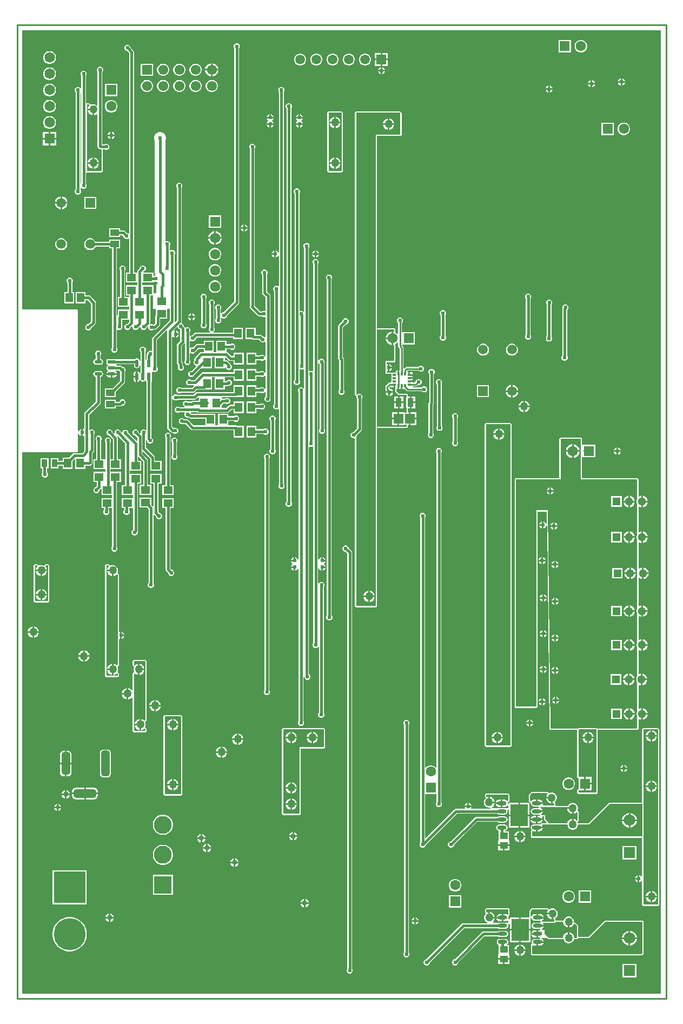
<source format=gbl>
G04*
G04 #@! TF.GenerationSoftware,Altium Limited,Altium Designer,22.6.1 (34)*
G04*
G04 Layer_Physical_Order=2*
G04 Layer_Color=16711680*
%FSLAX25Y25*%
%MOIN*%
G70*
G04*
G04 #@! TF.SameCoordinates,7D94B0EB-34EF-48B3-BABB-182D4114F96C*
G04*
G04*
G04 #@! TF.FilePolarity,Positive*
G04*
G01*
G75*
%ADD12C,0.01500*%
%ADD16C,0.01000*%
%ADD17C,0.00236*%
%ADD37R,0.03740X0.05512*%
%ADD41R,0.05315X0.03937*%
%ADD53R,0.05906X0.06102*%
%ADD81R,0.11024X0.11024*%
%ADD82C,0.11024*%
%ADD92R,0.05118X0.05118*%
%ADD93C,0.05118*%
%ADD94C,0.03200*%
%ADD98C,0.06299*%
%ADD99R,0.06299X0.06299*%
%ADD100R,0.06299X0.06299*%
G04:AMPARAMS|DCode=101|XSize=137.8mil|YSize=51.18mil|CornerRadius=12.8mil|HoleSize=0mil|Usage=FLASHONLY|Rotation=180.000|XOffset=0mil|YOffset=0mil|HoleType=Round|Shape=RoundedRectangle|*
%AMROUNDEDRECTD101*
21,1,0.13780,0.02559,0,0,180.0*
21,1,0.11221,0.05118,0,0,180.0*
1,1,0.02559,-0.05610,0.01280*
1,1,0.02559,0.05610,0.01280*
1,1,0.02559,0.05610,-0.01280*
1,1,0.02559,-0.05610,-0.01280*
%
%ADD101ROUNDEDRECTD101*%
G04:AMPARAMS|DCode=102|XSize=137.8mil|YSize=51.18mil|CornerRadius=12.8mil|HoleSize=0mil|Usage=FLASHONLY|Rotation=90.000|XOffset=0mil|YOffset=0mil|HoleType=Round|Shape=RoundedRectangle|*
%AMROUNDEDRECTD102*
21,1,0.13780,0.02559,0,0,90.0*
21,1,0.11221,0.05118,0,0,90.0*
1,1,0.02559,0.01280,0.05610*
1,1,0.02559,0.01280,-0.05610*
1,1,0.02559,-0.01280,-0.05610*
1,1,0.02559,-0.01280,0.05610*
%
%ADD102ROUNDEDRECTD102*%
G04:AMPARAMS|DCode=103|XSize=157.48mil|YSize=51.18mil|CornerRadius=12.8mil|HoleSize=0mil|Usage=FLASHONLY|Rotation=90.000|XOffset=0mil|YOffset=0mil|HoleType=Round|Shape=RoundedRectangle|*
%AMROUNDEDRECTD103*
21,1,0.15748,0.02559,0,0,90.0*
21,1,0.13189,0.05118,0,0,90.0*
1,1,0.02559,0.01280,0.06594*
1,1,0.02559,0.01280,-0.06594*
1,1,0.02559,-0.01280,-0.06594*
1,1,0.02559,-0.01280,0.06594*
%
%ADD103ROUNDEDRECTD103*%
%ADD104R,0.19685X0.19685*%
%ADD105C,0.19685*%
%ADD106C,0.05906*%
%ADD107R,0.05906X0.05906*%
%ADD108R,0.06102X0.06102*%
%ADD109C,0.06102*%
%ADD110R,0.05906X0.05906*%
%ADD111R,0.07087X0.07087*%
%ADD112C,0.07087*%
%ADD113C,0.06496*%
%ADD114R,0.06496X0.06496*%
%ADD115C,0.02400*%
%ADD116C,0.05000*%
%ADD117R,0.02095X0.04745*%
G04:AMPARAMS|DCode=118|XSize=47.45mil|YSize=20.95mil|CornerRadius=10.48mil|HoleSize=0mil|Usage=FLASHONLY|Rotation=90.000|XOffset=0mil|YOffset=0mil|HoleType=Round|Shape=RoundedRectangle|*
%AMROUNDEDRECTD118*
21,1,0.04745,0.00000,0,0,90.0*
21,1,0.02650,0.02095,0,0,90.0*
1,1,0.02095,0.00000,0.01325*
1,1,0.02095,0.00000,-0.01325*
1,1,0.02095,0.00000,-0.01325*
1,1,0.02095,0.00000,0.01325*
%
%ADD118ROUNDEDRECTD118*%
%ADD119R,0.04745X0.02095*%
G04:AMPARAMS|DCode=120|XSize=47.45mil|YSize=20.95mil|CornerRadius=10.48mil|HoleSize=0mil|Usage=FLASHONLY|Rotation=180.000|XOffset=0mil|YOffset=0mil|HoleType=Round|Shape=RoundedRectangle|*
%AMROUNDEDRECTD120*
21,1,0.04745,0.00000,0,0,180.0*
21,1,0.02650,0.02095,0,0,180.0*
1,1,0.02095,-0.01325,0.00000*
1,1,0.02095,0.01325,0.00000*
1,1,0.02095,0.01325,0.00000*
1,1,0.02095,-0.01325,0.00000*
%
%ADD120ROUNDEDRECTD120*%
%ADD121R,0.05709X0.04724*%
%ADD122R,0.04528X0.05709*%
%ADD123R,0.04724X0.05709*%
%ADD124R,0.03378X0.04969*%
%ADD125R,0.01378X0.02264*%
%ADD126R,0.02264X0.01378*%
%ADD127O,0.05709X0.02362*%
%ADD128R,0.10669X0.13386*%
%ADD129R,0.04969X0.03955*%
G36*
X496772Y103228D02*
X103228D01*
Y436920D01*
X136786D01*
X137059Y436974D01*
X137291Y437129D01*
X137445Y437361D01*
X137499Y437634D01*
Y447981D01*
X137999Y448081D01*
X138135Y447754D01*
X138754Y447135D01*
X139500Y446826D01*
Y449000D01*
Y451174D01*
X138754Y450865D01*
X138135Y450246D01*
X137999Y449919D01*
X137499Y450019D01*
Y524248D01*
X137445Y524521D01*
X137291Y524753D01*
X137059Y524907D01*
X136786Y524962D01*
X103228D01*
Y696772D01*
X496772D01*
Y103228D01*
D02*
G37*
%LPC*%
G36*
X448018Y690843D02*
X447004D01*
X446025Y690581D01*
X445147Y690074D01*
X444431Y689357D01*
X443924Y688479D01*
X443661Y687500D01*
Y686486D01*
X443924Y685507D01*
X444431Y684629D01*
X445147Y683913D01*
X446025Y683406D01*
X447004Y683144D01*
X448018D01*
X448997Y683406D01*
X449875Y683913D01*
X450592Y684629D01*
X451098Y685507D01*
X451361Y686486D01*
Y687500D01*
X451098Y688479D01*
X450592Y689357D01*
X449875Y690074D01*
X448997Y690581D01*
X448018Y690843D01*
D02*
G37*
G36*
X441361D02*
X433661D01*
Y683144D01*
X441361D01*
Y690843D01*
D02*
G37*
G36*
X328472Y682800D02*
X325019D01*
Y679347D01*
X328472D01*
Y682800D01*
D02*
G37*
G36*
X324019D02*
X320566D01*
Y679347D01*
X324019D01*
Y682800D01*
D02*
G37*
G36*
X120520Y683948D02*
X119480D01*
X118476Y683679D01*
X117576Y683159D01*
X116841Y682424D01*
X116321Y681524D01*
X116052Y680520D01*
Y679480D01*
X116321Y678476D01*
X116841Y677576D01*
X117576Y676841D01*
X118476Y676321D01*
X119480Y676052D01*
X120520D01*
X121524Y676321D01*
X122424Y676841D01*
X123159Y677576D01*
X123679Y678476D01*
X123948Y679480D01*
Y680520D01*
X123679Y681524D01*
X123159Y682424D01*
X122424Y683159D01*
X121524Y683679D01*
X120520Y683948D01*
D02*
G37*
G36*
X315000Y682500D02*
X314038D01*
X313109Y682251D01*
X312276Y681770D01*
X311596Y681090D01*
X311115Y680257D01*
X310866Y679328D01*
Y678366D01*
X311115Y677437D01*
X311596Y676604D01*
X312276Y675924D01*
X313109Y675443D01*
X314038Y675195D01*
X315000D01*
X315929Y675443D01*
X316762Y675924D01*
X317442Y676604D01*
X317923Y677437D01*
X318172Y678366D01*
Y679328D01*
X317923Y680257D01*
X317442Y681090D01*
X316762Y681770D01*
X315929Y682251D01*
X315000Y682500D01*
D02*
G37*
G36*
X305000D02*
X304038D01*
X303109Y682251D01*
X302276Y681770D01*
X301596Y681090D01*
X301115Y680257D01*
X300866Y679328D01*
Y678366D01*
X301115Y677437D01*
X301596Y676604D01*
X302276Y675924D01*
X303109Y675443D01*
X304038Y675195D01*
X305000D01*
X305929Y675443D01*
X306762Y675924D01*
X307442Y676604D01*
X307923Y677437D01*
X308172Y678366D01*
Y679328D01*
X307923Y680257D01*
X307442Y681090D01*
X306762Y681770D01*
X305929Y682251D01*
X305000Y682500D01*
D02*
G37*
G36*
X295000D02*
X294038D01*
X293109Y682251D01*
X292276Y681770D01*
X291596Y681090D01*
X291115Y680257D01*
X290866Y679328D01*
Y678366D01*
X291115Y677437D01*
X291596Y676604D01*
X292276Y675924D01*
X293109Y675443D01*
X294038Y675195D01*
X295000D01*
X295929Y675443D01*
X296762Y675924D01*
X297442Y676604D01*
X297923Y677437D01*
X298172Y678366D01*
Y679328D01*
X297923Y680257D01*
X297442Y681090D01*
X296762Y681770D01*
X295929Y682251D01*
X295000Y682500D01*
D02*
G37*
G36*
X285000D02*
X284038D01*
X283109Y682251D01*
X282276Y681770D01*
X281596Y681090D01*
X281115Y680257D01*
X280866Y679328D01*
Y678366D01*
X281115Y677437D01*
X281596Y676604D01*
X282276Y675924D01*
X283109Y675443D01*
X284038Y675195D01*
X285000D01*
X285929Y675443D01*
X286762Y675924D01*
X287442Y676604D01*
X287923Y677437D01*
X288172Y678366D01*
Y679328D01*
X287923Y680257D01*
X287442Y681090D01*
X286762Y681770D01*
X285929Y682251D01*
X285000Y682500D01*
D02*
G37*
G36*
X275000D02*
X274038D01*
X273109Y682251D01*
X272276Y681770D01*
X271596Y681090D01*
X271115Y680257D01*
X270866Y679328D01*
Y678366D01*
X271115Y677437D01*
X271596Y676604D01*
X272276Y675924D01*
X273109Y675443D01*
X274038Y675195D01*
X275000D01*
X275929Y675443D01*
X276762Y675924D01*
X277442Y676604D01*
X277923Y677437D01*
X278172Y678366D01*
Y679328D01*
X277923Y680257D01*
X277442Y681090D01*
X276762Y681770D01*
X275929Y682251D01*
X275000Y682500D01*
D02*
G37*
G36*
X328472Y678347D02*
X325019D01*
Y674895D01*
X328472D01*
Y678347D01*
D02*
G37*
G36*
X324019D02*
X320566D01*
Y674895D01*
X324019D01*
Y678347D01*
D02*
G37*
G36*
X220533Y676551D02*
X220500D01*
Y673000D01*
X224051D01*
Y673033D01*
X223775Y674064D01*
X223242Y674988D01*
X222487Y675742D01*
X221564Y676275D01*
X220533Y676551D01*
D02*
G37*
G36*
X219500D02*
X219467D01*
X218436Y676275D01*
X217512Y675742D01*
X216758Y674988D01*
X216225Y674064D01*
X215949Y673033D01*
Y673000D01*
X219500D01*
Y676551D01*
D02*
G37*
G36*
X325122Y674074D02*
Y672400D01*
X326796D01*
X326487Y673146D01*
X325868Y673765D01*
X325122Y674074D01*
D02*
G37*
G36*
X324122D02*
X323376Y673765D01*
X322757Y673146D01*
X322448Y672400D01*
X324122D01*
Y674074D01*
D02*
G37*
G36*
X326796Y671400D02*
X325122D01*
Y669726D01*
X325868Y670035D01*
X326487Y670654D01*
X326796Y671400D01*
D02*
G37*
G36*
X324122D02*
X322448D01*
X322757Y670654D01*
X323376Y670035D01*
X324122Y669726D01*
Y671400D01*
D02*
G37*
G36*
X210494Y676251D02*
X209506D01*
X208552Y675995D01*
X207697Y675502D01*
X206998Y674803D01*
X206505Y673948D01*
X206249Y672994D01*
Y672006D01*
X206505Y671052D01*
X206998Y670197D01*
X207697Y669498D01*
X208552Y669004D01*
X209506Y668749D01*
X210494D01*
X211448Y669004D01*
X212303Y669498D01*
X213002Y670197D01*
X213495Y671052D01*
X213751Y672006D01*
Y672994D01*
X213495Y673948D01*
X213002Y674803D01*
X212303Y675502D01*
X211448Y675995D01*
X210494Y676251D01*
D02*
G37*
G36*
X200494D02*
X199506D01*
X198552Y675995D01*
X197697Y675502D01*
X196998Y674803D01*
X196504Y673948D01*
X196249Y672994D01*
Y672006D01*
X196504Y671052D01*
X196998Y670197D01*
X197697Y669498D01*
X198552Y669004D01*
X199506Y668749D01*
X200494D01*
X201448Y669004D01*
X202303Y669498D01*
X203002Y670197D01*
X203496Y671052D01*
X203751Y672006D01*
Y672994D01*
X203496Y673948D01*
X203002Y674803D01*
X202303Y675502D01*
X201448Y675995D01*
X200494Y676251D01*
D02*
G37*
G36*
X190494D02*
X189506D01*
X188552Y675995D01*
X187697Y675502D01*
X186998Y674803D01*
X186504Y673948D01*
X186249Y672994D01*
Y672006D01*
X186504Y671052D01*
X186998Y670197D01*
X187697Y669498D01*
X188552Y669004D01*
X189506Y668749D01*
X190494D01*
X191448Y669004D01*
X192303Y669498D01*
X193002Y670197D01*
X193496Y671052D01*
X193751Y672006D01*
Y672994D01*
X193496Y673948D01*
X193002Y674803D01*
X192303Y675502D01*
X191448Y675995D01*
X190494Y676251D01*
D02*
G37*
G36*
X183751D02*
X176249D01*
Y668749D01*
X183751D01*
Y676251D01*
D02*
G37*
G36*
X224051Y672000D02*
X220500D01*
Y668449D01*
X220533D01*
X221564Y668725D01*
X222487Y669258D01*
X223242Y670013D01*
X223775Y670936D01*
X224051Y671967D01*
Y672000D01*
D02*
G37*
G36*
X219500D02*
X215949D01*
Y671967D01*
X216225Y670936D01*
X216758Y670013D01*
X217512Y669258D01*
X218436Y668725D01*
X219467Y668449D01*
X219500D01*
Y672000D01*
D02*
G37*
G36*
X120520Y673948D02*
X119480D01*
X118476Y673679D01*
X117576Y673159D01*
X116841Y672424D01*
X116321Y671524D01*
X116052Y670520D01*
Y669480D01*
X116321Y668476D01*
X116841Y667576D01*
X117576Y666841D01*
X118476Y666321D01*
X119480Y666052D01*
X120520D01*
X121524Y666321D01*
X122424Y666841D01*
X123159Y667576D01*
X123679Y668476D01*
X123948Y669480D01*
Y670520D01*
X123679Y671524D01*
X123159Y672424D01*
X122424Y673159D01*
X121524Y673679D01*
X120520Y673948D01*
D02*
G37*
G36*
X473000Y667174D02*
Y665500D01*
X474674D01*
X474365Y666246D01*
X473746Y666865D01*
X473000Y667174D01*
D02*
G37*
G36*
X472000D02*
X471254Y666865D01*
X470635Y666246D01*
X470326Y665500D01*
X472000D01*
Y667174D01*
D02*
G37*
G36*
X454611Y666098D02*
Y664424D01*
X456285D01*
X455976Y665170D01*
X455357Y665789D01*
X454611Y666098D01*
D02*
G37*
G36*
X453611D02*
X452865Y665789D01*
X452246Y665170D01*
X451937Y664424D01*
X453611D01*
Y666098D01*
D02*
G37*
G36*
X474674Y664500D02*
X473000D01*
Y662826D01*
X473746Y663135D01*
X474365Y663754D01*
X474674Y664500D01*
D02*
G37*
G36*
X472000D02*
X470326D01*
X470635Y663754D01*
X471254Y663135D01*
X472000Y662826D01*
Y664500D01*
D02*
G37*
G36*
X456285Y663424D02*
X454611D01*
Y661750D01*
X455357Y662059D01*
X455976Y662677D01*
X456285Y663424D01*
D02*
G37*
G36*
X453611D02*
X451937D01*
X452246Y662677D01*
X452865Y662059D01*
X453611Y661750D01*
Y663424D01*
D02*
G37*
G36*
X428378Y662774D02*
Y661100D01*
X430052D01*
X429743Y661846D01*
X429124Y662465D01*
X428378Y662774D01*
D02*
G37*
G36*
X427378D02*
X426632Y662465D01*
X426013Y661846D01*
X425704Y661100D01*
X427378D01*
Y662774D01*
D02*
G37*
G36*
X220494Y666251D02*
X219506D01*
X218552Y665996D01*
X217697Y665502D01*
X216998Y664803D01*
X216505Y663948D01*
X216249Y662994D01*
Y662006D01*
X216505Y661052D01*
X216998Y660197D01*
X217697Y659498D01*
X218552Y659004D01*
X219506Y658749D01*
X220494D01*
X221448Y659004D01*
X222303Y659498D01*
X223002Y660197D01*
X223496Y661052D01*
X223751Y662006D01*
Y662994D01*
X223496Y663948D01*
X223002Y664803D01*
X222303Y665502D01*
X221448Y665996D01*
X220494Y666251D01*
D02*
G37*
G36*
X210494D02*
X209506D01*
X208552Y665996D01*
X207697Y665502D01*
X206998Y664803D01*
X206505Y663948D01*
X206249Y662994D01*
Y662006D01*
X206505Y661052D01*
X206998Y660197D01*
X207697Y659498D01*
X208552Y659004D01*
X209506Y658749D01*
X210494D01*
X211448Y659004D01*
X212303Y659498D01*
X213002Y660197D01*
X213495Y661052D01*
X213751Y662006D01*
Y662994D01*
X213495Y663948D01*
X213002Y664803D01*
X212303Y665502D01*
X211448Y665996D01*
X210494Y666251D01*
D02*
G37*
G36*
X200494D02*
X199506D01*
X198552Y665996D01*
X197697Y665502D01*
X196998Y664803D01*
X196504Y663948D01*
X196249Y662994D01*
Y662006D01*
X196504Y661052D01*
X196998Y660197D01*
X197697Y659498D01*
X198552Y659004D01*
X199506Y658749D01*
X200494D01*
X201448Y659004D01*
X202303Y659498D01*
X203002Y660197D01*
X203496Y661052D01*
X203751Y662006D01*
Y662994D01*
X203496Y663948D01*
X203002Y664803D01*
X202303Y665502D01*
X201448Y665996D01*
X200494Y666251D01*
D02*
G37*
G36*
X190494D02*
X189506D01*
X188552Y665996D01*
X187697Y665502D01*
X186998Y664803D01*
X186504Y663948D01*
X186249Y662994D01*
Y662006D01*
X186504Y661052D01*
X186998Y660197D01*
X187697Y659498D01*
X188552Y659004D01*
X189506Y658749D01*
X190494D01*
X191448Y659004D01*
X192303Y659498D01*
X193002Y660197D01*
X193496Y661052D01*
X193751Y662006D01*
Y662994D01*
X193496Y663948D01*
X193002Y664803D01*
X192303Y665502D01*
X191448Y665996D01*
X190494Y666251D01*
D02*
G37*
G36*
X180494D02*
X179506D01*
X178552Y665996D01*
X177697Y665502D01*
X176998Y664803D01*
X176505Y663948D01*
X176249Y662994D01*
Y662006D01*
X176505Y661052D01*
X176998Y660197D01*
X177697Y659498D01*
X178552Y659004D01*
X179506Y658749D01*
X180494D01*
X181448Y659004D01*
X182303Y659498D01*
X183002Y660197D01*
X183495Y661052D01*
X183751Y662006D01*
Y662994D01*
X183495Y663948D01*
X183002Y664803D01*
X182303Y665502D01*
X181448Y665996D01*
X180494Y666251D01*
D02*
G37*
G36*
X430052Y660100D02*
X428378D01*
Y658426D01*
X429124Y658735D01*
X429743Y659354D01*
X430052Y660100D01*
D02*
G37*
G36*
X427378D02*
X425704D01*
X426013Y659354D01*
X426632Y658735D01*
X427378Y658426D01*
Y660100D01*
D02*
G37*
G36*
X161850Y663850D02*
X154150D01*
Y656150D01*
X161850D01*
Y663850D01*
D02*
G37*
G36*
X120520Y663948D02*
X119480D01*
X118476Y663679D01*
X117576Y663159D01*
X116841Y662424D01*
X116321Y661524D01*
X116052Y660520D01*
Y659480D01*
X116321Y658476D01*
X116841Y657576D01*
X117576Y656841D01*
X118476Y656321D01*
X119480Y656052D01*
X120520D01*
X121524Y656321D01*
X122424Y656841D01*
X123159Y657576D01*
X123679Y658476D01*
X123948Y659480D01*
Y660520D01*
X123679Y661524D01*
X123159Y662424D01*
X122424Y663159D01*
X121524Y663679D01*
X120520Y663948D01*
D02*
G37*
G36*
X151578Y674400D02*
X150822D01*
X150124Y674111D01*
X149589Y673576D01*
X149300Y672878D01*
Y672122D01*
X149522Y671587D01*
Y650657D01*
X149060Y650466D01*
X148965Y650561D01*
X148235Y650982D01*
X147421Y651200D01*
X146579D01*
X145765Y650982D01*
X145672Y650928D01*
X145054Y651149D01*
X145002Y651273D01*
X144848Y651505D01*
X144616Y651659D01*
X144343Y651714D01*
X143000D01*
X142978Y651709D01*
X142510Y652028D01*
X142478Y652081D01*
Y668791D01*
X142611Y668924D01*
X142900Y669622D01*
Y670378D01*
X142611Y671076D01*
X142076Y671611D01*
X141378Y671900D01*
X140622D01*
X139924Y671611D01*
X139389Y671076D01*
X139100Y670378D01*
Y669622D01*
X139389Y668924D01*
X139522Y668791D01*
Y661319D01*
X139441Y661271D01*
X139022Y661165D01*
X138576Y661611D01*
X137878Y661900D01*
X137122D01*
X136424Y661611D01*
X135889Y661076D01*
X135600Y660378D01*
Y659622D01*
X135889Y658924D01*
X136022Y658791D01*
Y598709D01*
X135889Y598576D01*
X135600Y597878D01*
Y597122D01*
X135889Y596424D01*
X136424Y595889D01*
X137122Y595600D01*
X137878D01*
X138576Y595889D01*
X139111Y596424D01*
X139400Y597122D01*
Y597878D01*
X139111Y598576D01*
X138978Y598709D01*
Y599681D01*
X139059Y599729D01*
X139478Y599835D01*
X139924Y599389D01*
X140622Y599100D01*
X141378D01*
X142076Y599389D01*
X142611Y599924D01*
X142900Y600622D01*
Y601378D01*
X142611Y602076D01*
X142478Y602209D01*
Y608919D01*
X142510Y608972D01*
X142978Y609291D01*
X143000Y609286D01*
X152000D01*
X152273Y609341D01*
X152505Y609495D01*
X152659Y609727D01*
X152714Y610000D01*
Y623522D01*
X153791D01*
X153924Y623389D01*
X154622Y623100D01*
X155378D01*
X156076Y623389D01*
X156611Y623924D01*
X156900Y624622D01*
Y625378D01*
X156611Y626076D01*
X156076Y626611D01*
X155378Y626900D01*
X154622D01*
X153924Y626611D01*
X153791Y626478D01*
X152478D01*
Y671091D01*
X152811Y671424D01*
X153100Y672122D01*
Y672878D01*
X152811Y673576D01*
X152276Y674111D01*
X151578Y674400D01*
D02*
G37*
G36*
X158507Y653850D02*
X157493D01*
X156514Y653587D01*
X155636Y653081D01*
X154920Y652364D01*
X154413Y651486D01*
X154150Y650507D01*
Y649493D01*
X154413Y648514D01*
X154920Y647636D01*
X155636Y646919D01*
X156514Y646413D01*
X157493Y646150D01*
X158507D01*
X159486Y646413D01*
X160364Y646919D01*
X161080Y647636D01*
X161587Y648514D01*
X161850Y649493D01*
Y650507D01*
X161587Y651486D01*
X161080Y652364D01*
X160364Y653081D01*
X159486Y653587D01*
X158507Y653850D01*
D02*
G37*
G36*
X120520Y653948D02*
X119480D01*
X118476Y653679D01*
X117576Y653159D01*
X116841Y652424D01*
X116321Y651524D01*
X116052Y650520D01*
Y649480D01*
X116321Y648476D01*
X116841Y647576D01*
X117576Y646841D01*
X118476Y646321D01*
X119480Y646052D01*
X120520D01*
X121524Y646321D01*
X122424Y646841D01*
X123159Y647576D01*
X123679Y648476D01*
X123948Y649480D01*
Y650520D01*
X123679Y651524D01*
X123159Y652424D01*
X122424Y653159D01*
X121524Y653679D01*
X120520Y653948D01*
D02*
G37*
G36*
X274500Y645174D02*
Y643500D01*
X276174D01*
X275865Y644246D01*
X275246Y644865D01*
X274500Y645174D01*
D02*
G37*
G36*
X273500D02*
X272754Y644865D01*
X272135Y644246D01*
X271826Y643500D01*
X273500D01*
Y645174D01*
D02*
G37*
G36*
X256500D02*
Y643500D01*
X258174D01*
X257865Y644246D01*
X257246Y644865D01*
X256500Y645174D01*
D02*
G37*
G36*
X255500D02*
X254754Y644865D01*
X254135Y644246D01*
X253826Y643500D01*
X255500D01*
Y645174D01*
D02*
G37*
G36*
X276174Y642500D02*
X271826D01*
X272135Y641754D01*
X272562Y641327D01*
X272698Y641000D01*
X272562Y640673D01*
X272135Y640246D01*
X271826Y639500D01*
X276174D01*
X275865Y640246D01*
X275438Y640673D01*
X275302Y641000D01*
X275438Y641327D01*
X275865Y641754D01*
X276174Y642500D01*
D02*
G37*
G36*
X258174D02*
X253826D01*
X254135Y641754D01*
X254562Y641327D01*
X254698Y641000D01*
X254562Y640673D01*
X254135Y640246D01*
X253826Y639500D01*
X258174D01*
X257865Y640246D01*
X257438Y640673D01*
X257302Y641000D01*
X257438Y641327D01*
X257865Y641754D01*
X258174Y642500D01*
D02*
G37*
G36*
X276174Y638500D02*
X274500D01*
Y636826D01*
X275246Y637135D01*
X275865Y637754D01*
X276174Y638500D01*
D02*
G37*
G36*
X273500D02*
X271826D01*
X272135Y637754D01*
X272754Y637135D01*
X273500Y636826D01*
Y638500D01*
D02*
G37*
G36*
X258174D02*
X256500D01*
Y636826D01*
X257246Y637135D01*
X257865Y637754D01*
X258174Y638500D01*
D02*
G37*
G36*
X255500D02*
X253826D01*
X254135Y637754D01*
X254754Y637135D01*
X255500Y636826D01*
Y638500D01*
D02*
G37*
G36*
X120520Y643948D02*
X119480D01*
X118476Y643679D01*
X117576Y643159D01*
X116841Y642424D01*
X116321Y641524D01*
X116052Y640520D01*
Y639480D01*
X116321Y638476D01*
X116841Y637576D01*
X117576Y636841D01*
X118476Y636321D01*
X119480Y636052D01*
X120520D01*
X121524Y636321D01*
X122424Y636841D01*
X123159Y637576D01*
X123679Y638476D01*
X123948Y639480D01*
Y640520D01*
X123679Y641524D01*
X123159Y642424D01*
X122424Y643159D01*
X121524Y643679D01*
X120520Y643948D01*
D02*
G37*
G36*
X158600Y634296D02*
Y632622D01*
X160274D01*
X159965Y633368D01*
X159346Y633987D01*
X158600Y634296D01*
D02*
G37*
G36*
X157600D02*
X156854Y633987D01*
X156235Y633368D01*
X155926Y632622D01*
X157600D01*
Y634296D01*
D02*
G37*
G36*
X474493Y639937D02*
X473479D01*
X472500Y639675D01*
X471622Y639168D01*
X470905Y638451D01*
X470399Y637573D01*
X470136Y636594D01*
Y635580D01*
X470399Y634601D01*
X470905Y633723D01*
X471622Y633007D01*
X472500Y632500D01*
X473479Y632238D01*
X474493D01*
X475472Y632500D01*
X476350Y633007D01*
X477066Y633723D01*
X477573Y634601D01*
X477836Y635580D01*
Y636594D01*
X477573Y637573D01*
X477066Y638451D01*
X476350Y639168D01*
X475472Y639675D01*
X474493Y639937D01*
D02*
G37*
G36*
X467836D02*
X460136D01*
Y632238D01*
X467836D01*
Y639937D01*
D02*
G37*
G36*
X124248Y634248D02*
X120500D01*
Y630500D01*
X124248D01*
Y634248D01*
D02*
G37*
G36*
X119500D02*
X115752D01*
Y630500D01*
X119500D01*
Y634248D01*
D02*
G37*
G36*
X160274Y631622D02*
X158600D01*
Y629948D01*
X159346Y630257D01*
X159965Y630876D01*
X160274Y631622D01*
D02*
G37*
G36*
X157600D02*
X155926D01*
X156235Y630876D01*
X156854Y630257D01*
X157600Y629948D01*
Y631622D01*
D02*
G37*
G36*
X124248Y629500D02*
X120500D01*
Y625752D01*
X124248D01*
Y629500D01*
D02*
G37*
G36*
X119500D02*
X115752D01*
Y625752D01*
X119500D01*
Y629500D01*
D02*
G37*
G36*
X300000Y646714D02*
X292000D01*
X291727Y646659D01*
X291495Y646505D01*
X291341Y646273D01*
X291286Y646000D01*
Y610000D01*
X291341Y609727D01*
X291495Y609495D01*
X291727Y609341D01*
X292000Y609286D01*
X300000D01*
X300273Y609341D01*
X300505Y609495D01*
X300659Y609727D01*
X300714Y610000D01*
Y646000D01*
X300659Y646273D01*
X300505Y646505D01*
X300273Y646659D01*
X300000Y646714D01*
D02*
G37*
G36*
X127804Y594543D02*
X127784D01*
Y591091D01*
X131236D01*
Y591111D01*
X130967Y592116D01*
X130447Y593018D01*
X129710Y593753D01*
X128809Y594274D01*
X127804Y594543D01*
D02*
G37*
G36*
X126784D02*
X126763D01*
X125758Y594274D01*
X124856Y593753D01*
X124120Y593018D01*
X123600Y592116D01*
X123331Y591111D01*
Y591091D01*
X126784D01*
Y594543D01*
D02*
G37*
G36*
X148653Y594243D02*
X141347D01*
Y586938D01*
X148653D01*
Y594243D01*
D02*
G37*
G36*
X131236Y590091D02*
X127784D01*
Y586638D01*
X127804D01*
X128809Y586907D01*
X129710Y587428D01*
X130447Y588164D01*
X130967Y589065D01*
X131236Y590070D01*
Y590091D01*
D02*
G37*
G36*
X126784D02*
X123331D01*
Y590070D01*
X123600Y589065D01*
X124120Y588164D01*
X124856Y587428D01*
X125758Y586907D01*
X126763Y586638D01*
X126784D01*
Y590091D01*
D02*
G37*
G36*
X240500Y577174D02*
Y575500D01*
X242174D01*
X241865Y576246D01*
X241246Y576865D01*
X240500Y577174D01*
D02*
G37*
G36*
X239500D02*
X238754Y576865D01*
X238135Y576246D01*
X237826Y575500D01*
X239500D01*
Y577174D01*
D02*
G37*
G36*
X225843Y582699D02*
X218144D01*
Y575000D01*
X225843D01*
Y582699D01*
D02*
G37*
G36*
X242174Y574500D02*
X240500D01*
Y572826D01*
X241246Y573135D01*
X241865Y573754D01*
X242174Y574500D01*
D02*
G37*
G36*
X239500D02*
X237826D01*
X238135Y573754D01*
X238754Y573135D01*
X239500Y572826D01*
Y574500D01*
D02*
G37*
G36*
X168378Y687900D02*
X167622D01*
X166924Y687611D01*
X166389Y687076D01*
X166100Y686378D01*
Y685622D01*
X166389Y684924D01*
X166924Y684389D01*
X167622Y684100D01*
X167809D01*
X169096Y682813D01*
Y571744D01*
X168634Y571553D01*
X168576Y571611D01*
X167878Y571900D01*
X167691D01*
X166459Y573132D01*
X165979Y573453D01*
X165413Y573565D01*
X163357D01*
Y574755D01*
X156642D01*
Y569418D01*
X163357D01*
Y570608D01*
X164801D01*
X165600Y569809D01*
Y569622D01*
X165889Y568924D01*
X166424Y568389D01*
X167122Y568100D01*
X167878D01*
X168576Y568389D01*
X168634Y568447D01*
X169096Y568256D01*
Y547562D01*
X167020D01*
Y541438D01*
X174096D01*
Y539688D01*
X167020D01*
Y533564D01*
X169096D01*
Y532562D01*
X166478D01*
Y548791D01*
X166611Y548924D01*
X166900Y549622D01*
Y550378D01*
X166611Y551076D01*
X166076Y551611D01*
X165378Y551900D01*
X164622D01*
X163924Y551611D01*
X163389Y551076D01*
X163100Y550378D01*
Y549622D01*
X163389Y548924D01*
X163522Y548791D01*
Y532562D01*
X162021D01*
Y526438D01*
X169096D01*
Y524688D01*
X162021D01*
Y521025D01*
X161978Y520993D01*
X161478Y521245D01*
Y562331D01*
X163357D01*
Y567668D01*
X156642D01*
Y566478D01*
X148364D01*
X147923Y567243D01*
X147243Y567923D01*
X146410Y568404D01*
X145481Y568653D01*
X144519D01*
X143590Y568404D01*
X142757Y567923D01*
X142077Y567243D01*
X141596Y566410D01*
X141347Y565481D01*
Y564519D01*
X141596Y563590D01*
X142077Y562757D01*
X142757Y562077D01*
X143590Y561596D01*
X144519Y561347D01*
X145481D01*
X146410Y561596D01*
X147243Y562077D01*
X147923Y562757D01*
X148364Y563522D01*
X156642D01*
Y562331D01*
X158522D01*
Y501209D01*
X158389Y501076D01*
X158100Y500378D01*
Y499622D01*
X158389Y498924D01*
X158924Y498389D01*
X159622Y498100D01*
X160378D01*
X161076Y498389D01*
X161611Y498924D01*
X161900Y499622D01*
Y500378D01*
X161611Y501076D01*
X161478Y501209D01*
Y512181D01*
X161978Y512367D01*
X162622Y512100D01*
X163378D01*
X164076Y512389D01*
X164611Y512924D01*
X164900Y513622D01*
Y514378D01*
X164699Y514863D01*
Y518564D01*
X169096D01*
Y517187D01*
X167809Y515900D01*
X167622D01*
X166924Y515611D01*
X166389Y515076D01*
X166100Y514378D01*
Y513622D01*
X166389Y512924D01*
X166924Y512389D01*
X167622Y512100D01*
X168378D01*
X169076Y512389D01*
X169611Y512924D01*
X169900Y513622D01*
Y513809D01*
X170638Y514547D01*
X170895Y514453D01*
X171100Y514302D01*
Y513622D01*
X171389Y512924D01*
X171924Y512389D01*
X172622Y512100D01*
X173378D01*
X174076Y512389D01*
X174611Y512924D01*
X174765Y513295D01*
X175512Y514043D01*
X175600Y514101D01*
X176100Y513834D01*
Y513622D01*
X176389Y512924D01*
X176924Y512389D01*
X177622Y512100D01*
X178378D01*
X179076Y512389D01*
X179611Y512924D01*
X179900Y513622D01*
Y513809D01*
X180384Y514293D01*
X180641Y514199D01*
X180846Y514048D01*
Y513368D01*
X181135Y512670D01*
X181669Y512135D01*
X182368Y511846D01*
X183124D01*
X183822Y512135D01*
X184126Y512439D01*
X184778D01*
X185344Y512552D01*
X185824Y512873D01*
X187691Y514740D01*
X188012Y515220D01*
X188124Y515786D01*
Y519001D01*
X192554D01*
Y525075D01*
X194122D01*
Y518212D01*
X183711Y507802D01*
X183391Y507322D01*
X183278Y506756D01*
Y499613D01*
X182778Y499278D01*
X182484Y499400D01*
X181728D01*
X181030Y499111D01*
X180496Y498576D01*
X180207Y497878D01*
Y497447D01*
X180195Y497436D01*
X179874Y496956D01*
X179762Y496390D01*
Y493894D01*
X179594Y493643D01*
X179478Y493061D01*
X178978Y493111D01*
Y498791D01*
X179111Y498924D01*
X179400Y499622D01*
Y500378D01*
X179111Y501076D01*
X178576Y501611D01*
X177878Y501900D01*
X177122D01*
X176424Y501611D01*
X175889Y501076D01*
X175600Y500378D01*
Y499622D01*
X175889Y498924D01*
X176022Y498791D01*
Y493111D01*
X175522Y493061D01*
X175406Y493643D01*
X175020Y494221D01*
X174442Y494607D01*
X173760Y494742D01*
X173078Y494607D01*
X172500Y494221D01*
X172338Y493978D01*
X161344D01*
Y494247D01*
X155199D01*
Y490753D01*
X155883D01*
X156035Y490252D01*
X155687Y490020D01*
X155300Y489442D01*
X155165Y488760D01*
X155300Y488078D01*
X155687Y487500D01*
X155885Y487367D01*
X155880Y486769D01*
X155470Y486496D01*
X155018Y485819D01*
X154958Y485520D01*
X158272D01*
X161585D01*
X161525Y485819D01*
X161073Y486496D01*
X160663Y486769D01*
X160653Y486807D01*
X160797Y487281D01*
X162749D01*
X163235Y486795D01*
X163389Y486424D01*
X163522Y486291D01*
Y480967D01*
X158767Y476212D01*
X154142D01*
Y470875D01*
X160857D01*
Y474121D01*
X166045Y479309D01*
X166366Y479789D01*
X166478Y480354D01*
Y486291D01*
X166611Y486424D01*
X166900Y487122D01*
Y487878D01*
X166611Y488576D01*
X166076Y489111D01*
X165378Y489400D01*
X164812D01*
X164407Y489805D01*
X163927Y490126D01*
X163361Y490238D01*
X161026D01*
X161016Y490252D01*
X161267Y490753D01*
X161344D01*
Y491022D01*
X171978D01*
Y490311D01*
X172114Y489629D01*
X172500Y489051D01*
X173078Y488665D01*
X173760Y488529D01*
X174442Y488665D01*
X175020Y489051D01*
X175406Y489629D01*
X175522Y490210D01*
X176022Y490161D01*
Y485890D01*
X175548Y485746D01*
X175510Y485756D01*
X175236Y486165D01*
X174559Y486618D01*
X174260Y486677D01*
Y483364D01*
Y480051D01*
X174559Y480111D01*
X175236Y480563D01*
X175510Y480973D01*
X176107Y480978D01*
X176240Y480779D01*
X176818Y480393D01*
X177500Y480258D01*
X178182Y480393D01*
X178760Y480779D01*
X178993Y481128D01*
X179493Y480976D01*
Y480292D01*
X179762D01*
Y450632D01*
X179262Y450425D01*
X179076Y450611D01*
X178378Y450900D01*
X177622D01*
X176924Y450611D01*
X176389Y450076D01*
X176100Y449378D01*
Y448698D01*
X175895Y448547D01*
X175638Y448453D01*
X174900Y449191D01*
Y449378D01*
X174611Y450076D01*
X174076Y450611D01*
X173378Y450900D01*
X172622D01*
X171924Y450611D01*
X171389Y450076D01*
X171100Y449378D01*
Y448622D01*
X171389Y447924D01*
X171924Y447389D01*
X172622Y447100D01*
X172809D01*
X174167Y445742D01*
Y443943D01*
X173667Y443736D01*
X168604Y448798D01*
Y449075D01*
X168315Y449773D01*
X167781Y450307D01*
X167082Y450597D01*
X166326D01*
X165628Y450307D01*
X165094Y449773D01*
X164804Y449075D01*
Y448993D01*
X164304Y448786D01*
X163900Y449191D01*
Y449378D01*
X163611Y450076D01*
X163076Y450611D01*
X162378Y450900D01*
X161622D01*
X160924Y450611D01*
X160389Y450076D01*
X160100Y449378D01*
Y448698D01*
X159895Y448547D01*
X159638Y448453D01*
X158900Y449191D01*
Y449378D01*
X158611Y450076D01*
X158076Y450611D01*
X157378Y450900D01*
X156622D01*
X155924Y450611D01*
X155389Y450076D01*
X155100Y449378D01*
Y448622D01*
X155389Y447924D01*
X155924Y447389D01*
X156622Y447100D01*
X156809D01*
X159096Y444813D01*
Y432562D01*
X157478D01*
Y442791D01*
X157611Y442924D01*
X157900Y443622D01*
Y444378D01*
X157611Y445076D01*
X157076Y445611D01*
X156378Y445900D01*
X155622D01*
X154924Y445611D01*
X154389Y445076D01*
X154100Y444378D01*
Y443622D01*
X154389Y442924D01*
X154522Y442791D01*
Y432822D01*
X154129Y432562D01*
X154022Y432562D01*
X151731D01*
Y443885D01*
X151863Y444017D01*
X152153Y444715D01*
Y445471D01*
X151863Y446169D01*
X151329Y446704D01*
X150631Y446993D01*
X149875D01*
X149176Y446704D01*
X148642Y446169D01*
X148353Y445471D01*
Y444715D01*
X148642Y444017D01*
X148774Y443885D01*
Y432562D01*
X147020D01*
Y426438D01*
X154022D01*
X154129Y426438D01*
X154522Y426178D01*
Y424948D01*
X154129Y424688D01*
X147020D01*
Y418564D01*
X149096D01*
Y416032D01*
X148219Y415154D01*
X147847Y415000D01*
X147313Y414466D01*
X147024Y413767D01*
Y413011D01*
X147313Y412313D01*
X147847Y411778D01*
X148546Y411489D01*
X149302D01*
X150000Y411778D01*
X150534Y412313D01*
X150824Y413011D01*
Y413577D01*
X151521Y414274D01*
X151912Y414163D01*
X152021Y414086D01*
Y410375D01*
X158522D01*
Y408625D01*
X152021D01*
Y402501D01*
X153522D01*
Y401209D01*
X153389Y401076D01*
X153100Y400378D01*
Y399622D01*
X153389Y398924D01*
X153924Y398389D01*
X154622Y398100D01*
X155378D01*
X156076Y398389D01*
X156611Y398924D01*
X156900Y399622D01*
Y400378D01*
X156611Y401076D01*
X156478Y401209D01*
Y402501D01*
X158522D01*
Y378709D01*
X158389Y378576D01*
X158100Y377878D01*
Y377122D01*
X158389Y376424D01*
X158924Y375889D01*
X159622Y375600D01*
X160378D01*
X161076Y375889D01*
X161611Y376424D01*
X161900Y377122D01*
Y377878D01*
X161611Y378576D01*
X161478Y378709D01*
Y418564D01*
X164129D01*
Y424688D01*
X157478D01*
Y426438D01*
X164129D01*
Y432562D01*
X162053D01*
Y445425D01*
X161941Y445991D01*
X161747Y446281D01*
X161821Y446677D01*
X161969Y446829D01*
X162101Y446808D01*
X166596Y442313D01*
Y416499D01*
X164521D01*
Y410375D01*
X171596D01*
Y408625D01*
X164521D01*
Y402501D01*
X166022D01*
Y401209D01*
X165889Y401076D01*
X165600Y400378D01*
Y399622D01*
X165889Y398924D01*
X166424Y398389D01*
X167122Y398100D01*
X167878D01*
X168576Y398389D01*
X169111Y398924D01*
X169400Y399622D01*
Y400378D01*
X169111Y401076D01*
X168978Y401209D01*
Y402501D01*
X171596D01*
Y389182D01*
X171424Y389111D01*
X170889Y388576D01*
X170600Y387878D01*
Y387122D01*
X170889Y386424D01*
X171424Y385889D01*
X172122Y385600D01*
X172878D01*
X173576Y385889D01*
X174111Y386424D01*
X174400Y387122D01*
Y387827D01*
X174441Y387888D01*
X174553Y388454D01*
Y417501D01*
X176629D01*
Y423625D01*
X169553D01*
Y425375D01*
X176629D01*
Y431499D01*
X174553D01*
Y433649D01*
X175053Y433856D01*
X177651Y431258D01*
Y416687D01*
X175575D01*
Y410563D01*
X182684D01*
Y416687D01*
X180607D01*
Y431871D01*
X180495Y432437D01*
X180175Y432916D01*
X177124Y435967D01*
Y437132D01*
X177586Y437323D01*
X181992Y432917D01*
Y430049D01*
X182020Y429906D01*
Y425375D01*
X189129D01*
Y431499D01*
X184949D01*
Y433530D01*
X184836Y434095D01*
X184516Y434575D01*
X179352Y439739D01*
Y444501D01*
X179852Y444550D01*
X179874Y444438D01*
X180100Y444100D01*
Y443622D01*
X180389Y442924D01*
X180924Y442389D01*
X181622Y442100D01*
X182378D01*
X183076Y442389D01*
X183611Y442924D01*
X183900Y443622D01*
Y444378D01*
X183611Y445076D01*
X183076Y445611D01*
X182719Y445759D01*
Y480292D01*
X182988D01*
Y485941D01*
X182988Y486044D01*
X183444Y486481D01*
X183591Y486478D01*
X183680Y486389D01*
X184379Y486100D01*
X185134D01*
X185833Y486389D01*
X186367Y486924D01*
X186656Y487622D01*
Y488378D01*
X186367Y489076D01*
X186235Y489209D01*
Y506144D01*
X192116Y512026D01*
X192577Y511779D01*
X192522Y511500D01*
Y452136D01*
X192634Y451571D01*
X192955Y451091D01*
X194919Y449127D01*
X195398Y448806D01*
X195964Y448694D01*
X196119D01*
X196424Y448389D01*
X197122Y448100D01*
X197878D01*
X198576Y448389D01*
X199111Y448924D01*
X199400Y449622D01*
Y450378D01*
X199111Y451076D01*
X198576Y451611D01*
X197878Y451900D01*
X197122D01*
X196560Y451667D01*
X195478Y452749D01*
Y469581D01*
X195978Y469681D01*
X196053Y469500D01*
X196588Y468965D01*
X197286Y468676D01*
X198042D01*
X198740Y468965D01*
X199045Y469270D01*
X209323D01*
X209889Y469383D01*
X210369Y469703D01*
X211292Y470627D01*
X211956Y470605D01*
X212001Y470554D01*
X212001Y470422D01*
Y468478D01*
X208454D01*
X207888Y468366D01*
X207491Y468101D01*
X205383D01*
X205251Y468233D01*
X204553Y468522D01*
X203797D01*
X203099Y468233D01*
X202564Y467698D01*
X202275Y467000D01*
Y466244D01*
X202564Y465546D01*
X203099Y465011D01*
X203178Y464978D01*
X203079Y464478D01*
X200209D01*
X200076Y464611D01*
X199378Y464900D01*
X198622D01*
X197924Y464611D01*
X197389Y464076D01*
X197100Y463378D01*
Y462622D01*
X197389Y461924D01*
X197924Y461389D01*
X198622Y461100D01*
X199378D01*
X200076Y461389D01*
X200209Y461522D01*
X203181D01*
X203367Y461022D01*
X203100Y460378D01*
Y459622D01*
X203389Y458924D01*
X203924Y458389D01*
X204622Y458100D01*
X205378D01*
X205683Y458226D01*
X205850Y458059D01*
X206330Y457738D01*
X206896Y457626D01*
X216076D01*
X216076Y453446D01*
X215622Y453333D01*
X208833D01*
X205366Y456800D01*
X204886Y457120D01*
X204321Y457233D01*
X203029D01*
X202629Y457633D01*
X201931Y457922D01*
X201175D01*
X200477Y457633D01*
X199942Y457098D01*
X199653Y456400D01*
Y455644D01*
X199942Y454946D01*
X200477Y454411D01*
X201175Y454122D01*
X201931D01*
X202302Y454276D01*
X203708D01*
X207175Y450809D01*
X207655Y450489D01*
X208221Y450376D01*
X233576D01*
Y445946D01*
X239700D01*
Y453054D01*
X235590D01*
X235341Y453220D01*
X234776Y453333D01*
X230527D01*
X230074Y453446D01*
X230074Y453833D01*
Y456022D01*
X233791D01*
X233924Y455889D01*
X234622Y455600D01*
X235378D01*
X236076Y455889D01*
X236611Y456424D01*
X236900Y457122D01*
Y457878D01*
X236611Y458576D01*
X236076Y459111D01*
X235378Y459400D01*
X234622D01*
X233924Y459111D01*
X233791Y458978D01*
X230074D01*
Y460554D01*
X223950D01*
Y453833D01*
X223950Y453446D01*
X223496Y453333D01*
X222653D01*
X222200Y453446D01*
X222200Y453833D01*
Y460554D01*
X217668D01*
X217526Y460583D01*
X207508D01*
X207218Y460873D01*
X206996Y461022D01*
X207147Y461522D01*
X211206D01*
X211619Y461245D01*
X212185Y461133D01*
X229537D01*
X230102Y461245D01*
X230582Y461566D01*
X232038Y463022D01*
X233576D01*
Y460946D01*
X239700D01*
Y468054D01*
X233576D01*
Y465978D01*
X231425D01*
X230860Y465866D01*
X230380Y465545D01*
X228924Y464090D01*
X225999D01*
Y465916D01*
X226057Y465955D01*
X227013Y466911D01*
X228215D01*
X228347Y466779D01*
X229046Y466489D01*
X229802D01*
X230500Y466779D01*
X231034Y467313D01*
X231324Y468011D01*
Y468767D01*
X231034Y469465D01*
X230500Y470000D01*
X229802Y470289D01*
X229046D01*
X228347Y470000D01*
X228215Y469868D01*
X226401D01*
X226100Y470229D01*
X226082Y470520D01*
X226453Y470922D01*
X234776D01*
X234897Y470946D01*
X239700D01*
Y478054D01*
X233576D01*
Y473878D01*
X210975D01*
X210409Y473766D01*
X209929Y473445D01*
X208711Y472227D01*
X198644D01*
X198042Y472476D01*
X197286D01*
X196588Y472187D01*
X196053Y471653D01*
X195978Y471472D01*
X195478Y471571D01*
Y507876D01*
X195978Y508083D01*
X196404Y507657D01*
X197150Y507348D01*
Y509523D01*
Y511697D01*
X196885Y511587D01*
X196602Y512011D01*
X198413Y513822D01*
X199003Y513705D01*
X199124Y513411D01*
X199659Y512877D01*
X200357Y512587D01*
X200481D01*
X200522Y512546D01*
Y505534D01*
X198955Y503967D01*
X198634Y503487D01*
X198522Y502922D01*
Y492200D01*
X198634Y491634D01*
X198955Y491155D01*
X199254Y490856D01*
Y489749D01*
X199100Y489378D01*
Y488622D01*
X199389Y487924D01*
X199924Y487389D01*
X200622Y487100D01*
X201378D01*
X202076Y487389D01*
X202611Y487924D01*
X202900Y488622D01*
Y489378D01*
X202611Y490076D01*
X202210Y490477D01*
Y491468D01*
X202098Y492034D01*
X201778Y492513D01*
X201478Y492812D01*
Y502309D01*
X203022Y503852D01*
X203123Y503846D01*
X203522Y503689D01*
Y493709D01*
X203389Y493576D01*
X203100Y492878D01*
Y492122D01*
X203389Y491424D01*
X203924Y490889D01*
X204622Y490600D01*
X205378D01*
X206076Y490889D01*
X206611Y491424D01*
X206900Y492122D01*
Y492878D01*
X206611Y493576D01*
X206478Y493709D01*
Y497756D01*
X206940Y497948D01*
X206998Y497889D01*
X207697Y497600D01*
X208453D01*
X209151Y497889D01*
X209594Y498333D01*
X209777Y498455D01*
X211844Y500522D01*
X215001D01*
Y498478D01*
X213524D01*
X212959Y498366D01*
X212479Y498045D01*
X209738Y495304D01*
X209417Y494824D01*
X209304Y494259D01*
Y493457D01*
X209000Y493153D01*
X208711Y492454D01*
Y491698D01*
X209000Y491000D01*
X209535Y490465D01*
X210147Y490212D01*
X210356Y489714D01*
X207522Y486880D01*
X206997D01*
X206298Y486591D01*
X205764Y486057D01*
X205475Y485358D01*
Y484603D01*
X205764Y483904D01*
X206298Y483370D01*
X206997Y483080D01*
X207753D01*
X208451Y483370D01*
X208985Y483904D01*
X209168Y484344D01*
X213539Y488716D01*
X214001Y488524D01*
Y488446D01*
X220125D01*
Y495522D01*
X221875D01*
Y488446D01*
X227999D01*
Y489499D01*
X228499Y489703D01*
X228524Y489678D01*
Y489011D01*
X228813Y488313D01*
X229347Y487779D01*
X230046Y487489D01*
X230802D01*
X231500Y487779D01*
X232034Y488313D01*
X232324Y489011D01*
Y489767D01*
X232034Y490465D01*
X231579Y490921D01*
X231522Y491209D01*
X231201Y491689D01*
X229845Y493045D01*
X229365Y493366D01*
X228799Y493478D01*
X227999D01*
Y495128D01*
X228499Y495335D01*
X230380Y493455D01*
X230860Y493134D01*
X231425Y493022D01*
X233576D01*
Y490946D01*
X239700D01*
Y498054D01*
X233576D01*
Y495978D01*
X232038D01*
X229971Y498045D01*
X229491Y498366D01*
X228999Y498464D01*
Y500391D01*
X231439D01*
X231572Y500259D01*
X232270Y499970D01*
X233026D01*
X233724Y500259D01*
X234259Y500793D01*
X234548Y501492D01*
Y502248D01*
X234259Y502946D01*
X233724Y503480D01*
X233026Y503770D01*
X232270D01*
X231572Y503480D01*
X231439Y503348D01*
X228999D01*
Y505554D01*
X222875D01*
Y498478D01*
X221125D01*
Y505554D01*
X215001D01*
Y503478D01*
X211232D01*
X210666Y503366D01*
X210186Y503045D01*
X208515Y501374D01*
X208453Y501400D01*
X207697D01*
X206998Y501111D01*
X206940Y501053D01*
X206478Y501244D01*
Y505256D01*
X206940Y505447D01*
X206998Y505389D01*
X207697Y505100D01*
X208453D01*
X209151Y505389D01*
X209685Y505924D01*
X209975Y506622D01*
Y506809D01*
X210687Y507522D01*
X233001D01*
Y506446D01*
X239125D01*
Y513554D01*
X233001D01*
Y510478D01*
X221319D01*
X221271Y510559D01*
X221165Y510978D01*
X221611Y511424D01*
X221900Y512122D01*
Y512878D01*
X221611Y513576D01*
X221478Y513709D01*
Y527791D01*
X221611Y527924D01*
X221900Y528622D01*
Y529378D01*
X221611Y530076D01*
X221076Y530611D01*
X220378Y530900D01*
X219622D01*
X218924Y530611D01*
X218389Y530076D01*
X218100Y529378D01*
Y528622D01*
X218389Y527924D01*
X218522Y527791D01*
Y513709D01*
X218389Y513576D01*
X218100Y512878D01*
Y512122D01*
X218389Y511424D01*
X218835Y510978D01*
X218729Y510559D01*
X218681Y510478D01*
X210075D01*
X209509Y510366D01*
X209029Y510045D01*
X207884Y508900D01*
X207697D01*
X206998Y508611D01*
X206940Y508553D01*
X206478Y508744D01*
Y510791D01*
X206611Y510924D01*
X206900Y511622D01*
Y512378D01*
X206611Y513076D01*
X206076Y513611D01*
X205378Y513900D01*
X204622D01*
X203924Y513611D01*
X203884Y513571D01*
X203411Y513681D01*
X203352Y513746D01*
X203045Y514204D01*
X202635Y514614D01*
Y514865D01*
X202346Y515563D01*
X201811Y516098D01*
X201496Y516229D01*
X201308Y516848D01*
X201366Y516934D01*
X201478Y517500D01*
Y599791D01*
X201611Y599924D01*
X201900Y600622D01*
Y601378D01*
X201611Y602076D01*
X201076Y602611D01*
X200378Y602900D01*
X199622D01*
X198924Y602611D01*
X198389Y602076D01*
X198100Y601378D01*
Y600622D01*
X198389Y599924D01*
X198522Y599791D01*
Y518112D01*
X197484Y517074D01*
X197023Y517321D01*
X197078Y517600D01*
Y558414D01*
X197211Y558546D01*
X197500Y559244D01*
Y560000D01*
X197211Y560698D01*
X196676Y561233D01*
X195978Y561522D01*
X195222D01*
X194524Y561233D01*
X194478Y561188D01*
X193978Y561395D01*
Y563791D01*
X194111Y563924D01*
X194400Y564622D01*
Y565378D01*
X194111Y566076D01*
X193576Y566611D01*
X192878Y566900D01*
X192122D01*
X191828Y566778D01*
X191328Y567112D01*
Y628569D01*
X191548Y628950D01*
X191800Y629891D01*
Y630865D01*
X191548Y631806D01*
X191061Y632650D01*
X190372Y633339D01*
X189528Y633826D01*
X188587Y634078D01*
X187613D01*
X186672Y633826D01*
X185828Y633339D01*
X185139Y632650D01*
X184652Y631806D01*
X184400Y630865D01*
Y629891D01*
X184652Y628950D01*
X184772Y628742D01*
Y548157D01*
X184828Y547732D01*
X184884Y547308D01*
X185211Y546518D01*
X185427Y546236D01*
X185181Y545736D01*
X184948D01*
X184629Y545604D01*
X184129Y545938D01*
Y547562D01*
X178292D01*
X177871Y548062D01*
X177878Y548100D01*
X178576Y548389D01*
X179111Y548924D01*
X179400Y549622D01*
Y550378D01*
X179111Y551076D01*
X178576Y551611D01*
X177878Y551900D01*
X177122D01*
X176424Y551611D01*
X175889Y551076D01*
X175600Y550378D01*
Y550191D01*
X174529Y549120D01*
X174209Y548641D01*
X174096Y548075D01*
Y547562D01*
X172053D01*
Y683425D01*
X171941Y683991D01*
X171620Y684471D01*
X169900Y686191D01*
Y686378D01*
X169611Y687076D01*
X169076Y687611D01*
X168378Y687900D01*
D02*
G37*
G36*
X222539Y572999D02*
X222493D01*
Y569350D01*
X226143D01*
Y569396D01*
X225860Y570451D01*
X225314Y571397D01*
X224541Y572170D01*
X223595Y572716D01*
X222539Y572999D01*
D02*
G37*
G36*
X221493D02*
X221447D01*
X220392Y572716D01*
X219445Y572170D01*
X218673Y571397D01*
X218126Y570451D01*
X217844Y569396D01*
Y569350D01*
X221493D01*
Y572999D01*
D02*
G37*
G36*
X226143Y568350D02*
X222493D01*
Y564700D01*
X222539D01*
X223595Y564983D01*
X224541Y565529D01*
X225314Y566302D01*
X225860Y567248D01*
X226143Y568303D01*
Y568350D01*
D02*
G37*
G36*
X221493D02*
X217844D01*
Y568303D01*
X218126Y567248D01*
X218673Y566302D01*
X219445Y565529D01*
X220392Y564983D01*
X221447Y564700D01*
X221493D01*
Y568350D01*
D02*
G37*
G36*
X127764Y568653D02*
X126803D01*
X125874Y568404D01*
X125041Y567923D01*
X124361Y567243D01*
X123880Y566410D01*
X123631Y565481D01*
Y564519D01*
X123880Y563590D01*
X124361Y562757D01*
X125041Y562077D01*
X125874Y561596D01*
X126803Y561347D01*
X127764D01*
X128693Y561596D01*
X129526Y562077D01*
X130206Y562757D01*
X130687Y563590D01*
X130936Y564519D01*
Y565481D01*
X130687Y566410D01*
X130206Y567243D01*
X129526Y567923D01*
X128693Y568404D01*
X127764Y568653D01*
D02*
G37*
G36*
X263257Y661900D02*
X262501D01*
X261803Y661611D01*
X261268Y661076D01*
X260979Y660378D01*
Y659622D01*
X261268Y658924D01*
X261461Y658731D01*
Y560114D01*
X260961Y560015D01*
X260865Y560246D01*
X260246Y560865D01*
X259500Y561174D01*
Y559000D01*
Y556826D01*
X260246Y557135D01*
X260865Y557754D01*
X260961Y557985D01*
X261461Y557886D01*
Y539283D01*
X260961Y539076D01*
X260926Y539111D01*
X260228Y539400D01*
X259472D01*
X258774Y539111D01*
X258239Y538576D01*
X257950Y537878D01*
Y537122D01*
X258239Y536424D01*
X258372Y536291D01*
Y466209D01*
X258239Y466076D01*
X257950Y465378D01*
Y464622D01*
X258239Y463924D01*
X258774Y463389D01*
X259472Y463100D01*
X260228D01*
X260926Y463389D01*
X260961Y463424D01*
X261461Y463217D01*
Y417148D01*
X261389Y417076D01*
X261100Y416378D01*
Y415622D01*
X261389Y414924D01*
X261924Y414389D01*
X262622Y414100D01*
X263378D01*
X264076Y414389D01*
X264611Y414924D01*
X264900Y415622D01*
Y416378D01*
X264611Y417076D01*
X264418Y417269D01*
Y658852D01*
X264490Y658924D01*
X264779Y659622D01*
Y660378D01*
X264490Y661076D01*
X263955Y661611D01*
X263257Y661900D01*
D02*
G37*
G36*
X284500Y561174D02*
Y559500D01*
X286174D01*
X285865Y560246D01*
X285246Y560865D01*
X284500Y561174D01*
D02*
G37*
G36*
X283500D02*
X282754Y560865D01*
X282135Y560246D01*
X281826Y559500D01*
X283500D01*
Y561174D01*
D02*
G37*
G36*
X258500D02*
X257754Y560865D01*
X257135Y560246D01*
X256826Y559500D01*
X258500D01*
Y561174D01*
D02*
G37*
G36*
X286174Y558500D02*
X284500D01*
Y556826D01*
X285246Y557135D01*
X285865Y557754D01*
X286174Y558500D01*
D02*
G37*
G36*
X283500D02*
X281826D01*
X282135Y557754D01*
X282754Y557135D01*
X283500Y556826D01*
Y558500D01*
D02*
G37*
G36*
X258500D02*
X256826D01*
X257135Y557754D01*
X257754Y557135D01*
X258500Y556826D01*
Y558500D01*
D02*
G37*
G36*
X222500Y562699D02*
X221486D01*
X220507Y562437D01*
X219630Y561930D01*
X218913Y561213D01*
X218406Y560335D01*
X218144Y559356D01*
Y558343D01*
X218406Y557364D01*
X218913Y556486D01*
X219630Y555769D01*
X220507Y555262D01*
X221486Y555000D01*
X222500D01*
X223479Y555262D01*
X224357Y555769D01*
X225074Y556486D01*
X225581Y557364D01*
X225843Y558343D01*
Y559356D01*
X225581Y560335D01*
X225074Y561213D01*
X224357Y561930D01*
X223479Y562437D01*
X222500Y562699D01*
D02*
G37*
G36*
Y552699D02*
X221486D01*
X220507Y552437D01*
X219630Y551930D01*
X218913Y551213D01*
X218406Y550336D01*
X218144Y549356D01*
Y548343D01*
X218406Y547364D01*
X218913Y546486D01*
X219630Y545769D01*
X220507Y545262D01*
X221486Y545000D01*
X222500D01*
X223479Y545262D01*
X224357Y545769D01*
X225074Y546486D01*
X225581Y547364D01*
X225843Y548343D01*
Y549356D01*
X225581Y550336D01*
X225074Y551213D01*
X224357Y551930D01*
X223479Y552437D01*
X222500Y552699D01*
D02*
G37*
G36*
Y542699D02*
X221486D01*
X220507Y542437D01*
X219630Y541930D01*
X218913Y541213D01*
X218406Y540336D01*
X218144Y539356D01*
Y538343D01*
X218406Y537364D01*
X218913Y536486D01*
X219630Y535769D01*
X220507Y535262D01*
X221486Y535000D01*
X222500D01*
X223479Y535262D01*
X224357Y535769D01*
X225074Y536486D01*
X225581Y537364D01*
X225843Y538343D01*
Y539356D01*
X225581Y540336D01*
X225074Y541213D01*
X224357Y541930D01*
X223479Y542437D01*
X222500Y542699D01*
D02*
G37*
G36*
X132878Y544400D02*
X132122D01*
X131424Y544111D01*
X130889Y543576D01*
X130600Y542878D01*
Y542122D01*
X130889Y541424D01*
X131022Y541291D01*
Y535554D01*
X129166D01*
Y528446D01*
X135094D01*
Y535554D01*
X133978D01*
Y541291D01*
X134111Y541424D01*
X134400Y542122D01*
Y542878D01*
X134111Y543576D01*
X133576Y544111D01*
X132878Y544400D01*
D02*
G37*
G36*
X235756Y688800D02*
X235000D01*
X234302Y688511D01*
X233767Y687976D01*
X233478Y687278D01*
Y686522D01*
X233767Y685824D01*
X233899Y685691D01*
Y529712D01*
X227187Y523000D01*
X227000D01*
X226302Y522711D01*
X225978Y522388D01*
X225478Y522595D01*
Y524791D01*
X225611Y524924D01*
X225900Y525622D01*
Y526378D01*
X225611Y527076D01*
X225076Y527611D01*
X224378Y527900D01*
X223622D01*
X222924Y527611D01*
X222389Y527076D01*
X222100Y526378D01*
Y525622D01*
X222389Y524924D01*
X222522Y524791D01*
Y519209D01*
X222389Y519076D01*
X222100Y518378D01*
Y517622D01*
X222389Y516924D01*
X222924Y516389D01*
X223622Y516100D01*
X224378D01*
X225076Y516389D01*
X225611Y516924D01*
X225900Y517622D01*
Y518378D01*
X225611Y519076D01*
X225543Y519143D01*
X225590Y519544D01*
X226063Y519728D01*
X226302Y519489D01*
X227000Y519200D01*
X227756D01*
X228454Y519489D01*
X228989Y520024D01*
X229278Y520722D01*
Y520909D01*
X236423Y528055D01*
X236744Y528534D01*
X236856Y529100D01*
Y685691D01*
X236989Y685824D01*
X237278Y686522D01*
Y687278D01*
X236989Y687976D01*
X236454Y688511D01*
X235756Y688800D01*
D02*
G37*
G36*
X208100Y522324D02*
Y520650D01*
X209774D01*
X209465Y521396D01*
X208846Y522015D01*
X208100Y522324D01*
D02*
G37*
G36*
X207100D02*
X206354Y522015D01*
X205735Y521396D01*
X205426Y520650D01*
X207100D01*
Y522324D01*
D02*
G37*
G36*
X209774Y519650D02*
X208100D01*
Y517976D01*
X208846Y518285D01*
X209465Y518904D01*
X209774Y519650D01*
D02*
G37*
G36*
X207100D02*
X205426D01*
X205735Y518904D01*
X206354Y518285D01*
X207100Y517976D01*
Y519650D01*
D02*
G37*
G36*
X215378Y534400D02*
X214622D01*
X213924Y534111D01*
X213389Y533576D01*
X213100Y532878D01*
Y532122D01*
X213389Y531424D01*
X213522Y531291D01*
Y516209D01*
X213389Y516076D01*
X213100Y515378D01*
Y514622D01*
X213389Y513924D01*
X213924Y513389D01*
X214622Y513100D01*
X215378D01*
X216076Y513389D01*
X216611Y513924D01*
X216900Y514622D01*
Y515378D01*
X216611Y516076D01*
X216478Y516209D01*
Y531291D01*
X216611Y531424D01*
X216900Y532122D01*
Y532878D01*
X216611Y533576D01*
X216076Y534111D01*
X215378Y534400D01*
D02*
G37*
G36*
X141983Y535554D02*
X136056D01*
Y528446D01*
X141983D01*
Y530522D01*
X143361D01*
X145542Y528340D01*
Y517542D01*
X143709Y515709D01*
X143522D01*
X142824Y515420D01*
X142289Y514886D01*
X142000Y514187D01*
Y513431D01*
X142289Y512733D01*
X142824Y512198D01*
X143522Y511909D01*
X144278D01*
X144976Y512198D01*
X145511Y512733D01*
X145800Y513431D01*
Y513618D01*
X148066Y515884D01*
X148386Y516364D01*
X148499Y516930D01*
Y528953D01*
X148386Y529518D01*
X148066Y529998D01*
X145018Y533045D01*
X144539Y533366D01*
X143973Y533478D01*
X141983D01*
Y535554D01*
D02*
G37*
G36*
X198150Y511697D02*
Y510023D01*
X199824D01*
X199515Y510769D01*
X198896Y511388D01*
X198150Y511697D01*
D02*
G37*
G36*
X245378Y626900D02*
X244622D01*
X243924Y626611D01*
X243389Y626076D01*
X243100Y625378D01*
Y624622D01*
X243389Y623924D01*
X243502Y623811D01*
Y526549D01*
X243483Y526452D01*
X243596Y525886D01*
X243916Y525407D01*
X248255Y521068D01*
X248734Y520748D01*
X249300Y520635D01*
X250678D01*
X250924Y520389D01*
X251622Y520100D01*
X252378D01*
X252672Y520222D01*
X253172Y519887D01*
Y507963D01*
X252672Y507755D01*
X252540Y507887D01*
X251841Y508177D01*
X251275D01*
X250761Y508691D01*
X250281Y509012D01*
X249715Y509124D01*
X246999D01*
Y513554D01*
X240875D01*
Y506446D01*
X244985D01*
X245233Y506280D01*
X245799Y506167D01*
X249103D01*
X249699Y505571D01*
X249853Y505200D01*
X250387Y504666D01*
X251086Y504377D01*
X251841D01*
X252540Y504666D01*
X252672Y504798D01*
X253172Y504591D01*
Y496029D01*
X252672Y495929D01*
X252611Y496076D01*
X252076Y496611D01*
X251378Y496900D01*
X250622D01*
X249924Y496611D01*
X249791Y496478D01*
X247574D01*
Y498054D01*
X241450D01*
Y490946D01*
X247574D01*
Y493522D01*
X249791D01*
X249924Y493389D01*
X250622Y493100D01*
X251378D01*
X252076Y493389D01*
X252611Y493924D01*
X252672Y494071D01*
X253172Y493971D01*
Y486029D01*
X252672Y485929D01*
X252611Y486076D01*
X252076Y486611D01*
X251378Y486900D01*
X250622D01*
X249924Y486611D01*
X249791Y486478D01*
X247574D01*
Y488054D01*
X241450D01*
Y480946D01*
X247574D01*
Y483522D01*
X249791D01*
X249924Y483389D01*
X250622Y483100D01*
X251378D01*
X252076Y483389D01*
X252611Y483924D01*
X252672Y484071D01*
X253172Y483971D01*
Y476029D01*
X252672Y475929D01*
X252611Y476076D01*
X252076Y476611D01*
X251378Y476900D01*
X250622D01*
X249924Y476611D01*
X249791Y476478D01*
X247574D01*
Y478054D01*
X241450D01*
Y470946D01*
X247574D01*
Y473522D01*
X249791D01*
X249924Y473389D01*
X250622Y473100D01*
X251378D01*
X252076Y473389D01*
X252611Y473924D01*
X252672Y474071D01*
X253172Y473971D01*
Y471081D01*
X252789Y470698D01*
X252500Y470000D01*
Y469244D01*
X252789Y468546D01*
X253324Y468011D01*
X254022Y467722D01*
X254778D01*
X255476Y468011D01*
X256011Y468546D01*
X256300Y469244D01*
Y470000D01*
X256128Y470414D01*
Y533004D01*
X256016Y533570D01*
X255695Y534050D01*
X253978Y535767D01*
Y546291D01*
X254111Y546424D01*
X254400Y547122D01*
Y547878D01*
X254111Y548576D01*
X253576Y549111D01*
X252878Y549400D01*
X252122D01*
X251424Y549111D01*
X250889Y548576D01*
X250600Y547878D01*
Y547122D01*
X250889Y546424D01*
X251022Y546291D01*
Y535154D01*
X251134Y534589D01*
X251455Y534109D01*
X253172Y532392D01*
Y524113D01*
X252672Y523778D01*
X252378Y523900D01*
X251622D01*
X250924Y523611D01*
X250905Y523592D01*
X249912D01*
X246459Y527045D01*
Y623772D01*
X246611Y623924D01*
X246900Y624622D01*
Y625378D01*
X246611Y626076D01*
X246076Y626611D01*
X245378Y626900D01*
D02*
G37*
G36*
X199824Y509023D02*
X198150D01*
Y507348D01*
X198896Y507657D01*
X199515Y508276D01*
X199824Y509023D01*
D02*
G37*
G36*
X415378Y534550D02*
X414622D01*
X413924Y534261D01*
X413389Y533726D01*
X413100Y533028D01*
Y532272D01*
X413389Y531574D01*
X413522Y531441D01*
Y509209D01*
X413389Y509076D01*
X413100Y508378D01*
Y507622D01*
X413389Y506924D01*
X413924Y506389D01*
X414622Y506100D01*
X415378D01*
X416076Y506389D01*
X416611Y506924D01*
X416900Y507622D01*
Y508378D01*
X416611Y509076D01*
X416478Y509209D01*
Y531441D01*
X416611Y531574D01*
X416900Y532272D01*
Y533028D01*
X416611Y533726D01*
X416076Y534261D01*
X415378Y534550D01*
D02*
G37*
G36*
X362878Y524400D02*
X362122D01*
X361424Y524111D01*
X360889Y523576D01*
X360600Y522878D01*
Y522122D01*
X360889Y521424D01*
X361022Y521291D01*
Y508709D01*
X360889Y508576D01*
X360600Y507878D01*
Y507122D01*
X360889Y506424D01*
X361424Y505889D01*
X362122Y505600D01*
X362878D01*
X363576Y505889D01*
X364111Y506424D01*
X364400Y507122D01*
Y507878D01*
X364111Y508576D01*
X363978Y508709D01*
Y521291D01*
X364111Y521424D01*
X364400Y522122D01*
Y522878D01*
X364111Y523576D01*
X363576Y524111D01*
X362878Y524400D01*
D02*
G37*
G36*
X428378Y530900D02*
X427622D01*
X426924Y530611D01*
X426389Y530076D01*
X426100Y529378D01*
Y528622D01*
X426389Y527924D01*
X426461Y527852D01*
Y508170D01*
X426267Y507976D01*
X425978Y507278D01*
Y506522D01*
X426267Y505824D01*
X426802Y505289D01*
X427500Y505000D01*
X428256D01*
X428954Y505289D01*
X429489Y505824D01*
X429778Y506522D01*
Y507278D01*
X429489Y507976D01*
X429417Y508048D01*
Y527730D01*
X429611Y527924D01*
X429900Y528622D01*
Y529378D01*
X429611Y530076D01*
X429076Y530611D01*
X428378Y530900D01*
D02*
G37*
G36*
X405481Y503653D02*
X404519D01*
X403590Y503404D01*
X402757Y502923D01*
X402077Y502243D01*
X401596Y501410D01*
X401347Y500481D01*
Y499519D01*
X401596Y498590D01*
X402077Y497757D01*
X402757Y497077D01*
X403590Y496596D01*
X404519Y496347D01*
X405481D01*
X406410Y496596D01*
X407243Y497077D01*
X407923Y497757D01*
X408404Y498590D01*
X408653Y499519D01*
Y500481D01*
X408404Y501410D01*
X407923Y502243D01*
X407243Y502923D01*
X406410Y503404D01*
X405481Y503653D01*
D02*
G37*
G36*
X387764D02*
X386803D01*
X385874Y503404D01*
X385041Y502923D01*
X384361Y502243D01*
X383880Y501410D01*
X383631Y500481D01*
Y499519D01*
X383880Y498590D01*
X384361Y497757D01*
X385041Y497077D01*
X385874Y496596D01*
X386803Y496347D01*
X387764D01*
X388693Y496596D01*
X389526Y497077D01*
X390206Y497757D01*
X390687Y498590D01*
X390936Y499519D01*
Y500481D01*
X390687Y501410D01*
X390206Y502243D01*
X389526Y502923D01*
X388693Y503404D01*
X387764Y503653D01*
D02*
G37*
G36*
X438378Y527900D02*
X437622D01*
X436924Y527611D01*
X436389Y527076D01*
X436100Y526378D01*
Y525651D01*
X436022Y525256D01*
Y496209D01*
X435889Y496076D01*
X435600Y495378D01*
Y494622D01*
X435889Y493924D01*
X436424Y493389D01*
X437122Y493100D01*
X437878D01*
X438576Y493389D01*
X439111Y493924D01*
X439400Y494622D01*
Y495378D01*
X439111Y496076D01*
X438978Y496209D01*
Y524349D01*
X439076Y524389D01*
X439611Y524924D01*
X439900Y525622D01*
Y526378D01*
X439611Y527076D01*
X439076Y527611D01*
X438378Y527900D01*
D02*
G37*
G36*
X150378Y499400D02*
X149622D01*
X148924Y499111D01*
X148389Y498576D01*
X148100Y497878D01*
Y497122D01*
X148389Y496424D01*
X148522Y496291D01*
Y494251D01*
X147993Y494146D01*
X147415Y493760D01*
X147029Y493182D01*
X146893Y492500D01*
X147029Y491818D01*
X147415Y491240D01*
X147993Y490854D01*
X148675Y490718D01*
X151325D01*
X152007Y490854D01*
X152585Y491240D01*
X152971Y491818D01*
X153107Y492500D01*
X152971Y493182D01*
X152585Y493760D01*
X152007Y494146D01*
X151478Y494251D01*
Y496291D01*
X151611Y496424D01*
X151900Y497122D01*
Y497878D01*
X151611Y498576D01*
X151076Y499111D01*
X150378Y499400D01*
D02*
G37*
G36*
X336000Y646714D02*
X309000D01*
X308727Y646659D01*
X308495Y646505D01*
X308341Y646273D01*
X308286Y646000D01*
Y632653D01*
Y472344D01*
X308293Y472312D01*
X308289Y472280D01*
X308319Y472176D01*
X308341Y472071D01*
X308359Y472044D01*
X308367Y472013D01*
X308435Y471929D01*
X308495Y471839D01*
X308522Y471821D01*
X308542Y471796D01*
X308637Y471744D01*
X308727Y471684D01*
X309100Y471378D01*
Y470622D01*
X309389Y469924D01*
X309522Y469791D01*
Y451612D01*
X307159Y449250D01*
X307122D01*
X306424Y448961D01*
X305889Y448426D01*
X305600Y447728D01*
Y446972D01*
X305889Y446274D01*
X306424Y445739D01*
X307122Y445450D01*
X307878D01*
X308286Y445177D01*
Y342000D01*
X308341Y341727D01*
X308495Y341495D01*
X308727Y341341D01*
X309000Y341286D01*
X321000D01*
X321273Y341341D01*
X321505Y341495D01*
X321659Y341727D01*
X321714Y342000D01*
Y451577D01*
X321969Y451786D01*
X340000D01*
X340273Y451841D01*
X340505Y451995D01*
X340659Y452227D01*
X340714Y452500D01*
Y453449D01*
X341587D01*
Y457500D01*
Y461551D01*
X340714D01*
Y463744D01*
X342000D01*
Y467500D01*
Y471256D01*
X340714D01*
Y472224D01*
X340659Y472497D01*
X340505Y472729D01*
X340273Y472884D01*
X340000Y472938D01*
X335571D01*
X333941Y474569D01*
X333905Y475430D01*
X334251Y475791D01*
X334608D01*
Y477923D01*
X335608D01*
Y475791D01*
X336577D01*
Y477923D01*
X337577D01*
Y475791D01*
X338766D01*
X338766Y475791D01*
Y475791D01*
X339192Y475603D01*
X340096Y474700D01*
X340493Y474435D01*
X340961Y474341D01*
X349440D01*
X349827Y473954D01*
X350525Y473665D01*
X351281D01*
X351979Y473954D01*
X352514Y474489D01*
X352803Y475187D01*
Y475943D01*
X352514Y476641D01*
X351979Y477176D01*
X351281Y477465D01*
X350525D01*
X349827Y477176D01*
X349440Y476788D01*
X344261D01*
X343956Y477288D01*
X343982Y477340D01*
X345684D01*
X346152Y477433D01*
X346549Y477698D01*
X347001Y478150D01*
X347122Y478100D01*
X347878D01*
X348576Y478389D01*
X349111Y478924D01*
X349400Y479622D01*
Y480378D01*
X349111Y481076D01*
X348576Y481611D01*
X347878Y481900D01*
X347122D01*
X346424Y481611D01*
X345889Y481076D01*
X345600Y480378D01*
Y480209D01*
X345177Y479786D01*
X343785D01*
Y480031D01*
X341653D01*
Y481032D01*
X343785D01*
Y482000D01*
X341653D01*
Y483000D01*
X343785D01*
Y483968D01*
X341653D01*
Y484469D01*
X341154D01*
Y486158D01*
X340434D01*
Y486737D01*
X340535Y486805D01*
X340763Y487032D01*
X347445D01*
X347832Y486645D01*
X348531Y486356D01*
X349287D01*
X349985Y486645D01*
X350519Y487180D01*
X350809Y487878D01*
Y488634D01*
X350519Y489332D01*
X349985Y489867D01*
X349287Y490156D01*
X348531D01*
X347832Y489867D01*
X347445Y489479D01*
X340256D01*
X339788Y489386D01*
X339391Y489121D01*
X338883Y488614D01*
X338800Y488558D01*
X338578Y488608D01*
X338300Y488723D01*
Y501142D01*
X338207Y501611D01*
X337942Y502007D01*
X337224Y502726D01*
Y502758D01*
X337500Y503144D01*
X337723Y503144D01*
X345199D01*
Y510843D01*
X337723D01*
X337500Y510843D01*
X337224Y511228D01*
Y516537D01*
X337611Y516924D01*
X337900Y517622D01*
Y518378D01*
X337611Y519076D01*
X337076Y519611D01*
X336378Y519900D01*
X335622D01*
X334924Y519611D01*
X334389Y519076D01*
X334100Y518378D01*
Y517622D01*
X334389Y516924D01*
X334776Y516537D01*
Y509718D01*
X334277Y509511D01*
X333713Y510074D01*
X333178Y510382D01*
X333116Y510497D01*
X333065Y510900D01*
X333095Y511008D01*
X333118Y511035D01*
X333133Y511079D01*
X333159Y511119D01*
X333178Y511210D01*
X333208Y511298D01*
X333205Y511345D01*
X333214Y511392D01*
Y512158D01*
X333213Y512159D01*
X333214Y512159D01*
X333187Y512294D01*
X333159Y512431D01*
X333159Y512432D01*
X333159Y512432D01*
X333082Y512547D01*
X333005Y512662D01*
X333004Y512663D01*
X333003Y512664D01*
X332649Y513016D01*
X332648Y513017D01*
X332648Y513018D01*
X332531Y513095D01*
X332417Y513170D01*
X332416Y513171D01*
X332416Y513171D01*
X332280Y513197D01*
X332144Y513224D01*
X332143Y513224D01*
X332142Y513224D01*
X322214Y513176D01*
X321769Y513526D01*
X321714Y513626D01*
Y631786D01*
X336291D01*
X336564Y631841D01*
X336796Y631995D01*
X336951Y632227D01*
X337005Y632500D01*
Y645709D01*
X336951Y645982D01*
X336796Y646213D01*
X336505Y646505D01*
X336273Y646659D01*
X336000Y646714D01*
D02*
G37*
G36*
X343785Y486158D02*
X342154D01*
Y484969D01*
X343785D01*
Y486158D01*
D02*
G37*
G36*
X173260Y486677D02*
X172961Y486618D01*
X172284Y486165D01*
X171831Y485488D01*
X171672Y484689D01*
Y483864D01*
X173260D01*
Y486677D01*
D02*
G37*
G36*
X161585Y484520D02*
X158772D01*
Y482932D01*
X159597D01*
X160395Y483091D01*
X161073Y483543D01*
X161525Y484221D01*
X161585Y484520D01*
D02*
G37*
G36*
X157772D02*
X154958D01*
X155018Y484221D01*
X155470Y483543D01*
X156148Y483091D01*
X156947Y482932D01*
X157772D01*
Y484520D01*
D02*
G37*
G36*
X239700Y488054D02*
X233576D01*
Y485978D01*
X214500D01*
X213934Y485866D01*
X213455Y485545D01*
X209156Y481246D01*
X207493D01*
X207251Y481489D01*
X206553Y481778D01*
X205797D01*
X205099Y481489D01*
X204564Y480954D01*
X204275Y480256D01*
Y479500D01*
X204564Y478802D01*
X205099Y478267D01*
X205797Y477978D01*
X206553D01*
X207251Y478267D01*
X207273Y478290D01*
X208891D01*
X209098Y477789D01*
X207787Y476478D01*
X201209D01*
X201076Y476611D01*
X200378Y476900D01*
X199622D01*
X198924Y476611D01*
X198389Y476076D01*
X198100Y475378D01*
Y474622D01*
X198389Y473924D01*
X198924Y473389D01*
X199622Y473100D01*
X200378D01*
X201076Y473389D01*
X201209Y473522D01*
X208399D01*
X208965Y473634D01*
X209445Y473955D01*
X210907Y475417D01*
X215451D01*
X215594Y475446D01*
X220125D01*
Y482554D01*
X220125D01*
X220204Y483022D01*
X221796D01*
X221875Y482554D01*
X221875Y482522D01*
Y475446D01*
X227999D01*
Y477522D01*
X229599D01*
X230165Y477634D01*
X230296Y477722D01*
X230978D01*
X231676Y478011D01*
X232211Y478546D01*
X232500Y479244D01*
Y480000D01*
X232211Y480698D01*
X231676Y481233D01*
X230978Y481522D01*
X230222D01*
X229524Y481233D01*
X228989Y480698D01*
X228898Y480478D01*
X227999D01*
Y482522D01*
X227999Y482554D01*
X228078Y483022D01*
X233576D01*
Y480946D01*
X239700D01*
Y488054D01*
D02*
G37*
G36*
X173260Y482864D02*
X171672D01*
Y482039D01*
X171831Y481240D01*
X172284Y480563D01*
X172961Y480111D01*
X173260Y480051D01*
Y482864D01*
D02*
G37*
G36*
X405520Y478362D02*
X405500D01*
Y474909D01*
X408953D01*
Y474930D01*
X408683Y475935D01*
X408163Y476836D01*
X407427Y477572D01*
X406526Y478093D01*
X405520Y478362D01*
D02*
G37*
G36*
X404500D02*
X404480D01*
X403474Y478093D01*
X402573Y477572D01*
X401837Y476836D01*
X401317Y475935D01*
X401047Y474930D01*
Y474909D01*
X404500D01*
Y478362D01*
D02*
G37*
G36*
X302878Y519400D02*
X302122D01*
X301424Y519111D01*
X300889Y518576D01*
X300600Y517878D01*
Y517691D01*
X298376Y515467D01*
X298056Y514987D01*
X297943Y514422D01*
Y494622D01*
X298056Y494056D01*
X298376Y493576D01*
X298522Y493431D01*
Y475209D01*
X298389Y475076D01*
X298100Y474378D01*
Y473622D01*
X298389Y472924D01*
X298924Y472389D01*
X299622Y472100D01*
X300378D01*
X301076Y472389D01*
X301611Y472924D01*
X301900Y473622D01*
Y474378D01*
X301611Y475076D01*
X301478Y475209D01*
Y494043D01*
X301366Y494609D01*
X301045Y495089D01*
X300900Y495234D01*
Y513809D01*
X302691Y515600D01*
X302878D01*
X303576Y515889D01*
X304111Y516424D01*
X304400Y517122D01*
Y517878D01*
X304111Y518576D01*
X303576Y519111D01*
X302878Y519400D01*
D02*
G37*
G36*
X390936Y478062D02*
X383631D01*
Y470757D01*
X390936D01*
Y478062D01*
D02*
G37*
G36*
X408953Y473909D02*
X405500D01*
Y470457D01*
X405520D01*
X406526Y470726D01*
X407427Y471246D01*
X408163Y471982D01*
X408683Y472884D01*
X408953Y473889D01*
Y473909D01*
D02*
G37*
G36*
X404500D02*
X401047D01*
Y473889D01*
X401317Y472884D01*
X401837Y471982D01*
X402573Y471246D01*
X403474Y470726D01*
X404480Y470457D01*
X404500D01*
Y473909D01*
D02*
G37*
G36*
X345370Y471256D02*
X343000D01*
Y468000D01*
X345370D01*
Y471256D01*
D02*
G37*
G36*
X165378Y469400D02*
X164622D01*
X163924Y469111D01*
X163389Y468576D01*
X163235Y468205D01*
X162966Y467935D01*
X160857D01*
Y469125D01*
X154142D01*
Y463788D01*
X160857D01*
Y464978D01*
X163578D01*
X164144Y465091D01*
X164623Y465411D01*
X164812Y465600D01*
X165378D01*
X166076Y465889D01*
X166611Y466424D01*
X166900Y467122D01*
Y467878D01*
X166611Y468576D01*
X166076Y469111D01*
X165378Y469400D01*
D02*
G37*
G36*
X413000Y468490D02*
Y465500D01*
X415989D01*
X415762Y466351D01*
X415301Y467149D01*
X414649Y467801D01*
X413851Y468261D01*
X413000Y468490D01*
D02*
G37*
G36*
X412000D02*
X411149Y468261D01*
X410351Y467801D01*
X409699Y467149D01*
X409238Y466351D01*
X409011Y465500D01*
X412000D01*
Y468490D01*
D02*
G37*
G36*
X345370Y467000D02*
X343000D01*
Y463744D01*
X345370D01*
Y467000D01*
D02*
G37*
G36*
X247574Y468054D02*
X241450D01*
Y460946D01*
X247574D01*
Y463522D01*
X249791D01*
X249924Y463389D01*
X250622Y463100D01*
X251378D01*
X252076Y463389D01*
X252611Y463924D01*
X252900Y464622D01*
Y465378D01*
X252611Y466076D01*
X252076Y466611D01*
X251378Y466900D01*
X250622D01*
X249924Y466611D01*
X249791Y466478D01*
X247574D01*
Y468054D01*
D02*
G37*
G36*
X415989Y464500D02*
X413000D01*
Y461511D01*
X413851Y461738D01*
X414649Y462199D01*
X415301Y462851D01*
X415762Y463649D01*
X415989Y464500D01*
D02*
G37*
G36*
X412000D02*
X409011D01*
X409238Y463649D01*
X409699Y462851D01*
X410351Y462199D01*
X411149Y461738D01*
X412000Y461511D01*
Y464500D01*
D02*
G37*
G36*
X346039Y461551D02*
X342587D01*
Y458000D01*
X346039D01*
Y461551D01*
D02*
G37*
G36*
Y457000D02*
X342587D01*
Y453449D01*
X346039D01*
Y457000D01*
D02*
G37*
G36*
X151325Y486801D02*
X148675D01*
X147993Y486666D01*
X147415Y486280D01*
X147029Y485702D01*
X146893Y485020D01*
X147029Y484338D01*
X147415Y483760D01*
X147993Y483374D01*
X148522Y483268D01*
Y468112D01*
X141855Y461445D01*
X141534Y460966D01*
X141422Y460400D01*
Y451334D01*
X140922Y450999D01*
X140500Y451174D01*
Y449000D01*
Y446826D01*
X140922Y447001D01*
X141422Y446666D01*
Y437589D01*
X140057Y436224D01*
X135316D01*
X134751Y436111D01*
X134271Y435791D01*
X132034Y433554D01*
X128001D01*
Y431478D01*
X125448D01*
Y433184D01*
X120670D01*
Y426816D01*
X125448D01*
Y428522D01*
X128001D01*
Y426446D01*
X134125D01*
Y431463D01*
X135413Y432751D01*
X135875Y432560D01*
Y426446D01*
X141999D01*
Y428522D01*
X144414D01*
X144980Y428634D01*
X145460Y428955D01*
X146045Y429540D01*
X146366Y430020D01*
X146478Y430586D01*
Y436546D01*
X147045Y437113D01*
X147366Y437592D01*
X147478Y438158D01*
Y447791D01*
X147611Y447924D01*
X147900Y448622D01*
Y449378D01*
X147611Y450076D01*
X147076Y450611D01*
X146378Y450900D01*
X145622D01*
X144924Y450611D01*
X144878Y450565D01*
X144378Y450772D01*
Y459788D01*
X151045Y466455D01*
X151366Y466934D01*
X151478Y467500D01*
Y483268D01*
X152007Y483374D01*
X152585Y483760D01*
X152971Y484338D01*
X153107Y485020D01*
X152971Y485702D01*
X152585Y486280D01*
X152007Y486666D01*
X151325Y486801D01*
D02*
G37*
G36*
X360378Y481900D02*
X359622D01*
X358924Y481611D01*
X358389Y481076D01*
X358100Y480378D01*
Y479622D01*
X358389Y478924D01*
X358711Y478603D01*
Y452840D01*
X358478Y452278D01*
Y451522D01*
X358767Y450824D01*
X359302Y450289D01*
X360000Y450000D01*
X360756D01*
X361454Y450289D01*
X361989Y450824D01*
X362278Y451522D01*
Y452278D01*
X361989Y452976D01*
X361667Y453298D01*
Y479061D01*
X361900Y479622D01*
Y480378D01*
X361611Y481076D01*
X361076Y481611D01*
X360378Y481900D01*
D02*
G37*
G36*
X272878Y599400D02*
X272122D01*
X271424Y599111D01*
X270889Y598576D01*
X270600Y597878D01*
Y597122D01*
X270889Y596424D01*
X271022Y596291D01*
Y481209D01*
X270889Y481076D01*
X270600Y480378D01*
Y479622D01*
X270889Y478924D01*
X271424Y478389D01*
X272122Y478100D01*
X272878D01*
X273576Y478389D01*
X274111Y478924D01*
X274400Y479622D01*
Y480378D01*
X274111Y481076D01*
X273978Y481209D01*
Y487898D01*
X274478Y488113D01*
X275072Y487867D01*
X275828D01*
X276411Y488109D01*
X276911Y487888D01*
Y476483D01*
X276411Y476276D01*
X276076Y476611D01*
X275378Y476900D01*
X274622D01*
X273924Y476611D01*
X273389Y476076D01*
X273100Y475378D01*
Y474622D01*
X273389Y473924D01*
X273522Y473791D01*
Y370968D01*
X273022Y370868D01*
X272865Y371246D01*
X272246Y371865D01*
X271500Y372174D01*
Y370000D01*
X271000D01*
Y369500D01*
X268826D01*
X269135Y368754D01*
X269562Y368327D01*
X269698Y368000D01*
X269562Y367673D01*
X269135Y367246D01*
X268826Y366500D01*
X271000D01*
Y366000D01*
X271500D01*
Y363826D01*
X272246Y364135D01*
X272865Y364754D01*
X273022Y365132D01*
X273522Y365032D01*
Y271209D01*
X273389Y271076D01*
X273100Y270378D01*
Y269622D01*
X273389Y268924D01*
X273924Y268389D01*
X274622Y268100D01*
X275378D01*
X276076Y268389D01*
X276611Y268924D01*
X276900Y269622D01*
Y270378D01*
X276611Y271076D01*
X276478Y271209D01*
Y298185D01*
X276978Y298379D01*
X277024Y298330D01*
Y298011D01*
X277313Y297313D01*
X277848Y296778D01*
X278546Y296489D01*
X279302D01*
X280000Y296778D01*
X280535Y297313D01*
X280824Y298011D01*
Y298767D01*
X280535Y299465D01*
X280000Y300000D01*
X279868Y300055D01*
Y439927D01*
X280368Y440261D01*
X280661Y440139D01*
X281417D01*
X282022Y440390D01*
X282522Y440181D01*
Y319209D01*
X282389Y319076D01*
X282100Y318378D01*
Y317622D01*
X282389Y316924D01*
X282924Y316389D01*
X283622Y316100D01*
X284378D01*
X285076Y316389D01*
X285597Y316910D01*
X285673Y316906D01*
X286097Y316790D01*
Y276284D01*
X285889Y276076D01*
X285600Y275378D01*
Y274622D01*
X285889Y273924D01*
X286424Y273389D01*
X287122Y273100D01*
X287878D01*
X288576Y273389D01*
X289111Y273924D01*
X289400Y274622D01*
Y275378D01*
X289111Y276076D01*
X289053Y276134D01*
Y353716D01*
X289261Y353924D01*
X289550Y354622D01*
Y355378D01*
X289261Y356076D01*
X288726Y356611D01*
X288028Y356900D01*
X287272D01*
X286574Y356611D01*
X286039Y356076D01*
X285978Y355929D01*
X285478Y356029D01*
Y365032D01*
X285978Y365132D01*
X286135Y364754D01*
X286754Y364135D01*
X287500Y363826D01*
Y366000D01*
X288000D01*
Y366500D01*
X290174D01*
X289865Y367246D01*
X289438Y367673D01*
X289302Y368000D01*
X289438Y368327D01*
X289865Y368754D01*
X290174Y369500D01*
X288000D01*
Y370000D01*
X287500D01*
Y372174D01*
X286754Y371865D01*
X286135Y371246D01*
X285978Y370868D01*
X285478Y370968D01*
Y491471D01*
X285978Y491571D01*
X286039Y491424D01*
X286522Y490941D01*
Y451209D01*
X286389Y451076D01*
X286100Y450378D01*
Y449622D01*
X286389Y448924D01*
X286924Y448389D01*
X287622Y448100D01*
X288378D01*
X289076Y448389D01*
X289611Y448924D01*
X289900Y449622D01*
Y450378D01*
X289611Y451076D01*
X289478Y451209D01*
Y491906D01*
X289473Y491935D01*
X289550Y492122D01*
Y492878D01*
X289261Y493576D01*
X288726Y494111D01*
X288028Y494400D01*
X287272D01*
X286574Y494111D01*
X286039Y493576D01*
X285978Y493429D01*
X285478Y493529D01*
Y552791D01*
X285611Y552924D01*
X285900Y553622D01*
Y554378D01*
X285611Y555076D01*
X285076Y555611D01*
X284378Y555900D01*
X283622D01*
X282924Y555611D01*
X282389Y555076D01*
X282100Y554378D01*
Y553622D01*
X282389Y552924D01*
X282522Y552791D01*
Y486858D01*
X282022Y486650D01*
X281417Y486900D01*
X280661D01*
X280368Y486778D01*
X279868Y487113D01*
Y562715D01*
X280000Y562848D01*
X280289Y563546D01*
Y564302D01*
X280000Y565000D01*
X279466Y565534D01*
X278767Y565824D01*
X278011D01*
X277313Y565534D01*
X276779Y565000D01*
X276489Y564302D01*
Y563546D01*
X276779Y562848D01*
X276911Y562715D01*
Y523633D01*
X276411Y523426D01*
X276226Y523611D01*
X275528Y523900D01*
X274772D01*
X274478Y523778D01*
X273978Y524113D01*
Y596291D01*
X274111Y596424D01*
X274400Y597122D01*
Y597878D01*
X274111Y598576D01*
X273576Y599111D01*
X272878Y599400D01*
D02*
G37*
G36*
X247574Y453054D02*
X241450D01*
Y445946D01*
X247574D01*
Y448022D01*
X251866D01*
X251998Y447889D01*
X252697Y447600D01*
X253453D01*
X254151Y447889D01*
X254685Y448424D01*
X254975Y449122D01*
Y449878D01*
X254685Y450576D01*
X254151Y451111D01*
X253453Y451400D01*
X252697D01*
X251998Y451111D01*
X251866Y450978D01*
X247574D01*
Y453054D01*
D02*
G37*
G36*
X355860Y488165D02*
X355104D01*
X354406Y487876D01*
X353871Y487341D01*
X353582Y486643D01*
Y485887D01*
X353871Y485189D01*
X354004Y485056D01*
Y467602D01*
X353955Y467553D01*
X353634Y467073D01*
X353522Y466507D01*
Y448709D01*
X353389Y448576D01*
X353100Y447878D01*
Y447122D01*
X353389Y446424D01*
X353924Y445889D01*
X354622Y445600D01*
X355378D01*
X356076Y445889D01*
X356611Y446424D01*
X356900Y447122D01*
Y447878D01*
X356611Y448576D01*
X356478Y448709D01*
Y465895D01*
X356527Y465944D01*
X356848Y466424D01*
X356960Y466990D01*
Y485056D01*
X357093Y485189D01*
X357382Y485887D01*
Y486643D01*
X357093Y487341D01*
X356558Y487876D01*
X355860Y488165D01*
D02*
G37*
G36*
X370378Y460900D02*
X369622D01*
X368924Y460611D01*
X368389Y460076D01*
X368100Y459378D01*
Y458622D01*
X368389Y457924D01*
X368522Y457791D01*
Y443709D01*
X368389Y443576D01*
X368100Y442878D01*
Y442122D01*
X368389Y441424D01*
X368924Y440889D01*
X369622Y440600D01*
X370378D01*
X371076Y440889D01*
X371611Y441424D01*
X371900Y442122D01*
Y442878D01*
X371611Y443576D01*
X371478Y443709D01*
Y457791D01*
X371611Y457924D01*
X371900Y458622D01*
Y459378D01*
X371611Y460076D01*
X371076Y460611D01*
X370378Y460900D01*
D02*
G37*
G36*
X470500Y439674D02*
Y438000D01*
X472174D01*
X471865Y438746D01*
X471246Y439365D01*
X470500Y439674D01*
D02*
G37*
G36*
X469500D02*
X468754Y439365D01*
X468135Y438746D01*
X467826Y438000D01*
X469500D01*
Y439674D01*
D02*
G37*
G36*
X257878Y459400D02*
X257122D01*
X256424Y459111D01*
X255889Y458576D01*
X255600Y457878D01*
Y457122D01*
X255889Y456424D01*
X256022Y456291D01*
Y438709D01*
X255889Y438576D01*
X255600Y437878D01*
Y437122D01*
X255889Y436424D01*
X256424Y435889D01*
X257122Y435600D01*
X257878D01*
X258576Y435889D01*
X259111Y436424D01*
X259400Y437122D01*
Y437878D01*
X259111Y438576D01*
X258978Y438709D01*
Y456291D01*
X259111Y456424D01*
X259400Y457122D01*
Y457878D01*
X259111Y458576D01*
X258576Y459111D01*
X257878Y459400D01*
D02*
G37*
G36*
X472174Y437000D02*
X470500D01*
Y435326D01*
X471246Y435635D01*
X471865Y436254D01*
X472174Y437000D01*
D02*
G37*
G36*
X469500D02*
X467826D01*
X468135Y436254D01*
X468754Y435635D01*
X469500Y435326D01*
Y437000D01*
D02*
G37*
G36*
X197378Y445900D02*
X196622D01*
X195924Y445611D01*
X195389Y445076D01*
X195100Y444378D01*
Y443622D01*
X195389Y442924D01*
X195522Y442791D01*
Y435209D01*
X195389Y435076D01*
X195100Y434378D01*
Y433622D01*
X195389Y432924D01*
X195924Y432389D01*
X196622Y432100D01*
X197378D01*
X198076Y432389D01*
X198611Y432924D01*
X198900Y433622D01*
Y434378D01*
X198611Y435076D01*
X198478Y435209D01*
Y442791D01*
X198611Y442924D01*
X198900Y443622D01*
Y444378D01*
X198611Y445076D01*
X198076Y445611D01*
X197378Y445900D01*
D02*
G37*
G36*
X119330Y433184D02*
X114552D01*
Y426816D01*
X115463D01*
Y424058D01*
X115222Y423478D01*
Y422722D01*
X115511Y422024D01*
X116046Y421489D01*
X116744Y421200D01*
X117500D01*
X118198Y421489D01*
X118733Y422024D01*
X119022Y422722D01*
Y423478D01*
X118733Y424176D01*
X118419Y424490D01*
Y426816D01*
X119330D01*
Y433184D01*
D02*
G37*
G36*
X193378Y448900D02*
X192622D01*
X191924Y448611D01*
X191389Y448076D01*
X191100Y447378D01*
Y446622D01*
X191389Y445924D01*
X191522Y445791D01*
Y416499D01*
X189521D01*
Y410375D01*
X196629D01*
Y416499D01*
X194478D01*
Y445791D01*
X194611Y445924D01*
X194900Y446622D01*
Y447378D01*
X194611Y448076D01*
X194076Y448611D01*
X193378Y448900D01*
D02*
G37*
G36*
X485677Y410007D02*
Y406957D01*
X488728D01*
X488494Y407830D01*
X488025Y408642D01*
X487362Y409305D01*
X486551Y409773D01*
X485677Y410007D01*
D02*
G37*
G36*
X189129Y423625D02*
X182020D01*
Y417501D01*
X184096D01*
Y403501D01*
X183596Y403349D01*
X183545Y403426D01*
X182932Y404039D01*
X182849Y404455D01*
X182684Y404703D01*
Y408813D01*
X175575D01*
Y402689D01*
X180213D01*
X180438Y402352D01*
X181022Y401768D01*
Y356209D01*
X180889Y356076D01*
X180600Y355378D01*
Y354622D01*
X180889Y353924D01*
X181424Y353389D01*
X182122Y353100D01*
X182878D01*
X183576Y353389D01*
X184111Y353924D01*
X184400Y354622D01*
Y355378D01*
X184111Y356076D01*
X183978Y356209D01*
Y398305D01*
X184478Y398456D01*
X184529Y398380D01*
X185600Y397309D01*
Y397122D01*
X185889Y396424D01*
X186424Y395889D01*
X187122Y395600D01*
X187878D01*
X188576Y395889D01*
X189111Y396424D01*
X189400Y397122D01*
Y397878D01*
X189111Y398576D01*
X188576Y399111D01*
X187878Y399400D01*
X187691D01*
X187053Y400038D01*
Y417501D01*
X189129D01*
Y423625D01*
D02*
G37*
G36*
X267878Y651900D02*
X267122D01*
X266424Y651611D01*
X265889Y651076D01*
X265600Y650378D01*
Y649622D01*
X265889Y648924D01*
X266022Y648791D01*
Y406209D01*
X265889Y406076D01*
X265600Y405378D01*
Y404622D01*
X265889Y403924D01*
X266424Y403389D01*
X267122Y403100D01*
X267878D01*
X268576Y403389D01*
X269111Y403924D01*
X269400Y404622D01*
Y405378D01*
X269111Y406076D01*
X268978Y406209D01*
Y648791D01*
X269111Y648924D01*
X269400Y649622D01*
Y650378D01*
X269111Y651076D01*
X268576Y651611D01*
X267878Y651900D01*
D02*
G37*
G36*
X488728Y405957D02*
X485677D01*
Y402906D01*
X486551Y403140D01*
X487362Y403609D01*
X488025Y404271D01*
X488494Y405083D01*
X488728Y405957D01*
D02*
G37*
G36*
X447500Y445714D02*
X435000D01*
X434727Y445659D01*
X434495Y445505D01*
X434341Y445273D01*
X434286Y445000D01*
Y420714D01*
X407500D01*
X407227Y420659D01*
X406995Y420505D01*
X406841Y420273D01*
X406786Y420000D01*
Y280000D01*
X406841Y279727D01*
X406995Y279495D01*
X407227Y279341D01*
X407500Y279286D01*
X420000D01*
X420273Y279341D01*
X420505Y279495D01*
X420659Y279727D01*
X420714Y280000D01*
Y400286D01*
X426547D01*
X426632Y392702D01*
X426133Y392600D01*
X425865Y393246D01*
X425246Y393865D01*
X424500Y394174D01*
Y392000D01*
Y389826D01*
X425246Y390135D01*
X425865Y390754D01*
X426146Y391432D01*
X426647Y391335D01*
X428039Y266449D01*
X428067Y266316D01*
X428094Y266184D01*
X428096Y266180D01*
X428097Y266176D01*
X428173Y266065D01*
X428248Y265952D01*
X428252Y265950D01*
X428254Y265946D01*
X428367Y265873D01*
X428480Y265797D01*
X428484Y265796D01*
X428487Y265794D01*
X428620Y265769D01*
X428753Y265743D01*
X445286D01*
Y236650D01*
X445341Y236377D01*
X445495Y236145D01*
X445727Y235990D01*
X446000Y235936D01*
X446150D01*
Y229064D01*
X446000D01*
X445727Y229010D01*
X445495Y228855D01*
X445341Y228624D01*
X445286Y228350D01*
Y227000D01*
X445341Y226727D01*
X445495Y226495D01*
X445727Y226341D01*
X446000Y226286D01*
X457000D01*
X457273Y226341D01*
X457505Y226495D01*
X457659Y226727D01*
X457714Y227000D01*
Y265743D01*
X482303D01*
X482576Y265797D01*
X482808Y265952D01*
X482963Y266184D01*
X483017Y266457D01*
Y272221D01*
X483450Y272471D01*
X483803Y272267D01*
X484677Y272033D01*
Y275584D01*
Y279134D01*
X483803Y278900D01*
X483450Y278696D01*
X483017Y278946D01*
Y293297D01*
X483450Y293547D01*
X483541Y293495D01*
X484415Y293260D01*
Y296811D01*
Y300362D01*
X483541Y300128D01*
X483450Y300075D01*
X483017Y300325D01*
Y314627D01*
X483450Y314877D01*
X483803Y314673D01*
X484677Y314439D01*
Y317989D01*
Y321540D01*
X483803Y321306D01*
X483450Y321101D01*
X483017Y321352D01*
Y335594D01*
X483450Y335844D01*
X483803Y335640D01*
X484677Y335406D01*
Y338957D01*
Y342507D01*
X483803Y342273D01*
X483450Y342069D01*
X483017Y342319D01*
Y359312D01*
X483479Y359503D01*
X483575Y359407D01*
X484387Y358938D01*
X485260Y358704D01*
Y362255D01*
Y365805D01*
X484387Y365571D01*
X483575Y365103D01*
X483479Y365006D01*
X483017Y365198D01*
Y381112D01*
X483450Y381362D01*
X483803Y381158D01*
X484677Y380924D01*
Y384474D01*
Y388025D01*
X483803Y387791D01*
X483450Y387587D01*
X483017Y387837D01*
Y403094D01*
X483450Y403344D01*
X483803Y403140D01*
X484677Y402906D01*
Y406457D01*
Y410007D01*
X483803Y409773D01*
X483450Y409569D01*
X483017Y409819D01*
Y420000D01*
X482963Y420273D01*
X482808Y420505D01*
X482576Y420659D01*
X482303Y420714D01*
X448214D01*
Y433497D01*
X448650Y433650D01*
X448714Y433650D01*
X456350D01*
Y441350D01*
X448714D01*
X448650Y441350D01*
X448214Y441503D01*
Y445000D01*
X448159Y445273D01*
X448005Y445505D01*
X447773Y445659D01*
X447500Y445714D01*
D02*
G37*
G36*
X423500Y394174D02*
X422754Y393865D01*
X422135Y393246D01*
X421826Y392500D01*
X423500D01*
Y394174D01*
D02*
G37*
G36*
Y391500D02*
X421826D01*
X422135Y390754D01*
X422754Y390135D01*
X423500Y389826D01*
Y391500D01*
D02*
G37*
G36*
X485677Y388025D02*
Y384974D01*
X488728D01*
X488494Y385848D01*
X488025Y386660D01*
X487362Y387322D01*
X486551Y387791D01*
X485677Y388025D01*
D02*
G37*
G36*
X488728Y383974D02*
X485677D01*
Y380924D01*
X486551Y381158D01*
X487362Y381626D01*
X488025Y382289D01*
X488494Y383101D01*
X488728Y383974D01*
D02*
G37*
G36*
X424122Y372274D02*
Y370600D01*
X425796D01*
X425487Y371346D01*
X424868Y371965D01*
X424122Y372274D01*
D02*
G37*
G36*
X423122D02*
X422376Y371965D01*
X421757Y371346D01*
X421448Y370600D01*
X423122D01*
Y372274D01*
D02*
G37*
G36*
X288500Y372174D02*
Y370500D01*
X290174D01*
X289865Y371246D01*
X289246Y371865D01*
X288500Y372174D01*
D02*
G37*
G36*
X270500D02*
X269754Y371865D01*
X269135Y371246D01*
X268826Y370500D01*
X270500D01*
Y372174D01*
D02*
G37*
G36*
X425796Y369600D02*
X424122D01*
Y367926D01*
X424868Y368235D01*
X425487Y368854D01*
X425796Y369600D01*
D02*
G37*
G36*
X423122D02*
X421448D01*
X421757Y368854D01*
X422376Y368235D01*
X423122Y367926D01*
Y369600D01*
D02*
G37*
G36*
X119000Y367714D02*
X117657D01*
X117384Y367659D01*
X117152Y367505D01*
X116998Y367273D01*
X116946Y367149D01*
X116328Y366928D01*
X116235Y366982D01*
X115421Y367200D01*
X114579D01*
X113765Y366982D01*
X113672Y366928D01*
X113054Y367149D01*
X113003Y367273D01*
X112848Y367505D01*
X112616Y367659D01*
X112343Y367714D01*
X111000D01*
X110727Y367659D01*
X110495Y367505D01*
X110341Y367273D01*
X110286Y367000D01*
Y345000D01*
X110341Y344727D01*
X110495Y344495D01*
X110727Y344341D01*
X111000Y344286D01*
X119000D01*
X119273Y344341D01*
X119505Y344495D01*
X119659Y344727D01*
X119714Y345000D01*
Y367000D01*
X119659Y367273D01*
X119505Y367505D01*
X119273Y367659D01*
X119000Y367714D01*
D02*
G37*
G36*
X290174Y365500D02*
X288500D01*
Y363826D01*
X289246Y364135D01*
X289865Y364754D01*
X290174Y365500D01*
D02*
G37*
G36*
X270500D02*
X268826D01*
X269135Y364754D01*
X269754Y364135D01*
X270500Y363826D01*
Y365500D01*
D02*
G37*
G36*
X486260Y365805D02*
Y362755D01*
X489311D01*
X489077Y363628D01*
X488608Y364440D01*
X487946Y365103D01*
X487134Y365571D01*
X486260Y365805D01*
D02*
G37*
G36*
X196629Y408625D02*
X189521D01*
Y402501D01*
X191596D01*
Y364425D01*
X191709Y363859D01*
X192029Y363380D01*
X193100Y362309D01*
Y362122D01*
X193389Y361424D01*
X193924Y360889D01*
X194622Y360600D01*
X195378D01*
X196076Y360889D01*
X196611Y361424D01*
X196900Y362122D01*
Y362878D01*
X196611Y363576D01*
X196076Y364111D01*
X195378Y364400D01*
X195191D01*
X194553Y365038D01*
Y402501D01*
X196629D01*
Y408625D01*
D02*
G37*
G36*
X489311Y361755D02*
X486260D01*
Y358704D01*
X487134Y358938D01*
X487946Y359407D01*
X488608Y360069D01*
X489077Y360881D01*
X489311Y361755D01*
D02*
G37*
G36*
X424878Y349274D02*
Y347600D01*
X426552D01*
X426243Y348346D01*
X425624Y348965D01*
X424878Y349274D01*
D02*
G37*
G36*
X423878D02*
X423132Y348965D01*
X422513Y348346D01*
X422204Y347600D01*
X423878D01*
Y349274D01*
D02*
G37*
G36*
X426552Y346600D02*
X424878D01*
Y344926D01*
X425624Y345235D01*
X426243Y345854D01*
X426552Y346600D01*
D02*
G37*
G36*
X423878D02*
X422204D01*
X422513Y345854D01*
X423132Y345235D01*
X423878Y344926D01*
Y346600D01*
D02*
G37*
G36*
X485677Y342507D02*
Y339457D01*
X488728D01*
X488494Y340330D01*
X488025Y341142D01*
X487362Y341805D01*
X486551Y342273D01*
X485677Y342507D01*
D02*
G37*
G36*
X488728Y338457D02*
X485677D01*
Y335406D01*
X486551Y335640D01*
X487362Y336109D01*
X488025Y336771D01*
X488494Y337583D01*
X488728Y338457D01*
D02*
G37*
G36*
X292672Y546300D02*
X291916D01*
X291217Y546011D01*
X290683Y545476D01*
X290394Y544778D01*
Y544022D01*
X290683Y543324D01*
X290918Y543088D01*
Y336105D01*
X290889Y336076D01*
X290600Y335378D01*
Y334622D01*
X290889Y333924D01*
X291424Y333389D01*
X292122Y333100D01*
X292878D01*
X293576Y333389D01*
X294111Y333924D01*
X294400Y334622D01*
Y335378D01*
X294111Y336076D01*
X293875Y336312D01*
Y543295D01*
X293904Y543324D01*
X294194Y544022D01*
Y544778D01*
X293904Y545476D01*
X293370Y546011D01*
X292672Y546300D01*
D02*
G37*
G36*
X110500Y329489D02*
Y326500D01*
X113489D01*
X113261Y327351D01*
X112801Y328149D01*
X112149Y328801D01*
X111351Y329261D01*
X110500Y329489D01*
D02*
G37*
G36*
X109500D02*
X108649Y329261D01*
X107851Y328801D01*
X107199Y328149D01*
X106738Y327351D01*
X106510Y326500D01*
X109500D01*
Y329489D01*
D02*
G37*
G36*
X424878Y327274D02*
Y325600D01*
X426552D01*
X426243Y326346D01*
X425624Y326965D01*
X424878Y327274D01*
D02*
G37*
G36*
X423878D02*
X423132Y326965D01*
X422513Y326346D01*
X422204Y325600D01*
X423878D01*
Y327274D01*
D02*
G37*
G36*
X164500Y326174D02*
Y324500D01*
X166174D01*
X165865Y325246D01*
X165246Y325865D01*
X164500Y326174D01*
D02*
G37*
G36*
X426552Y324600D02*
X424878D01*
Y322926D01*
X425624Y323235D01*
X426243Y323854D01*
X426552Y324600D01*
D02*
G37*
G36*
X423878D02*
X422204D01*
X422513Y323854D01*
X423132Y323235D01*
X423878Y322926D01*
Y324600D01*
D02*
G37*
G36*
X113489Y325500D02*
X110500D01*
Y322511D01*
X111351Y322739D01*
X112149Y323199D01*
X112801Y323851D01*
X113261Y324649D01*
X113489Y325500D01*
D02*
G37*
G36*
X109500D02*
X106510D01*
X106738Y324649D01*
X107199Y323851D01*
X107851Y323199D01*
X108649Y322739D01*
X109500Y322511D01*
Y325500D01*
D02*
G37*
G36*
X166174Y323500D02*
X164500D01*
Y321826D01*
X165246Y322135D01*
X165865Y322754D01*
X166174Y323500D01*
D02*
G37*
G36*
X156343Y367714D02*
X155000D01*
X154727Y367659D01*
X154495Y367505D01*
X154341Y367273D01*
X154286Y367000D01*
Y299000D01*
X154341Y298727D01*
X154495Y298495D01*
X154727Y298341D01*
X155000Y298286D01*
X162000D01*
X162273Y298341D01*
X162505Y298495D01*
X162659Y298727D01*
X162714Y299000D01*
Y300343D01*
X162659Y300616D01*
X162505Y300848D01*
X162273Y301003D01*
X162149Y301054D01*
X161928Y301672D01*
X161982Y301765D01*
X162200Y302579D01*
Y303421D01*
X161982Y304235D01*
X161928Y304328D01*
X162149Y304946D01*
X162273Y304997D01*
X162505Y305152D01*
X162659Y305384D01*
X162714Y305657D01*
Y321610D01*
X163214Y321944D01*
X163500Y321826D01*
Y324000D01*
Y326174D01*
X163214Y326056D01*
X162714Y326390D01*
Y361343D01*
X162659Y361616D01*
X162505Y361848D01*
X162273Y362002D01*
X162149Y362054D01*
X161928Y362672D01*
X161982Y362765D01*
X162200Y363579D01*
Y364421D01*
X161982Y365235D01*
X161561Y365965D01*
X160965Y366561D01*
X160235Y366982D01*
X159421Y367200D01*
X158579D01*
X157765Y366982D01*
X157672Y366928D01*
X157054Y367149D01*
X157002Y367273D01*
X156848Y367505D01*
X156616Y367659D01*
X156343Y367714D01*
D02*
G37*
G36*
X485677Y321540D02*
Y318489D01*
X488728D01*
X488494Y319363D01*
X488025Y320174D01*
X487362Y320837D01*
X486551Y321306D01*
X485677Y321540D01*
D02*
G37*
G36*
X488728Y317489D02*
X485677D01*
Y314439D01*
X486551Y314673D01*
X487362Y315141D01*
X488025Y315804D01*
X488494Y316615D01*
X488728Y317489D01*
D02*
G37*
G36*
X141669Y314774D02*
Y311784D01*
X144659D01*
X144431Y312635D01*
X143970Y313433D01*
X143318Y314085D01*
X142520Y314546D01*
X141669Y314774D01*
D02*
G37*
G36*
X140669D02*
X139818Y314546D01*
X139020Y314085D01*
X138368Y313433D01*
X137908Y312635D01*
X137680Y311784D01*
X140669D01*
Y314774D01*
D02*
G37*
G36*
X144659Y310784D02*
X141669D01*
Y307795D01*
X142520Y308023D01*
X143318Y308483D01*
X143970Y309135D01*
X144431Y309933D01*
X144659Y310784D01*
D02*
G37*
G36*
X140669D02*
X137680D01*
X137908Y309933D01*
X138368Y309135D01*
X139020Y308483D01*
X139818Y308023D01*
X140669Y307795D01*
Y310784D01*
D02*
G37*
G36*
X424878Y305274D02*
Y303600D01*
X426552D01*
X426243Y304346D01*
X425624Y304965D01*
X424878Y305274D01*
D02*
G37*
G36*
X423878D02*
X423132Y304965D01*
X422513Y304346D01*
X422204Y303600D01*
X423878D01*
Y305274D01*
D02*
G37*
G36*
X426552Y302600D02*
X424878D01*
Y300926D01*
X425624Y301235D01*
X426243Y301854D01*
X426552Y302600D01*
D02*
G37*
G36*
X423878D02*
X422204D01*
X422513Y301854D01*
X423132Y301235D01*
X423878Y300926D01*
Y302600D01*
D02*
G37*
G36*
X485415Y300362D02*
Y297311D01*
X488465D01*
X488231Y298185D01*
X487763Y298996D01*
X487100Y299659D01*
X486288Y300128D01*
X485415Y300362D01*
D02*
G37*
G36*
X488465Y296311D02*
X485415D01*
Y293260D01*
X486288Y293495D01*
X487100Y293963D01*
X487763Y294626D01*
X488231Y295437D01*
X488465Y296311D01*
D02*
G37*
G36*
X179000Y308714D02*
X172000D01*
X171727Y308659D01*
X171495Y308505D01*
X171341Y308273D01*
X171286Y308000D01*
Y305657D01*
X171341Y305384D01*
X171495Y305152D01*
X171727Y304997D01*
X171851Y304946D01*
X172072Y304328D01*
X172018Y304235D01*
X171800Y303421D01*
Y302579D01*
X172018Y301765D01*
X172072Y301672D01*
X171851Y301054D01*
X171727Y301003D01*
X171495Y300848D01*
X171341Y300616D01*
X171286Y300343D01*
Y290308D01*
X170853Y290166D01*
X170786Y290163D01*
X170149Y290801D01*
X169351Y291262D01*
X168500Y291490D01*
Y288000D01*
Y284510D01*
X169351Y284738D01*
X170149Y285199D01*
X170786Y285837D01*
X170853Y285834D01*
X171286Y285692D01*
Y265000D01*
X171341Y264727D01*
X171495Y264495D01*
X171727Y264341D01*
X172000Y264286D01*
X179000D01*
X179273Y264341D01*
X179505Y264495D01*
X179659Y264727D01*
X179714Y265000D01*
Y266343D01*
X179659Y266616D01*
X179505Y266848D01*
X179273Y267003D01*
X179149Y267054D01*
X178928Y267672D01*
X178982Y267765D01*
X179200Y268579D01*
Y269421D01*
X178982Y270235D01*
X178928Y270328D01*
X179149Y270946D01*
X179273Y270998D01*
X179505Y271152D01*
X179659Y271384D01*
X179714Y271657D01*
Y308000D01*
X179659Y308273D01*
X179505Y308505D01*
X179273Y308659D01*
X179000Y308714D01*
D02*
G37*
G36*
X167500Y291490D02*
X166649Y291262D01*
X165851Y290801D01*
X165199Y290149D01*
X164739Y289351D01*
X164511Y288500D01*
X167500D01*
Y291490D01*
D02*
G37*
G36*
X254378Y435900D02*
X253622D01*
X252924Y435611D01*
X252389Y435076D01*
X252100Y434378D01*
Y433622D01*
X252389Y432924D01*
X252522Y432791D01*
Y290209D01*
X252389Y290076D01*
X252100Y289378D01*
Y288622D01*
X252389Y287924D01*
X252924Y287389D01*
X253622Y287100D01*
X254378D01*
X255076Y287389D01*
X255611Y287924D01*
X255900Y288622D01*
Y289378D01*
X255611Y290076D01*
X255478Y290209D01*
Y432791D01*
X255611Y432924D01*
X255900Y433622D01*
Y434378D01*
X255611Y435076D01*
X255076Y435611D01*
X254378Y435900D01*
D02*
G37*
G36*
X167500Y287500D02*
X164511D01*
X164739Y286649D01*
X165199Y285851D01*
X165851Y285199D01*
X166649Y284738D01*
X167500Y284510D01*
Y287500D01*
D02*
G37*
G36*
X424122Y285274D02*
Y283600D01*
X425796D01*
X425487Y284346D01*
X424868Y284965D01*
X424122Y285274D01*
D02*
G37*
G36*
X423122D02*
X422376Y284965D01*
X421757Y284346D01*
X421448Y283600D01*
X423122D01*
Y285274D01*
D02*
G37*
G36*
X185606Y284159D02*
Y281169D01*
X188596D01*
X188368Y282020D01*
X187907Y282818D01*
X187255Y283470D01*
X186457Y283931D01*
X185606Y284159D01*
D02*
G37*
G36*
X184606D02*
X183755Y283931D01*
X182957Y283470D01*
X182306Y282818D01*
X181845Y282020D01*
X181617Y281169D01*
X184606D01*
Y284159D01*
D02*
G37*
G36*
X425796Y282600D02*
X424122D01*
Y280926D01*
X424868Y281235D01*
X425487Y281854D01*
X425796Y282600D01*
D02*
G37*
G36*
X423122D02*
X421448D01*
X421757Y281854D01*
X422376Y281235D01*
X423122Y280926D01*
Y282600D01*
D02*
G37*
G36*
X188596Y280169D02*
X185606D01*
Y277180D01*
X186457Y277408D01*
X187255Y277869D01*
X187907Y278520D01*
X188368Y279318D01*
X188596Y280169D01*
D02*
G37*
G36*
X184606D02*
X181617D01*
X181845Y279318D01*
X182306Y278520D01*
X182957Y277869D01*
X183755Y277408D01*
X184606Y277180D01*
Y280169D01*
D02*
G37*
G36*
X485677Y279134D02*
Y276084D01*
X488728D01*
X488494Y276958D01*
X488025Y277769D01*
X487362Y278432D01*
X486551Y278900D01*
X485677Y279134D01*
D02*
G37*
G36*
X488728Y275084D02*
X485677D01*
Y272033D01*
X486551Y272267D01*
X487362Y272736D01*
X488025Y273398D01*
X488494Y274210D01*
X488728Y275084D01*
D02*
G37*
G36*
X416500Y272174D02*
Y270500D01*
X418174D01*
X417865Y271246D01*
X417246Y271865D01*
X416500Y272174D01*
D02*
G37*
G36*
X415500D02*
X414754Y271865D01*
X414135Y271246D01*
X413826Y270500D01*
X415500D01*
Y272174D01*
D02*
G37*
G36*
X418174Y269500D02*
X416500D01*
Y267826D01*
X417246Y268135D01*
X417865Y268754D01*
X418174Y269500D01*
D02*
G37*
G36*
X415500D02*
X413826D01*
X414135Y268754D01*
X414754Y268135D01*
X415500Y267826D01*
Y269500D01*
D02*
G37*
G36*
X236500Y263490D02*
Y260500D01*
X239490D01*
X239262Y261351D01*
X238801Y262149D01*
X238149Y262801D01*
X237351Y263262D01*
X236500Y263490D01*
D02*
G37*
G36*
X235500D02*
X234649Y263262D01*
X233851Y262801D01*
X233199Y262149D01*
X232738Y261351D01*
X232510Y260500D01*
X235500D01*
Y263490D01*
D02*
G37*
G36*
X239490Y259500D02*
X236500D01*
Y256510D01*
X237351Y256738D01*
X238149Y257199D01*
X238801Y257851D01*
X239262Y258649D01*
X239490Y259500D01*
D02*
G37*
G36*
X235500D02*
X232510D01*
X232738Y258649D01*
X233199Y257851D01*
X233851Y257199D01*
X234649Y256738D01*
X235500Y256510D01*
Y259500D01*
D02*
G37*
G36*
X404000Y454714D02*
X389000D01*
X388727Y454659D01*
X388495Y454505D01*
X388341Y454273D01*
X388286Y454000D01*
Y256000D01*
X388341Y255727D01*
X388495Y255495D01*
X388727Y255341D01*
X389000Y255286D01*
X404000D01*
X404273Y255341D01*
X404505Y255495D01*
X404659Y255727D01*
X404714Y256000D01*
Y454000D01*
X404659Y454273D01*
X404505Y454505D01*
X404273Y454659D01*
X404000Y454714D01*
D02*
G37*
G36*
X226500Y255489D02*
Y252500D01*
X229489D01*
X229261Y253351D01*
X228801Y254149D01*
X228149Y254801D01*
X227351Y255261D01*
X226500Y255489D01*
D02*
G37*
G36*
X225500D02*
X224649Y255261D01*
X223851Y254801D01*
X223199Y254149D01*
X222739Y253351D01*
X222511Y252500D01*
X225500D01*
Y255489D01*
D02*
G37*
G36*
X229489Y251500D02*
X226500D01*
Y248511D01*
X227351Y248739D01*
X228149Y249199D01*
X228801Y249851D01*
X229261Y250649D01*
X229489Y251500D01*
D02*
G37*
G36*
X225500D02*
X222511D01*
X222739Y250649D01*
X223199Y249851D01*
X223851Y249199D01*
X224649Y248739D01*
X225500Y248511D01*
Y251500D01*
D02*
G37*
G36*
X131280Y252934D02*
X130500D01*
Y245500D01*
X133604D01*
Y250610D01*
X133427Y251500D01*
X132923Y252254D01*
X132169Y252758D01*
X131280Y252934D01*
D02*
G37*
G36*
X129500D02*
X128720D01*
X127831Y252758D01*
X127077Y252254D01*
X126573Y251500D01*
X126396Y250610D01*
Y245500D01*
X129500D01*
Y252934D01*
D02*
G37*
G36*
X474500Y244174D02*
Y242500D01*
X476174D01*
X475865Y243246D01*
X475246Y243865D01*
X474500Y244174D01*
D02*
G37*
G36*
X473500D02*
X472754Y243865D01*
X472135Y243246D01*
X471826Y242500D01*
X473500D01*
Y244174D01*
D02*
G37*
G36*
X360378Y439400D02*
X359622D01*
X358924Y439111D01*
X358389Y438576D01*
X358100Y437878D01*
Y437122D01*
X358389Y436424D01*
X358522Y436291D01*
Y242506D01*
X358022Y242423D01*
X357364Y243080D01*
X356486Y243587D01*
X355507Y243850D01*
X354493D01*
X353514Y243587D01*
X352636Y243080D01*
X351978Y242423D01*
X351478Y242506D01*
Y396291D01*
X351611Y396424D01*
X351900Y397122D01*
Y397878D01*
X351611Y398576D01*
X351076Y399111D01*
X350378Y399400D01*
X349622D01*
X348924Y399111D01*
X348389Y398576D01*
X348100Y397878D01*
Y397122D01*
X348389Y396424D01*
X348522Y396291D01*
Y196209D01*
X348389Y196076D01*
X348100Y195378D01*
Y194622D01*
X348389Y193924D01*
X348924Y193389D01*
X349622Y193100D01*
X350378D01*
X351076Y193389D01*
X351611Y193924D01*
X351900Y194622D01*
Y194809D01*
X371112Y214022D01*
X395925D01*
X396364Y213728D01*
X397098Y213582D01*
X400445D01*
X401179Y213728D01*
X401801Y214144D01*
X402217Y214766D01*
X402363Y215500D01*
X402217Y216234D01*
X402206Y216250D01*
X402436Y216739D01*
X402769Y216793D01*
X403165Y216471D01*
Y213500D01*
X409000D01*
Y220693D01*
X403165D01*
Y220286D01*
X402726Y219980D01*
X402357Y220139D01*
X402331Y220339D01*
X402363Y220500D01*
X402331Y220660D01*
X402392Y221139D01*
X402892Y221290D01*
X402923Y221307D01*
X402958Y221314D01*
X403045Y221372D01*
X403138Y221422D01*
X403160Y221449D01*
X403190Y221469D01*
X403248Y221556D01*
X403314Y221637D01*
X403325Y221671D01*
X403344Y221700D01*
X403365Y221803D01*
X403395Y221903D01*
X403392Y221939D01*
X403399Y221973D01*
Y225661D01*
X403344Y225935D01*
X403190Y226166D01*
X402958Y226321D01*
X402685Y226375D01*
X389122D01*
X388849Y226321D01*
X388617Y226166D01*
X388463Y225935D01*
X388408Y225661D01*
Y224620D01*
X388432Y224503D01*
X388448Y224385D01*
X388459Y224367D01*
X388463Y224347D01*
X388529Y224248D01*
X388590Y224145D01*
X388606Y224132D01*
X388617Y224115D01*
X388668Y224082D01*
X388718Y223998D01*
X388725Y223977D01*
X388760Y223656D01*
X388730Y223462D01*
X388327Y223059D01*
X387906Y222330D01*
X387688Y221516D01*
Y220673D01*
X387906Y219860D01*
X388327Y219130D01*
X388923Y218534D01*
X389653Y218113D01*
X390466Y217895D01*
X391309D01*
X391547Y217958D01*
X391604Y217956D01*
X391969Y217711D01*
X391999Y217416D01*
X391593Y216978D01*
X380243D01*
X379958Y217478D01*
X380174Y218000D01*
X375826D01*
X376042Y217478D01*
X375757Y216978D01*
X370500D01*
X369934Y216866D01*
X369455Y216545D01*
X351940Y199031D01*
X351478Y199223D01*
Y226150D01*
X358522D01*
Y221209D01*
X358389Y221076D01*
X358100Y220378D01*
Y219622D01*
X358389Y218924D01*
X358924Y218389D01*
X359622Y218100D01*
X360378D01*
X361076Y218389D01*
X361611Y218924D01*
X361900Y219622D01*
Y220378D01*
X361611Y221076D01*
X361478Y221209D01*
Y436291D01*
X361611Y436424D01*
X361900Y437122D01*
Y437878D01*
X361611Y438576D01*
X361076Y439111D01*
X360378Y439400D01*
D02*
G37*
G36*
X476174Y241500D02*
X474500D01*
Y239826D01*
X475246Y240135D01*
X475865Y240754D01*
X476174Y241500D01*
D02*
G37*
G36*
X473500D02*
X471826D01*
X472135Y240754D01*
X472754Y240135D01*
X473500Y239826D01*
Y241500D01*
D02*
G37*
G36*
X133604Y244500D02*
X130500D01*
Y237066D01*
X131280D01*
X132169Y237243D01*
X132923Y237746D01*
X133427Y238500D01*
X133604Y239390D01*
Y244500D01*
D02*
G37*
G36*
X129500D02*
X126396D01*
Y239390D01*
X126573Y238500D01*
X127077Y237746D01*
X127831Y237243D01*
X128720Y237066D01*
X129500D01*
Y244500D01*
D02*
G37*
G36*
X155689Y253613D02*
X153130D01*
X152357Y253459D01*
X151703Y253022D01*
X151265Y252367D01*
X151112Y251594D01*
Y238405D01*
X151265Y237633D01*
X151703Y236978D01*
X152357Y236541D01*
X153130Y236387D01*
X155689D01*
X156461Y236541D01*
X157116Y236978D01*
X157554Y237633D01*
X157707Y238405D01*
Y251594D01*
X157554Y252367D01*
X157116Y253022D01*
X156461Y253459D01*
X155689Y253613D01*
D02*
G37*
G36*
X440507Y236350D02*
X439493D01*
X438514Y236087D01*
X437636Y235580D01*
X436919Y234864D01*
X436413Y233986D01*
X436150Y233007D01*
Y231993D01*
X436413Y231014D01*
X436919Y230136D01*
X437636Y229419D01*
X438514Y228913D01*
X439493Y228650D01*
X440507D01*
X441486Y228913D01*
X442364Y229419D01*
X443081Y230136D01*
X443587Y231014D01*
X443850Y231993D01*
Y233007D01*
X443587Y233986D01*
X443081Y234864D01*
X442364Y235580D01*
X441486Y236087D01*
X440507Y236350D01*
D02*
G37*
G36*
X147421Y230100D02*
X142311D01*
Y226996D01*
X149745D01*
Y227776D01*
X149568Y228665D01*
X149065Y229419D01*
X148311Y229923D01*
X147421Y230100D01*
D02*
G37*
G36*
X141311D02*
X136201D01*
X135311Y229923D01*
X134557Y229419D01*
X134054Y228665D01*
X133877Y227776D01*
Y226996D01*
X141311D01*
Y230100D01*
D02*
G37*
G36*
X130500Y228558D02*
Y226500D01*
X132558D01*
X132423Y227004D01*
X132080Y227596D01*
X131596Y228081D01*
X131004Y228423D01*
X130500Y228558D01*
D02*
G37*
G36*
X129500D02*
X128996Y228423D01*
X128404Y228081D01*
X127919Y227596D01*
X127577Y227004D01*
X127442Y226500D01*
X129500D01*
Y228558D01*
D02*
G37*
G36*
X201000Y274714D02*
X191000D01*
X190727Y274659D01*
X190495Y274505D01*
X190341Y274273D01*
X190286Y274000D01*
Y226000D01*
X190341Y225727D01*
X190495Y225495D01*
X190727Y225341D01*
X191000Y225286D01*
X201000D01*
X201273Y225341D01*
X201505Y225495D01*
X201659Y225727D01*
X201714Y226000D01*
Y274000D01*
X201659Y274273D01*
X201505Y274505D01*
X201273Y274659D01*
X201000Y274714D01*
D02*
G37*
G36*
X132558Y225500D02*
X130500D01*
Y223442D01*
X131004Y223577D01*
X131596Y223920D01*
X132080Y224404D01*
X132423Y224996D01*
X132558Y225500D01*
D02*
G37*
G36*
X129500D02*
X127442D01*
X127577Y224996D01*
X127919Y224404D01*
X128404Y223920D01*
X128996Y223577D01*
X129500Y223442D01*
Y225500D01*
D02*
G37*
G36*
X149745Y225996D02*
X142311D01*
Y222892D01*
X147421D01*
X148311Y223069D01*
X149065Y223573D01*
X149568Y224327D01*
X149745Y225217D01*
Y225996D01*
D02*
G37*
G36*
X141311D02*
X133877D01*
Y225217D01*
X134054Y224327D01*
X134557Y223573D01*
X135311Y223069D01*
X136201Y222892D01*
X141311D01*
Y225996D01*
D02*
G37*
G36*
X378500Y220674D02*
Y219000D01*
X380174D01*
X379865Y219746D01*
X379246Y220365D01*
X378500Y220674D01*
D02*
G37*
G36*
X377500D02*
X376754Y220365D01*
X376135Y219746D01*
X375826Y219000D01*
X377500D01*
Y220674D01*
D02*
G37*
G36*
X125500Y220174D02*
Y218500D01*
X127174D01*
X126865Y219246D01*
X126246Y219865D01*
X125500Y220174D01*
D02*
G37*
G36*
X124500D02*
X123754Y219865D01*
X123135Y219246D01*
X122826Y218500D01*
X124500D01*
Y220174D01*
D02*
G37*
G36*
X127174Y217500D02*
X125500D01*
Y215826D01*
X126246Y216135D01*
X126865Y216754D01*
X127174Y217500D01*
D02*
G37*
G36*
X124500D02*
X122826D01*
X123135Y216754D01*
X123754Y216135D01*
X124500Y215826D01*
Y217500D01*
D02*
G37*
G36*
X415835Y220693D02*
X410000D01*
Y213500D01*
X415835D01*
Y220693D01*
D02*
G37*
G36*
X289000Y266714D02*
X264000D01*
X263727Y266659D01*
X263495Y266505D01*
X263341Y266273D01*
X263286Y266000D01*
Y214000D01*
X263341Y213727D01*
X263495Y213495D01*
X263727Y213341D01*
X264000Y213286D01*
X274000D01*
X274273Y213341D01*
X274505Y213495D01*
X274659Y213727D01*
X274714Y214000D01*
Y254286D01*
X289000D01*
X289273Y254341D01*
X289505Y254495D01*
X289659Y254727D01*
X289714Y255000D01*
Y266000D01*
X289659Y266273D01*
X289505Y266505D01*
X289273Y266659D01*
X289000Y266714D01*
D02*
G37*
G36*
X419728Y212724D02*
X418555D01*
X417704Y212555D01*
X416983Y212072D01*
X416501Y211351D01*
X416431Y211000D01*
X419728D01*
Y212724D01*
D02*
G37*
G36*
X400445Y212418D02*
X397098D01*
X396364Y212272D01*
X395925Y211978D01*
X383000D01*
X382434Y211866D01*
X381955Y211545D01*
X367309Y196900D01*
X367122D01*
X366424Y196611D01*
X365889Y196076D01*
X365600Y195378D01*
Y194622D01*
X365889Y193924D01*
X366424Y193389D01*
X367122Y193100D01*
X367878D01*
X368576Y193389D01*
X369111Y193924D01*
X369400Y194622D01*
Y194809D01*
X383612Y209022D01*
X395925D01*
X396364Y208728D01*
X397098Y208582D01*
X400445D01*
X401179Y208728D01*
X401801Y209144D01*
X402217Y209766D01*
X402363Y210500D01*
X402217Y211234D01*
X401801Y211856D01*
X401179Y212272D01*
X400445Y212418D01*
D02*
G37*
G36*
X424026Y210000D02*
X420728D01*
Y208276D01*
X421902D01*
X422753Y208445D01*
X423474Y208927D01*
X423956Y209649D01*
X424026Y210000D01*
D02*
G37*
G36*
X419728D02*
X416431D01*
X416501Y209649D01*
X416983Y208927D01*
X417704Y208445D01*
X418555Y208276D01*
X419728D01*
Y210000D01*
D02*
G37*
G36*
X495000Y266714D02*
X486000D01*
X485727Y266659D01*
X485495Y266505D01*
X485341Y266273D01*
X485286Y266000D01*
Y220714D01*
X465000Y220714D01*
X464727Y220659D01*
X464495Y220505D01*
X452204Y208214D01*
X445700D01*
X445626Y208199D01*
X445482Y208735D01*
X445428Y208829D01*
X445649Y209447D01*
X445773Y209498D01*
X446004Y209653D01*
X446159Y209884D01*
X446213Y210157D01*
Y214843D01*
X446159Y215116D01*
X446004Y215347D01*
X445773Y215502D01*
X445649Y215553D01*
X445428Y216171D01*
X445482Y216265D01*
X445700Y217079D01*
Y217921D01*
X445482Y218735D01*
X445061Y219465D01*
X444465Y220061D01*
X443735Y220482D01*
X442921Y220700D01*
X442079D01*
X441265Y220482D01*
X440535Y220061D01*
X439939Y219465D01*
X439658Y218978D01*
X439467Y218888D01*
X439128Y218809D01*
X439037Y218827D01*
X438948Y218857D01*
X438901Y218854D01*
X438855Y218863D01*
X432128D01*
X431703Y219250D01*
Y220171D01*
X431694Y220217D01*
X431697Y220264D01*
X431667Y220352D01*
X431649Y220444D01*
X431623Y220483D01*
X431608Y220528D01*
X431546Y220598D01*
X431494Y220676D01*
X431455Y220702D01*
X431440Y220719D01*
X431382Y220807D01*
X431452Y221303D01*
X431601Y221389D01*
X432197Y221985D01*
X432618Y222714D01*
X432836Y223528D01*
Y224371D01*
X432618Y225184D01*
X432197Y225914D01*
X431601Y226510D01*
X430871Y226931D01*
X430057Y227149D01*
X429215D01*
X428401Y226931D01*
X428136Y226778D01*
X427506Y226992D01*
X427493Y227023D01*
X427338Y227255D01*
X427107Y227409D01*
X426834Y227464D01*
X417240D01*
X417165Y227449D01*
X417090Y227448D01*
X417030Y227422D01*
X416966Y227409D01*
X416903Y227367D01*
X416834Y227337D01*
X416789Y227291D01*
X416735Y227255D01*
X416693Y227192D01*
X416640Y227138D01*
X415637Y225586D01*
X415613Y225526D01*
X415577Y225472D01*
X415562Y225398D01*
X415534Y225328D01*
X415535Y225263D01*
X415523Y225199D01*
Y221856D01*
X415529Y221821D01*
X415526Y221786D01*
X415556Y221685D01*
X415577Y221583D01*
X415597Y221553D01*
X415607Y221519D01*
X415673Y221438D01*
X415732Y221351D01*
X415761Y221331D01*
X415784Y221304D01*
X415876Y221254D01*
X415963Y221196D01*
X415998Y221189D01*
X416029Y221173D01*
X416529Y221021D01*
X416626Y220649D01*
X416638Y220504D01*
X416637Y220500D01*
X416783Y219766D01*
X417199Y219144D01*
X417821Y218728D01*
X418555Y218582D01*
X421208D01*
X421223Y218578D01*
X421327Y218514D01*
X421601Y218082D01*
X421565Y217720D01*
X421173Y217430D01*
X421145Y217424D01*
X421092Y217418D01*
X418555D01*
X417821Y217272D01*
X417199Y216856D01*
X416783Y216234D01*
X416637Y215500D01*
X416783Y214766D01*
X417199Y214144D01*
X417821Y213728D01*
X418555Y213582D01*
X421902D01*
X421967Y213572D01*
X422203Y213497D01*
X422337Y213080D01*
X421995Y212705D01*
X421902Y212724D01*
X420728D01*
Y211000D01*
X424026D01*
X423956Y211351D01*
X423565Y211936D01*
X423741Y212382D01*
X423787Y212436D01*
X424786D01*
Y210649D01*
X424840Y210376D01*
X424995Y210145D01*
X426464Y208676D01*
X426273Y208214D01*
X423666D01*
X423626Y208206D01*
X423585Y208209D01*
X423490Y208179D01*
X423393Y208159D01*
X423359Y208137D01*
X423319Y208124D01*
X423244Y208060D01*
X423161Y208005D01*
X423138Y207971D01*
X423107Y207944D01*
X423062Y207856D01*
X423006Y207773D01*
X422998Y207733D01*
X422980Y207697D01*
X422967Y207652D01*
X422636Y207272D01*
X422382Y207322D01*
X421902Y207418D01*
X418555D01*
X417821Y207272D01*
X417199Y206856D01*
X416783Y206234D01*
X416637Y205500D01*
X416783Y204766D01*
X417199Y204144D01*
X417207Y203695D01*
X417083Y203605D01*
X417043Y203563D01*
X416995Y203531D01*
X416949Y203462D01*
X416893Y203401D01*
X416873Y203347D01*
X416841Y203299D01*
X416824Y203218D01*
X416795Y203141D01*
X416798Y203083D01*
X416786Y203026D01*
Y200000D01*
X416841Y199727D01*
X416995Y199495D01*
X417227Y199341D01*
X417500Y199286D01*
X485286D01*
Y175478D01*
X485159Y175408D01*
X484786Y175325D01*
X484246Y175865D01*
X483500Y176174D01*
Y174000D01*
Y171826D01*
X484246Y172135D01*
X484786Y172675D01*
X485159Y172592D01*
X485286Y172522D01*
Y158000D01*
X485341Y157727D01*
X485495Y157495D01*
X485727Y157341D01*
X486000Y157286D01*
X495000D01*
X495273Y157341D01*
X495505Y157495D01*
X495659Y157727D01*
X495714Y158000D01*
Y266000D01*
X495659Y266273D01*
X495505Y266505D01*
X495273Y266659D01*
X495000Y266714D01*
D02*
G37*
G36*
X415835Y212500D02*
X410000D01*
Y205307D01*
X415835D01*
Y212500D01*
D02*
G37*
G36*
X409000D02*
X403165D01*
Y205307D01*
X409000D01*
Y212500D01*
D02*
G37*
G36*
X190494Y213456D02*
X189270D01*
X188070Y213217D01*
X186940Y212749D01*
X185922Y212069D01*
X185057Y211204D01*
X184377Y210187D01*
X183909Y209056D01*
X183670Y207856D01*
Y206632D01*
X183909Y205432D01*
X184377Y204302D01*
X185057Y203284D01*
X185922Y202419D01*
X186940Y201739D01*
X188070Y201271D01*
X189270Y201032D01*
X190494D01*
X191694Y201271D01*
X192824Y201739D01*
X193842Y202419D01*
X194707Y203284D01*
X195387Y204302D01*
X195855Y205432D01*
X196094Y206632D01*
Y207856D01*
X195855Y209056D01*
X195387Y210187D01*
X194707Y211204D01*
X193842Y212069D01*
X192824Y212749D01*
X191694Y213217D01*
X190494Y213456D01*
D02*
G37*
G36*
X270705Y202763D02*
Y200705D01*
X272762D01*
X272628Y201208D01*
X272285Y201801D01*
X271801Y202285D01*
X271208Y202627D01*
X270705Y202763D01*
D02*
G37*
G36*
X269705D02*
X269201Y202627D01*
X268608Y202285D01*
X268124Y201801D01*
X267782Y201208D01*
X267647Y200705D01*
X269705D01*
Y202763D01*
D02*
G37*
G36*
X410500Y203489D02*
Y200500D01*
X413489D01*
X413262Y201351D01*
X412801Y202149D01*
X412149Y202801D01*
X411351Y203261D01*
X410500Y203489D01*
D02*
G37*
G36*
X409500D02*
X408649Y203261D01*
X407851Y202801D01*
X407199Y202149D01*
X406739Y201351D01*
X406510Y200500D01*
X409500D01*
Y203489D01*
D02*
G37*
G36*
X214077Y201554D02*
Y199496D01*
X216135D01*
X216000Y200000D01*
X215658Y200593D01*
X215174Y201077D01*
X214581Y201419D01*
X214077Y201554D01*
D02*
G37*
G36*
X213077D02*
X212574Y201419D01*
X211981Y201077D01*
X211497Y200593D01*
X211154Y200000D01*
X211019Y199496D01*
X213077D01*
Y201554D01*
D02*
G37*
G36*
X272762Y199705D02*
X270705D01*
Y197647D01*
X271208Y197782D01*
X271801Y198124D01*
X272285Y198608D01*
X272628Y199201D01*
X272762Y199705D01*
D02*
G37*
G36*
X269705D02*
X267647D01*
X267782Y199201D01*
X268124Y198608D01*
X268608Y198124D01*
X269201Y197782D01*
X269705Y197647D01*
Y199705D01*
D02*
G37*
G36*
X413489Y199500D02*
X410500D01*
Y196511D01*
X411351Y196739D01*
X412149Y197199D01*
X412801Y197851D01*
X413262Y198649D01*
X413489Y199500D01*
D02*
G37*
G36*
X409500D02*
X406510D01*
X406739Y198649D01*
X407199Y197851D01*
X407851Y197199D01*
X408649Y196739D01*
X409500Y196511D01*
Y199500D01*
D02*
G37*
G36*
X216135Y198496D02*
X214077D01*
Y196439D01*
X214581Y196574D01*
X215174Y196916D01*
X215658Y197400D01*
X216000Y197993D01*
X216135Y198496D01*
D02*
G37*
G36*
X213077D02*
X211019D01*
X211154Y197993D01*
X211497Y197400D01*
X211981Y196916D01*
X212574Y196574D01*
X213077Y196439D01*
Y198496D01*
D02*
G37*
G36*
X400445Y207418D02*
X397098D01*
X396364Y207272D01*
X395742Y206856D01*
X395326Y206234D01*
X395181Y205500D01*
X395326Y204766D01*
X395742Y204144D01*
X396364Y203728D01*
X396840Y203633D01*
X396815Y203133D01*
X396815D01*
X396815Y197898D01*
X396515Y197522D01*
X396515Y197403D01*
Y195044D01*
X400000D01*
X403484D01*
X403484Y197522D01*
X403185Y197898D01*
X403185Y198022D01*
Y203134D01*
X400753D01*
X400703Y203633D01*
X401179Y203728D01*
X401801Y204144D01*
X402217Y204766D01*
X402363Y205500D01*
X402217Y206234D01*
X401801Y206856D01*
X401179Y207272D01*
X400445Y207418D01*
D02*
G37*
G36*
X217500Y195558D02*
Y193500D01*
X219558D01*
X219423Y194004D01*
X219080Y194596D01*
X218596Y195080D01*
X218004Y195423D01*
X217500Y195558D01*
D02*
G37*
G36*
X216500D02*
X215996Y195423D01*
X215404Y195080D01*
X214919Y194596D01*
X214577Y194004D01*
X214442Y193500D01*
X216500D01*
Y195558D01*
D02*
G37*
G36*
X403484Y194044D02*
X400500D01*
Y191567D01*
X403484D01*
Y194044D01*
D02*
G37*
G36*
X399500D02*
X396515D01*
Y191567D01*
X399500D01*
Y194044D01*
D02*
G37*
G36*
X219558Y192500D02*
X217500D01*
Y190442D01*
X218004Y190577D01*
X218596Y190919D01*
X219080Y191404D01*
X219423Y191996D01*
X219558Y192500D01*
D02*
G37*
G36*
X216500D02*
X214442D01*
X214577Y191996D01*
X214919Y191404D01*
X215404Y190919D01*
X215996Y190577D01*
X216500Y190442D01*
Y192500D01*
D02*
G37*
G36*
X481743Y194243D02*
X473257D01*
Y185757D01*
X481743D01*
Y194243D01*
D02*
G37*
G36*
X234500Y186558D02*
Y184500D01*
X236558D01*
X236423Y185004D01*
X236081Y185596D01*
X235596Y186081D01*
X235004Y186423D01*
X234500Y186558D01*
D02*
G37*
G36*
X233500D02*
X232996Y186423D01*
X232404Y186081D01*
X231920Y185596D01*
X231577Y185004D01*
X231442Y184500D01*
X233500D01*
Y186558D01*
D02*
G37*
G36*
X190494Y194952D02*
X189270D01*
X188070Y194713D01*
X186940Y194245D01*
X185922Y193565D01*
X185057Y192700D01*
X184377Y191683D01*
X183909Y190552D01*
X183670Y189352D01*
Y188128D01*
X183909Y186928D01*
X184377Y185798D01*
X185057Y184780D01*
X185922Y183915D01*
X186940Y183235D01*
X188070Y182767D01*
X189270Y182528D01*
X190494D01*
X191694Y182767D01*
X192824Y183235D01*
X193842Y183915D01*
X194707Y184780D01*
X195387Y185798D01*
X195855Y186928D01*
X196094Y188128D01*
Y189352D01*
X195855Y190552D01*
X195387Y191683D01*
X194707Y192700D01*
X193842Y193565D01*
X192824Y194245D01*
X191694Y194713D01*
X190494Y194952D01*
D02*
G37*
G36*
X236558Y183500D02*
X234500D01*
Y181442D01*
X235004Y181577D01*
X235596Y181920D01*
X236081Y182404D01*
X236423Y182996D01*
X236558Y183500D01*
D02*
G37*
G36*
X233500D02*
X231442D01*
X231577Y182996D01*
X231920Y182404D01*
X232404Y181920D01*
X232996Y181577D01*
X233500Y181442D01*
Y183500D01*
D02*
G37*
G36*
X482500Y176174D02*
X481754Y175865D01*
X481135Y175246D01*
X480826Y174500D01*
X482500D01*
Y176174D01*
D02*
G37*
G36*
Y173500D02*
X480826D01*
X481135Y172754D01*
X481754Y172135D01*
X482500Y171826D01*
Y173500D01*
D02*
G37*
G36*
X370507Y173850D02*
X369493D01*
X368514Y173587D01*
X367636Y173080D01*
X366919Y172364D01*
X366413Y171486D01*
X366150Y170507D01*
Y169493D01*
X366413Y168514D01*
X366919Y167636D01*
X367636Y166920D01*
X368514Y166413D01*
X369493Y166150D01*
X370507D01*
X371486Y166413D01*
X372364Y166920D01*
X373080Y167636D01*
X373587Y168514D01*
X373850Y169493D01*
Y170507D01*
X373587Y171486D01*
X373080Y172364D01*
X372364Y173080D01*
X371486Y173587D01*
X370507Y173850D01*
D02*
G37*
G36*
X196094Y176448D02*
X183670D01*
Y164024D01*
X196094D01*
Y176448D01*
D02*
G37*
G36*
X277748Y161558D02*
Y159500D01*
X279806D01*
X279671Y160004D01*
X279328Y160596D01*
X278844Y161081D01*
X278252Y161423D01*
X277748Y161558D01*
D02*
G37*
G36*
X276748D02*
X276244Y161423D01*
X275652Y161081D01*
X275167Y160596D01*
X274825Y160004D01*
X274690Y159500D01*
X276748D01*
Y161558D01*
D02*
G37*
G36*
X453850Y166881D02*
X446150D01*
Y159182D01*
X453850D01*
Y166881D01*
D02*
G37*
G36*
X440507D02*
X439493D01*
X438514Y166619D01*
X437636Y166112D01*
X436919Y165395D01*
X436413Y164517D01*
X436150Y163538D01*
Y162525D01*
X436413Y161546D01*
X436919Y160668D01*
X437636Y159951D01*
X438514Y159444D01*
X439493Y159182D01*
X440507D01*
X441486Y159444D01*
X442364Y159951D01*
X443081Y160668D01*
X443587Y161546D01*
X443850Y162525D01*
Y163538D01*
X443587Y164517D01*
X443081Y165395D01*
X442364Y166112D01*
X441486Y166619D01*
X440507Y166881D01*
D02*
G37*
G36*
X142924Y179283D02*
X121839D01*
Y158198D01*
X142924D01*
Y179283D01*
D02*
G37*
G36*
X279806Y158500D02*
X277748D01*
Y156442D01*
X278252Y156577D01*
X278844Y156920D01*
X279328Y157404D01*
X279671Y157996D01*
X279806Y158500D01*
D02*
G37*
G36*
X276748D02*
X274690D01*
X274825Y157996D01*
X275167Y157404D01*
X275652Y156920D01*
X276244Y156577D01*
X276748Y156442D01*
Y158500D01*
D02*
G37*
G36*
X373850Y163850D02*
X366150D01*
Y156150D01*
X373850D01*
Y163850D01*
D02*
G37*
G36*
X157500Y152558D02*
Y150500D01*
X159558D01*
X159423Y151004D01*
X159081Y151596D01*
X158596Y152081D01*
X158004Y152423D01*
X157500Y152558D01*
D02*
G37*
G36*
X156500D02*
X155996Y152423D01*
X155404Y152081D01*
X154920Y151596D01*
X154577Y151004D01*
X154442Y150500D01*
X156500D01*
Y152558D01*
D02*
G37*
G36*
X345839Y150174D02*
Y148500D01*
X347513D01*
X347204Y149246D01*
X346585Y149865D01*
X345839Y150174D01*
D02*
G37*
G36*
X344839D02*
X344092Y149865D01*
X343474Y149246D01*
X343164Y148500D01*
X344839D01*
Y150174D01*
D02*
G37*
G36*
X159558Y149500D02*
X157500D01*
Y147442D01*
X158004Y147577D01*
X158596Y147919D01*
X159081Y148404D01*
X159423Y148996D01*
X159558Y149500D01*
D02*
G37*
G36*
X156500D02*
X154442D01*
X154577Y148996D01*
X154920Y148404D01*
X155404Y147919D01*
X155996Y147577D01*
X156500Y147442D01*
Y149500D01*
D02*
G37*
G36*
X347513Y147500D02*
X345839D01*
Y145826D01*
X346585Y146135D01*
X347204Y146754D01*
X347513Y147500D01*
D02*
G37*
G36*
X344839D02*
X343164D01*
X343474Y146754D01*
X344092Y146135D01*
X344839Y145826D01*
Y147500D01*
D02*
G37*
G36*
X402863Y155714D02*
X389300D01*
X389027Y155659D01*
X388795Y155505D01*
X388641Y155273D01*
X388586Y155000D01*
Y153576D01*
X388606Y153477D01*
X388615Y153376D01*
X388633Y153341D01*
X388641Y153303D01*
X388697Y153219D01*
X388744Y153129D01*
X388774Y153104D01*
X388795Y153071D01*
X388879Y153015D01*
X388898Y152959D01*
X388924Y152685D01*
X388891Y152416D01*
X388439Y151965D01*
X388018Y151235D01*
X387800Y150421D01*
Y149579D01*
X388018Y148765D01*
X388439Y148035D01*
X389035Y147439D01*
X389765Y147018D01*
X389913Y146978D01*
X389847Y146478D01*
X375000D01*
X374434Y146366D01*
X373955Y146045D01*
X352309Y124400D01*
X352122D01*
X351424Y124111D01*
X350889Y123576D01*
X350600Y122878D01*
Y122122D01*
X350889Y121424D01*
X351424Y120889D01*
X352122Y120600D01*
X352878D01*
X353576Y120889D01*
X354111Y121424D01*
X354400Y122122D01*
Y122309D01*
X375612Y143522D01*
X396425D01*
X396864Y143228D01*
X397598Y143082D01*
X400945D01*
X401679Y143228D01*
X402301Y143644D01*
X402717Y144266D01*
X402863Y145000D01*
X402717Y145734D01*
X402664Y145814D01*
X402963Y146265D01*
X403136Y146299D01*
X403165Y146319D01*
X403665Y146068D01*
Y143000D01*
X409500D01*
Y150193D01*
X403665D01*
Y149293D01*
X403214Y148891D01*
X403033Y148907D01*
X402729Y149327D01*
X402863Y150000D01*
X402717Y150734D01*
X403021Y151179D01*
X403140Y151230D01*
X403254Y151306D01*
X403368Y151382D01*
X403369Y151384D01*
X403371Y151386D01*
X403446Y151500D01*
X403522Y151614D01*
X403523Y151616D01*
X403524Y151618D01*
X403550Y151753D01*
X403577Y151887D01*
Y155000D01*
X403522Y155273D01*
X403368Y155505D01*
X403136Y155659D01*
X402863Y155714D01*
D02*
G37*
G36*
X420228Y142224D02*
X419055D01*
X418204Y142054D01*
X417483Y141572D01*
X417001Y140851D01*
X416931Y140500D01*
X420228D01*
Y142224D01*
D02*
G37*
G36*
X400945Y141918D02*
X397598D01*
X396864Y141772D01*
X396425Y141478D01*
X387500D01*
X386934Y141366D01*
X386455Y141045D01*
X369809Y124400D01*
X369622D01*
X368924Y124111D01*
X368389Y123576D01*
X368100Y122878D01*
Y122122D01*
X368389Y121424D01*
X368924Y120889D01*
X369622Y120600D01*
X370378D01*
X371076Y120889D01*
X371611Y121424D01*
X371900Y122122D01*
Y122309D01*
X388112Y138522D01*
X396425D01*
X396864Y138228D01*
X397598Y138082D01*
X400945D01*
X401679Y138228D01*
X402301Y138644D01*
X402717Y139266D01*
X402863Y140000D01*
X402717Y140734D01*
X402301Y141356D01*
X401679Y141772D01*
X400945Y141918D01*
D02*
G37*
G36*
X420228Y139500D02*
X416931D01*
X417001Y139149D01*
X417483Y138427D01*
X418204Y137945D01*
X419055Y137776D01*
X420228D01*
Y139500D01*
D02*
G37*
G36*
X416335Y142000D02*
X410500D01*
Y134807D01*
X416335D01*
Y142000D01*
D02*
G37*
G36*
X409500D02*
X403665D01*
Y134807D01*
X409500D01*
Y142000D01*
D02*
G37*
G36*
X410500Y133490D02*
Y130500D01*
X413489D01*
X413262Y131351D01*
X412801Y132149D01*
X412149Y132801D01*
X411351Y133262D01*
X410500Y133490D01*
D02*
G37*
G36*
X409500D02*
X408649Y133262D01*
X407851Y132801D01*
X407199Y132149D01*
X406739Y131351D01*
X406510Y130500D01*
X409500D01*
Y133490D01*
D02*
G37*
G36*
X133212Y150346D02*
X131552D01*
X129913Y150086D01*
X128335Y149573D01*
X126856Y148820D01*
X125514Y147845D01*
X124340Y146671D01*
X123365Y145329D01*
X122612Y143850D01*
X122099Y142272D01*
X121839Y140633D01*
Y138973D01*
X122099Y137334D01*
X122612Y135756D01*
X123365Y134278D01*
X124340Y132935D01*
X125514Y131762D01*
X126856Y130786D01*
X128335Y130033D01*
X129913Y129520D01*
X131552Y129261D01*
X133212D01*
X134851Y129520D01*
X136429Y130033D01*
X137907Y130786D01*
X139250Y131762D01*
X140423Y132935D01*
X141399Y134278D01*
X142152Y135756D01*
X142665Y137334D01*
X142924Y138973D01*
Y140633D01*
X142665Y142272D01*
X142152Y143850D01*
X141399Y145329D01*
X140423Y146671D01*
X139250Y147845D01*
X137907Y148820D01*
X136429Y149573D01*
X134851Y150086D01*
X133212Y150346D01*
D02*
G37*
G36*
X426898Y155714D02*
X417500D01*
X417426Y155699D01*
X417350Y155698D01*
X417291Y155672D01*
X417227Y155659D01*
X417164Y155617D01*
X417095Y155587D01*
X417049Y155541D01*
X416995Y155505D01*
X416953Y155442D01*
X416901Y155388D01*
X415898Y153836D01*
X415874Y153776D01*
X415837Y153722D01*
X415823Y153648D01*
X415795Y153577D01*
X415796Y153513D01*
X415783Y153449D01*
Y150882D01*
X415804Y150779D01*
X415812Y150693D01*
X415812Y150669D01*
X415768Y150540D01*
X415616Y150286D01*
X415505Y150193D01*
X410500D01*
Y143000D01*
X416335D01*
Y149654D01*
X416725Y149961D01*
X417174Y149813D01*
X417283Y149266D01*
X417699Y148644D01*
X418321Y148228D01*
X419055Y148082D01*
X422136D01*
X422455Y147985D01*
X422653Y147622D01*
X422658Y147565D01*
X422685Y147476D01*
X422699Y147384D01*
X422706Y147367D01*
X422503Y147028D01*
X422363Y146918D01*
X419055D01*
X418321Y146772D01*
X417699Y146356D01*
X417283Y145734D01*
X417137Y145000D01*
X417283Y144266D01*
X417699Y143644D01*
X418321Y143228D01*
X419055Y143082D01*
X422136D01*
X422344Y143019D01*
X422492Y142694D01*
X422255Y142267D01*
X422218Y142224D01*
X421228D01*
Y140000D01*
Y137776D01*
X422218D01*
X422255Y137733D01*
X422492Y137306D01*
X422344Y136981D01*
X422136Y136918D01*
X419055D01*
X418321Y136772D01*
X417699Y136356D01*
X417283Y135734D01*
X417137Y135000D01*
X417283Y134266D01*
X417342Y134177D01*
X417178Y133523D01*
X417164Y133515D01*
X417083Y133449D01*
X416995Y133390D01*
X416976Y133361D01*
X416948Y133338D01*
X416899Y133246D01*
X416841Y133159D01*
X416834Y133124D01*
X416817Y133093D01*
X416807Y132988D01*
X416786Y132886D01*
Y127500D01*
X416841Y127227D01*
X416995Y126995D01*
X417227Y126841D01*
X417500Y126786D01*
X484931D01*
X485204Y126841D01*
X485435Y126995D01*
X485977Y127536D01*
X486131Y127768D01*
X486186Y128041D01*
X486131Y128314D01*
X486027Y128470D01*
Y147531D01*
X485973Y147804D01*
X485818Y148036D01*
X485587Y148191D01*
X485314Y148245D01*
X462531Y148245D01*
X462258Y148191D01*
X462027Y148036D01*
X452204Y138214D01*
X445714D01*
Y145000D01*
X445659Y145273D01*
X445505Y145505D01*
X444246Y146763D01*
X444147Y146830D01*
X444051Y146902D01*
X444031Y146906D01*
X444015Y146918D01*
X443897Y146941D01*
X443781Y146971D01*
X443761Y146968D01*
X443742Y146972D01*
X443682Y146960D01*
X443593Y146982D01*
X443564Y146996D01*
X443314Y147197D01*
X443200Y147354D01*
Y147921D01*
X442982Y148735D01*
X442561Y149465D01*
X441965Y150061D01*
X441235Y150482D01*
X440421Y150700D01*
X439579D01*
X438765Y150482D01*
X438035Y150061D01*
X437439Y149465D01*
X437018Y148735D01*
X436874Y148197D01*
X436773Y148159D01*
X436500Y148214D01*
X431964D01*
Y148801D01*
X431954Y148847D01*
X431958Y148894D01*
X431928Y148982D01*
X431909Y149074D01*
X431883Y149113D01*
X431868Y149158D01*
X431807Y149228D01*
X431786Y149259D01*
X431750Y149385D01*
X431741Y149526D01*
X431782Y149834D01*
X431965Y149939D01*
X432561Y150535D01*
X432982Y151265D01*
X433200Y152079D01*
Y152921D01*
X432982Y153735D01*
X432561Y154465D01*
X431965Y155061D01*
X431235Y155482D01*
X430421Y155700D01*
X429579D01*
X428765Y155482D01*
X428162Y155134D01*
X427578Y155224D01*
X427553Y155282D01*
X427477Y155393D01*
X427402Y155505D01*
X427398Y155508D01*
X427395Y155512D01*
X427282Y155585D01*
X427171Y155659D01*
X427166Y155660D01*
X427162Y155663D01*
X427030Y155687D01*
X426898Y155714D01*
D02*
G37*
G36*
X413489Y129500D02*
X410500D01*
Y126511D01*
X411351Y126739D01*
X412149Y127199D01*
X412801Y127851D01*
X413262Y128649D01*
X413489Y129500D01*
D02*
G37*
G36*
X409500D02*
X406510D01*
X406739Y128649D01*
X407199Y127851D01*
X407851Y127199D01*
X408649Y126739D01*
X409500Y126511D01*
Y129500D01*
D02*
G37*
G36*
X340378Y271900D02*
X339622D01*
X338924Y271611D01*
X338389Y271076D01*
X338100Y270378D01*
Y269622D01*
X338389Y268924D01*
X338522Y268791D01*
Y128709D01*
X338389Y128576D01*
X338100Y127878D01*
Y127122D01*
X338389Y126424D01*
X338924Y125889D01*
X339622Y125600D01*
X340378D01*
X341076Y125889D01*
X341611Y126424D01*
X341900Y127122D01*
Y127878D01*
X341611Y128576D01*
X341478Y128709D01*
Y268791D01*
X341611Y268924D01*
X341900Y269622D01*
Y270378D01*
X341611Y271076D01*
X341076Y271611D01*
X340378Y271900D01*
D02*
G37*
G36*
X400945Y136918D02*
X397598D01*
X396864Y136772D01*
X396242Y136356D01*
X395827Y135734D01*
X395680Y135000D01*
X395827Y134266D01*
X396242Y133644D01*
X396471Y133491D01*
X396815Y133133D01*
X396815Y127898D01*
X396515Y127522D01*
X396515Y127402D01*
Y125044D01*
X400000D01*
X403484D01*
X403484Y127522D01*
X403185Y127898D01*
X403185Y128022D01*
Y133133D01*
X402437D01*
X402286Y133633D01*
X402301Y133644D01*
X402717Y134266D01*
X402863Y135000D01*
X402717Y135734D01*
X402301Y136356D01*
X401679Y136772D01*
X400945Y136918D01*
D02*
G37*
G36*
X403484Y124044D02*
X400500D01*
Y121566D01*
X403484D01*
Y124044D01*
D02*
G37*
G36*
X399500D02*
X396515D01*
Y121566D01*
X399500D01*
Y124044D01*
D02*
G37*
G36*
X302878Y379400D02*
X302122D01*
X301424Y379111D01*
X300889Y378576D01*
X300600Y377878D01*
Y377122D01*
X300889Y376424D01*
X301424Y375889D01*
X302122Y375600D01*
X302309D01*
X303522Y374388D01*
Y118709D01*
X303389Y118576D01*
X303100Y117878D01*
Y117122D01*
X303389Y116424D01*
X303924Y115889D01*
X304622Y115600D01*
X305378D01*
X306076Y115889D01*
X306611Y116424D01*
X306900Y117122D01*
Y117878D01*
X306611Y118576D01*
X306478Y118709D01*
Y375000D01*
X306366Y375566D01*
X306045Y376045D01*
X304400Y377691D01*
Y377878D01*
X304111Y378576D01*
X303576Y379111D01*
X302878Y379400D01*
D02*
G37*
G36*
X481674Y121560D02*
X473187D01*
Y113073D01*
X481674D01*
Y121560D01*
D02*
G37*
%LPD*%
G36*
X144550Y650500D02*
X144199Y650149D01*
X143738Y649351D01*
X143510Y648500D01*
X147000D01*
Y648000D01*
X147500D01*
Y644511D01*
X148351Y644738D01*
X149022Y645126D01*
X149522Y644926D01*
Y625586D01*
X149634Y625020D01*
X149955Y624540D01*
X150540Y623955D01*
X151020Y623634D01*
X151586Y623522D01*
X152000D01*
Y610000D01*
X143000D01*
Y651000D01*
X144343D01*
X144550Y650500D01*
D02*
G37*
G36*
X139522Y658138D02*
Y602670D01*
X139478Y602633D01*
X138978Y602862D01*
Y658330D01*
X139022Y658367D01*
X139522Y658138D01*
D02*
G37*
%LPC*%
G36*
X146500Y647500D02*
X143510D01*
X143738Y646649D01*
X144199Y645851D01*
X144851Y645199D01*
X145649Y644738D01*
X146500Y644511D01*
Y647500D01*
D02*
G37*
G36*
X147500Y618490D02*
Y615500D01*
X150489D01*
X150261Y616351D01*
X149801Y617149D01*
X149149Y617801D01*
X148351Y618261D01*
X147500Y618490D01*
D02*
G37*
G36*
X146500D02*
X145649Y618261D01*
X144851Y617801D01*
X144199Y617149D01*
X143738Y616351D01*
X143510Y615500D01*
X146500D01*
Y618490D01*
D02*
G37*
G36*
X150489Y614500D02*
X147500D01*
Y611511D01*
X148351Y611738D01*
X149149Y612199D01*
X149801Y612851D01*
X150261Y613649D01*
X150489Y614500D01*
D02*
G37*
G36*
X146500D02*
X143510D01*
X143738Y613649D01*
X144199Y612851D01*
X144851Y612199D01*
X145649Y611738D01*
X146500Y611511D01*
Y614500D01*
D02*
G37*
%LPD*%
G36*
X300000Y610000D02*
X292000D01*
Y646000D01*
X300000D01*
Y610000D01*
D02*
G37*
%LPC*%
G36*
X296500Y643490D02*
Y640500D01*
X299489D01*
X299261Y641351D01*
X298801Y642149D01*
X298149Y642801D01*
X297351Y643261D01*
X296500Y643490D01*
D02*
G37*
G36*
X295500D02*
X294649Y643261D01*
X293851Y642801D01*
X293199Y642149D01*
X292739Y641351D01*
X292511Y640500D01*
X295500D01*
Y643490D01*
D02*
G37*
G36*
X299489Y639500D02*
X296500D01*
Y636511D01*
X297351Y636738D01*
X298149Y637199D01*
X298801Y637851D01*
X299261Y638649D01*
X299489Y639500D01*
D02*
G37*
G36*
X295500D02*
X292511D01*
X292739Y638649D01*
X293199Y637851D01*
X293851Y637199D01*
X294649Y636738D01*
X295500Y636511D01*
Y639500D01*
D02*
G37*
G36*
X296500Y618490D02*
Y615500D01*
X299489D01*
X299261Y616351D01*
X298801Y617149D01*
X298149Y617801D01*
X297351Y618261D01*
X296500Y618490D01*
D02*
G37*
G36*
X295500D02*
X294649Y618261D01*
X293851Y617801D01*
X293199Y617149D01*
X292739Y616351D01*
X292511Y615500D01*
X295500D01*
Y618490D01*
D02*
G37*
G36*
X299489Y614500D02*
X296500D01*
Y611511D01*
X297351Y611738D01*
X298149Y612199D01*
X298801Y612851D01*
X299261Y613649D01*
X299489Y614500D01*
D02*
G37*
G36*
X295500D02*
X292511D01*
X292739Y613649D01*
X293199Y612851D01*
X293851Y612199D01*
X294649Y611738D01*
X295500Y611511D01*
Y614500D01*
D02*
G37*
%LPD*%
G36*
X184948Y541936D02*
X185704D01*
X185998Y542058D01*
X186498Y541724D01*
Y540746D01*
X186161Y540307D01*
X185834Y539517D01*
X185778Y539092D01*
X185722Y538668D01*
Y534799D01*
X184129D01*
Y539688D01*
X177053D01*
Y541438D01*
X184129D01*
Y541734D01*
X184629Y542068D01*
X184948Y541936D01*
D02*
G37*
G36*
X183646Y525075D02*
X185446D01*
Y521015D01*
X185280Y520766D01*
X185167Y520201D01*
Y516398D01*
X184166Y515396D01*
X183726D01*
X183124Y515646D01*
X182368D01*
X182273Y515606D01*
X181941Y516009D01*
X182053Y516575D01*
Y533564D01*
X183646D01*
Y525075D01*
D02*
G37*
G36*
X332500Y512158D02*
Y511392D01*
X332103Y511087D01*
X331896Y511143D01*
X331850D01*
Y506993D01*
Y502844D01*
X331896D01*
X332103Y502899D01*
X332500Y502595D01*
Y493000D01*
X327000D01*
Y485000D01*
X330668D01*
Y480252D01*
X330368D01*
Y479786D01*
X329645D01*
X329177Y479693D01*
X328780Y479428D01*
X327403Y478051D01*
X327137Y477654D01*
X327044Y477185D01*
Y475386D01*
X327137Y474917D01*
X327388Y474542D01*
X327292Y474309D01*
X331640D01*
X331331Y475055D01*
X330712Y475674D01*
X329903Y476009D01*
X329491D01*
Y476679D01*
X329868Y477055D01*
X330368Y476874D01*
Y476874D01*
X332000D01*
Y478563D01*
X333000D01*
Y476874D01*
X333130D01*
X333239Y474261D01*
X335276Y472224D01*
X340000D01*
Y470956D01*
X339930D01*
Y464044D01*
X340000D01*
Y461251D01*
X338953D01*
Y461551D01*
X335500D01*
Y457500D01*
Y453449D01*
X338953D01*
Y453749D01*
X340000D01*
Y452500D01*
X321969D01*
Y512461D01*
X332146Y512510D01*
X332500Y512158D01*
D02*
G37*
G36*
X334776Y504269D02*
Y502219D01*
X334870Y501751D01*
X335135Y501354D01*
X335853Y500635D01*
Y487240D01*
X335608D01*
Y485108D01*
X334608D01*
Y487240D01*
X333419D01*
Y485857D01*
X330668D01*
Y485714D01*
X327714D01*
Y486610D01*
X328214Y486944D01*
X328500Y486826D01*
Y489000D01*
Y491174D01*
X328214Y491056D01*
X327714Y491390D01*
Y492286D01*
X332500D01*
X332773Y492341D01*
X333005Y492495D01*
X333159Y492727D01*
X333214Y493000D01*
Y502595D01*
X333205Y502641D01*
X333208Y502688D01*
X333178Y502776D01*
X333159Y502868D01*
X333133Y502907D01*
X333118Y502952D01*
X333095Y502978D01*
X333065Y503086D01*
X333116Y503490D01*
X333178Y503604D01*
X333713Y503913D01*
X334277Y504476D01*
X334776Y504269D01*
D02*
G37*
G36*
X336291Y645709D02*
Y632500D01*
X321000D01*
Y342000D01*
X309000D01*
Y446163D01*
X309111Y446274D01*
X309400Y446972D01*
Y447309D01*
X312045Y449955D01*
X312366Y450434D01*
X312478Y451000D01*
Y469791D01*
X312611Y469924D01*
X312900Y470622D01*
Y471378D01*
X312611Y472076D01*
X312076Y472611D01*
X311378Y472900D01*
X310622D01*
X309924Y472611D01*
X309500Y472187D01*
X309000Y472344D01*
Y632653D01*
Y646000D01*
X336000D01*
X336291Y645709D01*
D02*
G37*
%LPC*%
G36*
X330850Y511143D02*
X330803D01*
X329748Y510860D01*
X328802Y510314D01*
X328029Y509541D01*
X327483Y508595D01*
X327200Y507540D01*
Y507493D01*
X330850D01*
Y511143D01*
D02*
G37*
G36*
Y506493D02*
X327200D01*
Y506447D01*
X327483Y505392D01*
X328029Y504445D01*
X328802Y503673D01*
X329748Y503126D01*
X330803Y502844D01*
X330850D01*
Y506493D01*
D02*
G37*
G36*
X331640Y473309D02*
X329966D01*
Y471635D01*
X330712Y471944D01*
X331331Y472563D01*
X331640Y473309D01*
D02*
G37*
G36*
X328966D02*
X327292D01*
X327601Y472563D01*
X328220Y471944D01*
X328966Y471635D01*
Y473309D01*
D02*
G37*
G36*
X338087Y471256D02*
X335717D01*
Y468000D01*
X338087D01*
Y471256D01*
D02*
G37*
G36*
X334717D02*
X332347D01*
Y468000D01*
X334717D01*
Y471256D01*
D02*
G37*
G36*
X338087Y467000D02*
X335717D01*
Y463744D01*
X338087D01*
Y467000D01*
D02*
G37*
G36*
X334717D02*
X332347D01*
Y463744D01*
X334717D01*
Y467000D01*
D02*
G37*
G36*
X334500Y461551D02*
X331047D01*
Y458000D01*
X334500D01*
Y461551D01*
D02*
G37*
G36*
Y457000D02*
X331047D01*
Y453449D01*
X334500D01*
Y457000D01*
D02*
G37*
G36*
X329500Y491174D02*
Y489500D01*
X331174D01*
X330865Y490246D01*
X330246Y490865D01*
X329500Y491174D01*
D02*
G37*
G36*
X331174Y488500D02*
X329500D01*
Y486826D01*
X330246Y487135D01*
X330865Y487754D01*
X331174Y488500D01*
D02*
G37*
G36*
X329500Y642489D02*
Y639500D01*
X332489D01*
X332261Y640351D01*
X331801Y641149D01*
X331149Y641801D01*
X330351Y642262D01*
X329500Y642489D01*
D02*
G37*
G36*
X328500D02*
X327649Y642262D01*
X326851Y641801D01*
X326199Y641149D01*
X325739Y640351D01*
X325511Y639500D01*
X328500D01*
Y642489D01*
D02*
G37*
G36*
X332489Y638500D02*
X329500D01*
Y635510D01*
X330351Y635739D01*
X331149Y636199D01*
X331801Y636851D01*
X332261Y637649D01*
X332489Y638500D01*
D02*
G37*
G36*
X328500D02*
X325511D01*
X325739Y637649D01*
X326199Y636851D01*
X326851Y636199D01*
X327649Y635739D01*
X328500Y635510D01*
Y638500D01*
D02*
G37*
G36*
X317500Y351489D02*
Y348500D01*
X320490D01*
X320262Y349351D01*
X319801Y350149D01*
X319149Y350801D01*
X318351Y351261D01*
X317500Y351489D01*
D02*
G37*
G36*
X316500D02*
X315649Y351261D01*
X314851Y350801D01*
X314199Y350149D01*
X313738Y349351D01*
X313510Y348500D01*
X316500D01*
Y351489D01*
D02*
G37*
G36*
X320490Y347500D02*
X317500D01*
Y344511D01*
X318351Y344739D01*
X319149Y345199D01*
X319801Y345851D01*
X320262Y346649D01*
X320490Y347500D01*
D02*
G37*
G36*
X316500D02*
X313510D01*
X313738Y346649D01*
X314199Y345851D01*
X314851Y345199D01*
X315649Y344739D01*
X316500Y344511D01*
Y347500D01*
D02*
G37*
%LPD*%
G36*
X447500Y420000D02*
X482303D01*
Y407997D01*
X482140Y407715D01*
X481918Y406886D01*
Y406028D01*
X482140Y405199D01*
X482303Y404916D01*
Y386015D01*
X482140Y385732D01*
X481918Y384903D01*
Y384045D01*
X482140Y383216D01*
X482303Y382934D01*
Y340497D01*
X482140Y340215D01*
X481918Y339386D01*
Y338528D01*
X482140Y337699D01*
X482303Y337417D01*
Y319529D01*
X482140Y319247D01*
X481918Y318418D01*
Y317560D01*
X482140Y316731D01*
X482303Y316449D01*
Y298806D01*
X481878Y298069D01*
X481656Y297240D01*
Y296382D01*
X481878Y295553D01*
X482303Y294816D01*
Y277124D01*
X482140Y276842D01*
X481918Y276013D01*
Y275155D01*
X482140Y274326D01*
X482303Y274044D01*
Y266457D01*
X457537D01*
X457505Y266505D01*
X457273Y266659D01*
X457000Y266714D01*
X446000D01*
X445727Y266659D01*
X445495Y266505D01*
X445463Y266457D01*
X428753D01*
X427253Y401000D01*
X420000D01*
Y280000D01*
X407500D01*
Y420000D01*
X435000D01*
Y445000D01*
X447500D01*
Y420000D01*
D02*
G37*
G36*
X457000Y227000D02*
X446000D01*
Y228350D01*
X449500D01*
Y232500D01*
Y236650D01*
X446000D01*
Y266000D01*
X457000D01*
Y227000D01*
D02*
G37*
%LPC*%
G36*
X443046Y441650D02*
X443000D01*
Y438000D01*
X446650D01*
Y438046D01*
X446367Y439102D01*
X445821Y440048D01*
X445048Y440821D01*
X444102Y441367D01*
X443046Y441650D01*
D02*
G37*
G36*
X442000D02*
X441954D01*
X440898Y441367D01*
X439952Y440821D01*
X439180Y440048D01*
X438633Y439102D01*
X438350Y438046D01*
Y438000D01*
X442000D01*
Y441650D01*
D02*
G37*
G36*
X446650Y437000D02*
X443000D01*
Y433350D01*
X443046D01*
X444102Y433633D01*
X445048Y434179D01*
X445821Y434952D01*
X446367Y435898D01*
X446650Y436954D01*
Y437000D01*
D02*
G37*
G36*
X442000D02*
X438350D01*
Y436954D01*
X438633Y435898D01*
X439180Y434952D01*
X439952Y434179D01*
X440898Y433633D01*
X441954Y433350D01*
X442000D01*
Y437000D01*
D02*
G37*
G36*
X429135Y415113D02*
Y413439D01*
X430809D01*
X430500Y414185D01*
X429881Y414804D01*
X429135Y415113D01*
D02*
G37*
G36*
X428135D02*
X427389Y414804D01*
X426770Y414185D01*
X426461Y413439D01*
X428135D01*
Y415113D01*
D02*
G37*
G36*
X430809Y412439D02*
X429135D01*
Y410764D01*
X429881Y411073D01*
X430500Y411692D01*
X430809Y412439D01*
D02*
G37*
G36*
X428135D02*
X426461D01*
X426770Y411692D01*
X427389Y411073D01*
X428135Y410764D01*
Y412439D01*
D02*
G37*
G36*
X477803Y410007D02*
Y406957D01*
X480854D01*
X480620Y407830D01*
X480151Y408642D01*
X479489Y409305D01*
X478677Y409773D01*
X477803Y410007D01*
D02*
G37*
G36*
X476803D02*
X475929Y409773D01*
X475118Y409305D01*
X474455Y408642D01*
X473987Y407830D01*
X473752Y406957D01*
X476803D01*
Y410007D01*
D02*
G37*
G36*
X472688Y409716D02*
X466170D01*
Y403198D01*
X472688D01*
Y409716D01*
D02*
G37*
G36*
X480854Y405957D02*
X477803D01*
Y402906D01*
X478677Y403140D01*
X479489Y403609D01*
X480151Y404271D01*
X480620Y405083D01*
X480854Y405957D01*
D02*
G37*
G36*
X476803D02*
X473752D01*
X473987Y405083D01*
X474455Y404271D01*
X475118Y403609D01*
X475929Y403140D01*
X476803Y402906D01*
Y405957D01*
D02*
G37*
G36*
X431378Y393574D02*
Y391900D01*
X433052D01*
X432743Y392646D01*
X432124Y393265D01*
X431378Y393574D01*
D02*
G37*
G36*
X430378D02*
X429632Y393265D01*
X429013Y392646D01*
X428704Y391900D01*
X430378D01*
Y393574D01*
D02*
G37*
G36*
X433052Y390900D02*
X431378D01*
Y389226D01*
X432124Y389535D01*
X432743Y390154D01*
X433052Y390900D01*
D02*
G37*
G36*
X430378D02*
X428704D01*
X429013Y390154D01*
X429632Y389535D01*
X430378Y389226D01*
Y390900D01*
D02*
G37*
G36*
X477803Y388025D02*
Y384974D01*
X480854D01*
X480620Y385848D01*
X480151Y386660D01*
X479488Y387322D01*
X478677Y387791D01*
X477803Y388025D01*
D02*
G37*
G36*
X476803D02*
X475929Y387791D01*
X475118Y387322D01*
X474455Y386660D01*
X473987Y385848D01*
X473752Y384974D01*
X476803D01*
Y388025D01*
D02*
G37*
G36*
X472688Y387733D02*
X466170D01*
Y381215D01*
X472688D01*
Y387733D01*
D02*
G37*
G36*
X480854Y383974D02*
X477803D01*
Y380924D01*
X478677Y381158D01*
X479488Y381626D01*
X480151Y382289D01*
X480620Y383101D01*
X480854Y383974D01*
D02*
G37*
G36*
X476803D02*
X473752D01*
X473987Y383101D01*
X474455Y382289D01*
X475118Y381626D01*
X475929Y381158D01*
X476803Y380924D01*
Y383974D01*
D02*
G37*
G36*
X432000Y369848D02*
Y368174D01*
X433674D01*
X433365Y368920D01*
X432746Y369539D01*
X432000Y369848D01*
D02*
G37*
G36*
X431000D02*
X430254Y369539D01*
X429635Y368920D01*
X429326Y368174D01*
X431000D01*
Y369848D01*
D02*
G37*
G36*
X433674Y367174D02*
X432000D01*
Y365500D01*
X432746Y365809D01*
X433365Y366428D01*
X433674Y367174D01*
D02*
G37*
G36*
X431000D02*
X429326D01*
X429635Y366428D01*
X430254Y365809D01*
X431000Y365500D01*
Y367174D01*
D02*
G37*
G36*
X478386Y365805D02*
Y362755D01*
X481437D01*
X481203Y363628D01*
X480734Y364440D01*
X480072Y365103D01*
X479260Y365571D01*
X478386Y365805D01*
D02*
G37*
G36*
X477386D02*
X476513Y365571D01*
X475701Y365103D01*
X475038Y364440D01*
X474570Y363628D01*
X474336Y362755D01*
X477386D01*
Y365805D01*
D02*
G37*
G36*
X473271Y365514D02*
X466753D01*
Y358996D01*
X473271D01*
Y365514D01*
D02*
G37*
G36*
X481437Y361755D02*
X478386D01*
Y358704D01*
X479260Y358938D01*
X480072Y359407D01*
X480734Y360069D01*
X481203Y360881D01*
X481437Y361755D01*
D02*
G37*
G36*
X477386D02*
X474336D01*
X474570Y360881D01*
X475038Y360069D01*
X475701Y359407D01*
X476513Y358938D01*
X477386Y358704D01*
Y361755D01*
D02*
G37*
G36*
X432122Y347074D02*
Y345400D01*
X433796D01*
X433487Y346146D01*
X432868Y346765D01*
X432122Y347074D01*
D02*
G37*
G36*
X431122D02*
X430376Y346765D01*
X429757Y346146D01*
X429448Y345400D01*
X431122D01*
Y347074D01*
D02*
G37*
G36*
X433796Y344400D02*
X432122D01*
Y342726D01*
X432868Y343035D01*
X433487Y343654D01*
X433796Y344400D01*
D02*
G37*
G36*
X431122D02*
X429448D01*
X429757Y343654D01*
X430376Y343035D01*
X431122Y342726D01*
Y344400D01*
D02*
G37*
G36*
X477803Y342507D02*
Y339457D01*
X480854D01*
X480620Y340330D01*
X480151Y341142D01*
X479489Y341805D01*
X478677Y342273D01*
X477803Y342507D01*
D02*
G37*
G36*
X476803D02*
X475929Y342273D01*
X475118Y341805D01*
X474455Y341142D01*
X473987Y340330D01*
X473752Y339457D01*
X476803D01*
Y342507D01*
D02*
G37*
G36*
X472688Y342216D02*
X466170D01*
Y335698D01*
X472688D01*
Y342216D01*
D02*
G37*
G36*
X480854Y338457D02*
X477803D01*
Y335406D01*
X478677Y335640D01*
X479489Y336109D01*
X480151Y336771D01*
X480620Y337583D01*
X480854Y338457D01*
D02*
G37*
G36*
X476803D02*
X473752D01*
X473987Y337583D01*
X474455Y336771D01*
X475118Y336109D01*
X475929Y335640D01*
X476803Y335406D01*
Y338457D01*
D02*
G37*
G36*
X432122Y324574D02*
Y322900D01*
X433796D01*
X433487Y323646D01*
X432868Y324265D01*
X432122Y324574D01*
D02*
G37*
G36*
X431122D02*
X430376Y324265D01*
X429757Y323646D01*
X429448Y322900D01*
X431122D01*
Y324574D01*
D02*
G37*
G36*
X433796Y321900D02*
X432122D01*
Y320226D01*
X432868Y320535D01*
X433487Y321154D01*
X433796Y321900D01*
D02*
G37*
G36*
X431122D02*
X429448D01*
X429757Y321154D01*
X430376Y320535D01*
X431122Y320226D01*
Y321900D01*
D02*
G37*
G36*
X477803Y321540D02*
Y318489D01*
X480854D01*
X480620Y319363D01*
X480151Y320174D01*
X479489Y320837D01*
X478677Y321306D01*
X477803Y321540D01*
D02*
G37*
G36*
X476803D02*
X475929Y321306D01*
X475118Y320837D01*
X474455Y320174D01*
X473987Y319363D01*
X473752Y318489D01*
X476803D01*
Y321540D01*
D02*
G37*
G36*
X472688Y321248D02*
X466170D01*
Y314730D01*
X472688D01*
Y321248D01*
D02*
G37*
G36*
X480854Y317489D02*
X477803D01*
Y314439D01*
X478677Y314673D01*
X479489Y315141D01*
X480151Y315804D01*
X480620Y316615D01*
X480854Y317489D01*
D02*
G37*
G36*
X476803D02*
X473752D01*
X473987Y316615D01*
X474455Y315804D01*
X475118Y315141D01*
X475929Y314673D01*
X476803Y314439D01*
Y317489D01*
D02*
G37*
G36*
X432122Y304574D02*
Y302900D01*
X433796D01*
X433487Y303646D01*
X432868Y304265D01*
X432122Y304574D01*
D02*
G37*
G36*
X431122D02*
X430376Y304265D01*
X429757Y303646D01*
X429448Y302900D01*
X431122D01*
Y304574D01*
D02*
G37*
G36*
X433796Y301900D02*
X432122D01*
Y300226D01*
X432868Y300535D01*
X433487Y301154D01*
X433796Y301900D01*
D02*
G37*
G36*
X431122D02*
X429448D01*
X429757Y301154D01*
X430376Y300535D01*
X431122Y300226D01*
Y301900D01*
D02*
G37*
G36*
X477541Y300362D02*
Y297311D01*
X480591D01*
X480357Y298185D01*
X479889Y298996D01*
X479226Y299659D01*
X478414Y300128D01*
X477541Y300362D01*
D02*
G37*
G36*
X476541D02*
X475667Y300128D01*
X474855Y299659D01*
X474193Y298996D01*
X473724Y298185D01*
X473490Y297311D01*
X476541D01*
Y300362D01*
D02*
G37*
G36*
X472426Y300070D02*
X465908D01*
Y293552D01*
X472426D01*
Y300070D01*
D02*
G37*
G36*
X480591Y296311D02*
X477541D01*
Y293260D01*
X478414Y293495D01*
X479226Y293963D01*
X479889Y294626D01*
X480357Y295437D01*
X480591Y296311D01*
D02*
G37*
G36*
X476541D02*
X473490D01*
X473724Y295437D01*
X474193Y294626D01*
X474855Y293963D01*
X475667Y293495D01*
X476541Y293260D01*
Y296311D01*
D02*
G37*
G36*
X432500Y286174D02*
Y284500D01*
X434174D01*
X433865Y285246D01*
X433246Y285865D01*
X432500Y286174D01*
D02*
G37*
G36*
X431500D02*
X430754Y285865D01*
X430135Y285246D01*
X429826Y284500D01*
X431500D01*
Y286174D01*
D02*
G37*
G36*
X434174Y283500D02*
X432500D01*
Y281826D01*
X433246Y282135D01*
X433865Y282754D01*
X434174Y283500D01*
D02*
G37*
G36*
X431500D02*
X429826D01*
X430135Y282754D01*
X430754Y282135D01*
X431500Y281826D01*
Y283500D01*
D02*
G37*
G36*
X477803Y279134D02*
Y276084D01*
X480854D01*
X480620Y276958D01*
X480151Y277769D01*
X479489Y278432D01*
X478677Y278900D01*
X477803Y279134D01*
D02*
G37*
G36*
X476803D02*
X475929Y278900D01*
X475118Y278432D01*
X474455Y277769D01*
X473987Y276958D01*
X473752Y276084D01*
X476803D01*
Y279134D01*
D02*
G37*
G36*
X472688Y278843D02*
X466170D01*
Y272325D01*
X472688D01*
Y278843D01*
D02*
G37*
G36*
X480854Y275084D02*
X477803D01*
Y272033D01*
X478677Y272267D01*
X479489Y272736D01*
X480151Y273398D01*
X480620Y274210D01*
X480854Y275084D01*
D02*
G37*
G36*
X476803D02*
X473752D01*
X473987Y274210D01*
X474455Y273398D01*
X475118Y272736D01*
X475929Y272267D01*
X476803Y272033D01*
Y275084D01*
D02*
G37*
G36*
X452500Y264490D02*
Y261500D01*
X455489D01*
X455262Y262351D01*
X454801Y263149D01*
X454149Y263801D01*
X453351Y264262D01*
X452500Y264490D01*
D02*
G37*
G36*
X451500D02*
X450649Y264262D01*
X449851Y263801D01*
X449199Y263149D01*
X448738Y262351D01*
X448511Y261500D01*
X451500D01*
Y264490D01*
D02*
G37*
G36*
X455489Y260500D02*
X452500D01*
Y257510D01*
X453351Y257738D01*
X454149Y258199D01*
X454801Y258851D01*
X455262Y259649D01*
X455489Y260500D01*
D02*
G37*
G36*
X451500D02*
X448511D01*
X448738Y259649D01*
X449199Y258851D01*
X449851Y258199D01*
X450649Y257738D01*
X451500Y257510D01*
Y260500D01*
D02*
G37*
G36*
X454150Y236650D02*
X450500D01*
Y233000D01*
X454150D01*
Y236650D01*
D02*
G37*
G36*
Y232000D02*
X450500D01*
Y228350D01*
X454150D01*
Y232000D01*
D02*
G37*
%LPD*%
G36*
X119000Y345000D02*
X111000D01*
Y367000D01*
X112343D01*
X112550Y366500D01*
X112199Y366149D01*
X111739Y365351D01*
X111511Y364500D01*
X118490D01*
X118262Y365351D01*
X117801Y366149D01*
X117450Y366500D01*
X117657Y367000D01*
X119000D01*
Y345000D01*
D02*
G37*
%LPC*%
G36*
X118490Y363500D02*
X115500D01*
Y360510D01*
X116351Y360738D01*
X117149Y361199D01*
X117801Y361851D01*
X118262Y362649D01*
X118490Y363500D01*
D02*
G37*
G36*
X114500D02*
X111511D01*
X111739Y362649D01*
X112199Y361851D01*
X112851Y361199D01*
X113649Y360738D01*
X114500Y360510D01*
Y363500D01*
D02*
G37*
G36*
X115500Y352489D02*
Y349500D01*
X118490D01*
X118262Y350351D01*
X117801Y351149D01*
X117149Y351801D01*
X116351Y352261D01*
X115500Y352489D01*
D02*
G37*
G36*
X114500D02*
X113649Y352261D01*
X112851Y351801D01*
X112199Y351149D01*
X111739Y350351D01*
X111511Y349500D01*
X114500D01*
Y352489D01*
D02*
G37*
G36*
X118490Y348500D02*
X115500D01*
Y345511D01*
X116351Y345739D01*
X117149Y346199D01*
X117801Y346851D01*
X118262Y347649D01*
X118490Y348500D01*
D02*
G37*
G36*
X114500D02*
X111511D01*
X111739Y347649D01*
X112199Y346851D01*
X112851Y346199D01*
X113649Y345739D01*
X114500Y345511D01*
Y348500D01*
D02*
G37*
%LPD*%
G36*
X156550Y366500D02*
X156199Y366149D01*
X155738Y365351D01*
X155510Y364500D01*
X159000D01*
Y364000D01*
X159500D01*
Y360510D01*
X160351Y360738D01*
X161149Y361199D01*
X161500Y361550D01*
X162000Y361343D01*
Y305657D01*
X161500Y305450D01*
X161149Y305801D01*
X160351Y306261D01*
X159500Y306489D01*
Y303000D01*
Y299511D01*
X160351Y299739D01*
X161149Y300199D01*
X161500Y300550D01*
X162000Y300343D01*
Y299000D01*
X155000D01*
Y367000D01*
X156343D01*
X156550Y366500D01*
D02*
G37*
%LPC*%
G36*
X158500Y363500D02*
X155510D01*
X155738Y362649D01*
X156199Y361851D01*
X156851Y361199D01*
X157649Y360738D01*
X158500Y360510D01*
Y363500D01*
D02*
G37*
G36*
Y306489D02*
X157649Y306261D01*
X156851Y305801D01*
X156199Y305149D01*
X155738Y304351D01*
X155510Y303500D01*
X158500D01*
Y306489D01*
D02*
G37*
G36*
Y302500D02*
X155510D01*
X155738Y301649D01*
X156199Y300851D01*
X156851Y300199D01*
X157649Y299739D01*
X158500Y299511D01*
Y302500D01*
D02*
G37*
%LPD*%
G36*
X179000Y271657D02*
X178500Y271450D01*
X178149Y271801D01*
X177351Y272262D01*
X176500Y272490D01*
Y269000D01*
Y265511D01*
X177351Y265739D01*
X178149Y266199D01*
X178500Y266550D01*
X179000Y266343D01*
Y265000D01*
X172000D01*
Y300343D01*
X172500Y300550D01*
X172851Y300199D01*
X173649Y299739D01*
X174500Y299511D01*
Y303000D01*
Y306489D01*
X173649Y306261D01*
X172851Y305801D01*
X172500Y305450D01*
X172000Y305657D01*
Y308000D01*
X179000D01*
Y271657D01*
D02*
G37*
%LPC*%
G36*
X175500Y306489D02*
Y303500D01*
X178489D01*
X178261Y304351D01*
X177801Y305149D01*
X177149Y305801D01*
X176351Y306261D01*
X175500Y306489D01*
D02*
G37*
G36*
X178489Y302500D02*
X175500D01*
Y299511D01*
X176351Y299739D01*
X177149Y300199D01*
X177801Y300851D01*
X178261Y301649D01*
X178489Y302500D01*
D02*
G37*
G36*
X175500Y272490D02*
X174649Y272262D01*
X173851Y271801D01*
X173199Y271149D01*
X172739Y270351D01*
X172511Y269500D01*
X175500D01*
Y272490D01*
D02*
G37*
G36*
Y268500D02*
X172511D01*
X172739Y267649D01*
X173199Y266851D01*
X173851Y266199D01*
X174649Y265739D01*
X175500Y265511D01*
Y268500D01*
D02*
G37*
%LPD*%
G36*
X404000Y256000D02*
X389000D01*
Y454000D01*
X404000D01*
Y256000D01*
D02*
G37*
%LPC*%
G36*
X397500Y451489D02*
Y448500D01*
X400490D01*
X400261Y449351D01*
X399801Y450149D01*
X399149Y450801D01*
X398351Y451262D01*
X397500Y451489D01*
D02*
G37*
G36*
X396500D02*
X395649Y451262D01*
X394851Y450801D01*
X394199Y450149D01*
X393739Y449351D01*
X393511Y448500D01*
X396500D01*
Y451489D01*
D02*
G37*
G36*
X400490Y447500D02*
X397500D01*
Y444511D01*
X398351Y444738D01*
X399149Y445199D01*
X399801Y445851D01*
X400261Y446649D01*
X400490Y447500D01*
D02*
G37*
G36*
X396500D02*
X393511D01*
X393739Y446649D01*
X394199Y445851D01*
X394851Y445199D01*
X395649Y444738D01*
X396500Y444511D01*
Y447500D01*
D02*
G37*
G36*
Y264490D02*
Y261500D01*
X399489D01*
X399261Y262351D01*
X398801Y263149D01*
X398149Y263801D01*
X397351Y264262D01*
X396500Y264490D01*
D02*
G37*
G36*
X395500D02*
X394649Y264262D01*
X393851Y263801D01*
X393199Y263149D01*
X392739Y262351D01*
X392511Y261500D01*
X395500D01*
Y264490D01*
D02*
G37*
G36*
X399489Y260500D02*
X396500D01*
Y257510D01*
X397351Y257738D01*
X398149Y258199D01*
X398801Y258851D01*
X399261Y259649D01*
X399489Y260500D01*
D02*
G37*
G36*
X395500D02*
X392511D01*
X392739Y259649D01*
X393199Y258851D01*
X393851Y258199D01*
X394649Y257738D01*
X395500Y257510D01*
Y260500D01*
D02*
G37*
%LPD*%
G36*
X402685Y221973D02*
X402185Y221822D01*
X402017Y222073D01*
X401296Y222555D01*
X400445Y222724D01*
X399272D01*
Y220500D01*
Y218276D01*
X400445D01*
X401296Y218445D01*
X402017Y218928D01*
X402185Y219178D01*
X402685Y219026D01*
Y217620D01*
X392870D01*
X392736Y218120D01*
X393037Y218294D01*
X393688Y218946D01*
X394149Y219744D01*
X394377Y220595D01*
X390888D01*
Y221095D01*
X390388D01*
Y224584D01*
X389622Y224379D01*
X389122Y224620D01*
Y225661D01*
X402685D01*
Y221973D01*
D02*
G37*
%LPC*%
G36*
X391388Y224584D02*
Y221595D01*
X394377D01*
X394149Y222446D01*
X393688Y223244D01*
X393037Y223895D01*
X392239Y224356D01*
X391388Y224584D01*
D02*
G37*
G36*
X398272Y222724D02*
X397098D01*
X396247Y222555D01*
X395526Y222073D01*
X395044Y221351D01*
X394974Y221000D01*
X398272D01*
Y222724D01*
D02*
G37*
G36*
Y220000D02*
X394974D01*
X395044Y219649D01*
X395526Y218928D01*
X396247Y218445D01*
X397098Y218276D01*
X398272D01*
Y220000D01*
D02*
G37*
%LPD*%
G36*
X201000Y226000D02*
X191000D01*
Y274000D01*
X201000D01*
Y226000D01*
D02*
G37*
%LPC*%
G36*
X196500Y272490D02*
Y269500D01*
X199489D01*
X199261Y270351D01*
X198801Y271149D01*
X198149Y271801D01*
X197351Y272262D01*
X196500Y272490D01*
D02*
G37*
G36*
X195500D02*
X194649Y272262D01*
X193851Y271801D01*
X193199Y271149D01*
X192738Y270351D01*
X192510Y269500D01*
X195500D01*
Y272490D01*
D02*
G37*
G36*
X199489Y268500D02*
X196500D01*
Y265511D01*
X197351Y265739D01*
X198149Y266199D01*
X198801Y266851D01*
X199261Y267649D01*
X199489Y268500D01*
D02*
G37*
G36*
X195500D02*
X192510D01*
X192738Y267649D01*
X193199Y266851D01*
X193851Y266199D01*
X194649Y265739D01*
X195500Y265511D01*
Y268500D01*
D02*
G37*
G36*
X196500Y235490D02*
Y232500D01*
X199489D01*
X199261Y233351D01*
X198801Y234149D01*
X198149Y234801D01*
X197351Y235262D01*
X196500Y235490D01*
D02*
G37*
G36*
X195500D02*
X194649Y235262D01*
X193851Y234801D01*
X193199Y234149D01*
X192738Y233351D01*
X192510Y232500D01*
X195500D01*
Y235490D01*
D02*
G37*
G36*
X199489Y231500D02*
X196500D01*
Y228510D01*
X197351Y228738D01*
X198149Y229199D01*
X198801Y229851D01*
X199261Y230649D01*
X199489Y231500D01*
D02*
G37*
G36*
X195500D02*
X192510D01*
X192738Y230649D01*
X193199Y229851D01*
X193851Y229199D01*
X194649Y228738D01*
X195500Y228510D01*
Y231500D01*
D02*
G37*
%LPD*%
G36*
X289000Y255000D02*
X274000D01*
Y214000D01*
X264000D01*
Y266000D01*
X289000D01*
Y255000D01*
D02*
G37*
%LPC*%
G36*
X282500Y264490D02*
Y261500D01*
X285490D01*
X285262Y262351D01*
X284801Y263149D01*
X284149Y263801D01*
X283351Y264262D01*
X282500Y264490D01*
D02*
G37*
G36*
X281500D02*
X280649Y264262D01*
X279851Y263801D01*
X279199Y263149D01*
X278738Y262351D01*
X278510Y261500D01*
X281500D01*
Y264490D01*
D02*
G37*
G36*
X269500D02*
Y261500D01*
X272490D01*
X272262Y262351D01*
X271801Y263149D01*
X271149Y263801D01*
X270351Y264262D01*
X269500Y264490D01*
D02*
G37*
G36*
X268500D02*
X267649Y264262D01*
X266851Y263801D01*
X266199Y263149D01*
X265739Y262351D01*
X265511Y261500D01*
X268500D01*
Y264490D01*
D02*
G37*
G36*
X285490Y260500D02*
X282500D01*
Y257510D01*
X283351Y257738D01*
X284149Y258199D01*
X284801Y258851D01*
X285262Y259649D01*
X285490Y260500D01*
D02*
G37*
G36*
X281500D02*
X278510D01*
X278738Y259649D01*
X279199Y258851D01*
X279851Y258199D01*
X280649Y257738D01*
X281500Y257510D01*
Y260500D01*
D02*
G37*
G36*
X272490D02*
X269500D01*
Y257510D01*
X270351Y257738D01*
X271149Y258199D01*
X271801Y258851D01*
X272262Y259649D01*
X272490Y260500D01*
D02*
G37*
G36*
X268500D02*
X265511D01*
X265739Y259649D01*
X266199Y258851D01*
X266851Y258199D01*
X267649Y257738D01*
X268500Y257510D01*
Y260500D01*
D02*
G37*
G36*
X269500Y233489D02*
Y230500D01*
X272490D01*
X272262Y231351D01*
X271801Y232149D01*
X271149Y232801D01*
X270351Y233261D01*
X269500Y233489D01*
D02*
G37*
G36*
X268500D02*
X267649Y233261D01*
X266851Y232801D01*
X266199Y232149D01*
X265739Y231351D01*
X265511Y230500D01*
X268500D01*
Y233489D01*
D02*
G37*
G36*
X272490Y229500D02*
X269500D01*
Y226511D01*
X270351Y226739D01*
X271149Y227199D01*
X271801Y227851D01*
X272262Y228649D01*
X272490Y229500D01*
D02*
G37*
G36*
X268500D02*
X265511D01*
X265739Y228649D01*
X266199Y227851D01*
X266851Y227199D01*
X267649Y226739D01*
X268500Y226511D01*
Y229500D01*
D02*
G37*
G36*
X269500Y223489D02*
Y220500D01*
X272490D01*
X272262Y221351D01*
X271801Y222149D01*
X271149Y222801D01*
X270351Y223261D01*
X269500Y223489D01*
D02*
G37*
G36*
X268500D02*
X267649Y223261D01*
X266851Y222801D01*
X266199Y222149D01*
X265739Y221351D01*
X265511Y220500D01*
X268500D01*
Y223489D01*
D02*
G37*
G36*
X272490Y219500D02*
X269500D01*
Y216511D01*
X270351Y216739D01*
X271149Y217199D01*
X271801Y217851D01*
X272262Y218649D01*
X272490Y219500D01*
D02*
G37*
G36*
X268500D02*
X265511D01*
X265739Y218649D01*
X266199Y217851D01*
X266851Y217199D01*
X267649Y216739D01*
X268500Y216511D01*
Y219500D01*
D02*
G37*
%LPD*%
G36*
X427025Y226288D02*
X426835Y226098D01*
X426374Y225300D01*
X426147Y224449D01*
X429636D01*
Y223949D01*
X430136D01*
Y220460D01*
X430489Y220554D01*
X430990Y220171D01*
Y219250D01*
X424245D01*
X423976Y219750D01*
X424026Y220000D01*
X420228D01*
Y220500D01*
X419728D01*
Y222724D01*
X418555D01*
X417704Y222555D01*
X416983Y222073D01*
X416736Y221704D01*
X416236Y221856D01*
Y225199D01*
X417240Y226750D01*
X426834D01*
X427025Y226288D01*
D02*
G37*
G36*
X438970Y218000D02*
X442500D01*
Y217500D01*
X443000D01*
Y214011D01*
X443851Y214239D01*
X444649Y214699D01*
X445000Y215050D01*
X445500Y214843D01*
Y210157D01*
X445000Y209950D01*
X444649Y210301D01*
X443851Y210761D01*
X443000Y210989D01*
Y207500D01*
X442000D01*
Y210989D01*
X441149Y210761D01*
X440351Y210301D01*
X439699Y209649D01*
X439239Y208851D01*
X439051Y208150D01*
X428000D01*
X425500Y210649D01*
Y213149D01*
X423210D01*
X423058Y213650D01*
X423474Y213928D01*
X423956Y214649D01*
X424026Y215000D01*
X420228D01*
Y216000D01*
X424026D01*
X423956Y216351D01*
X423474Y217073D01*
X422753Y217555D01*
X422275Y217650D01*
X422325Y218149D01*
X438855D01*
X438970Y218000D01*
D02*
G37*
G36*
X485314Y200000D02*
X417500D01*
Y203026D01*
X418000Y203387D01*
X418555Y203276D01*
X419728D01*
Y205500D01*
X420228D01*
Y206000D01*
X424026D01*
X423956Y206351D01*
X423523Y207000D01*
X423666Y207500D01*
X427712D01*
X427727Y207490D01*
X428000Y207436D01*
X439051D01*
X439270Y207121D01*
X439327Y206976D01*
X439518Y206265D01*
X439939Y205535D01*
X440535Y204939D01*
X441265Y204518D01*
X442079Y204300D01*
X442921D01*
X443735Y204518D01*
X444465Y204939D01*
X445061Y205535D01*
X445482Y206265D01*
X445700Y207079D01*
Y207500D01*
X452500D01*
X465000Y220000D01*
X485314Y220000D01*
Y200000D01*
D02*
G37*
G36*
X495000Y158000D02*
X486000D01*
Y199863D01*
X486027Y200000D01*
Y220000D01*
X486000Y220137D01*
Y266000D01*
X495000D01*
Y158000D01*
D02*
G37*
%LPC*%
G36*
X421902Y222724D02*
X420728D01*
Y221000D01*
X424026D01*
X423956Y221351D01*
X423474Y222073D01*
X422753Y222555D01*
X421902Y222724D01*
D02*
G37*
G36*
X429136Y223449D02*
X426147D01*
X426374Y222598D01*
X426835Y221800D01*
X427487Y221149D01*
X428285Y220688D01*
X429136Y220460D01*
Y223449D01*
D02*
G37*
G36*
X442000Y217000D02*
X439010D01*
X439239Y216149D01*
X439699Y215351D01*
X440351Y214699D01*
X441149Y214239D01*
X442000Y214011D01*
Y217000D01*
D02*
G37*
G36*
X478098Y214543D02*
X478000D01*
Y210500D01*
X482043D01*
Y210598D01*
X481734Y211754D01*
X481136Y212790D01*
X480290Y213635D01*
X479254Y214234D01*
X478098Y214543D01*
D02*
G37*
G36*
X477000D02*
X476902D01*
X475746Y214234D01*
X474710Y213635D01*
X473865Y212790D01*
X473266Y211754D01*
X472957Y210598D01*
Y210500D01*
X477000D01*
Y214543D01*
D02*
G37*
G36*
X482043Y209500D02*
X478000D01*
Y205457D01*
X478098D01*
X479254Y205766D01*
X480290Y206364D01*
X481136Y207210D01*
X481734Y208246D01*
X482043Y209402D01*
Y209500D01*
D02*
G37*
G36*
X477000D02*
X472957D01*
Y209402D01*
X473266Y208246D01*
X473865Y207210D01*
X474710Y206364D01*
X475746Y205766D01*
X476902Y205457D01*
X477000D01*
Y209500D01*
D02*
G37*
G36*
X424026Y205000D02*
X420728D01*
Y203276D01*
X421902D01*
X422753Y203446D01*
X423474Y203927D01*
X423956Y204649D01*
X424026Y205000D01*
D02*
G37*
G36*
X491500Y265490D02*
Y262500D01*
X494489D01*
X494262Y263351D01*
X493801Y264149D01*
X493149Y264801D01*
X492351Y265262D01*
X491500Y265490D01*
D02*
G37*
G36*
X490500D02*
X489649Y265262D01*
X488851Y264801D01*
X488199Y264149D01*
X487739Y263351D01*
X487510Y262500D01*
X490500D01*
Y265490D01*
D02*
G37*
G36*
X494489Y261500D02*
X491500D01*
Y258510D01*
X492351Y258738D01*
X493149Y259199D01*
X493801Y259851D01*
X494262Y260649D01*
X494489Y261500D01*
D02*
G37*
G36*
X490500D02*
X487510D01*
X487739Y260649D01*
X488199Y259851D01*
X488851Y259199D01*
X489649Y258738D01*
X490500Y258510D01*
Y261500D01*
D02*
G37*
G36*
X491500Y234489D02*
Y231500D01*
X494489D01*
X494262Y232351D01*
X493801Y233149D01*
X493149Y233801D01*
X492351Y234261D01*
X491500Y234489D01*
D02*
G37*
G36*
X490500D02*
X489649Y234261D01*
X488851Y233801D01*
X488199Y233149D01*
X487739Y232351D01*
X487510Y231500D01*
X490500D01*
Y234489D01*
D02*
G37*
G36*
X494489Y230500D02*
X491500D01*
Y227510D01*
X492351Y227738D01*
X493149Y228199D01*
X493801Y228851D01*
X494262Y229649D01*
X494489Y230500D01*
D02*
G37*
G36*
X490500D02*
X487510D01*
X487739Y229649D01*
X488199Y228851D01*
X488851Y228199D01*
X489649Y227738D01*
X490500Y227510D01*
Y230500D01*
D02*
G37*
G36*
X491500Y166490D02*
Y163500D01*
X494489D01*
X494262Y164351D01*
X493801Y165149D01*
X493149Y165801D01*
X492351Y166261D01*
X491500Y166490D01*
D02*
G37*
G36*
X490500D02*
X489649Y166261D01*
X488851Y165801D01*
X488199Y165149D01*
X487739Y164351D01*
X487510Y163500D01*
X490500D01*
Y166490D01*
D02*
G37*
G36*
X494489Y162500D02*
X491500D01*
Y159511D01*
X492351Y159739D01*
X493149Y160199D01*
X493801Y160851D01*
X494262Y161649D01*
X494489Y162500D01*
D02*
G37*
G36*
X490500D02*
X487510D01*
X487739Y161649D01*
X488199Y160851D01*
X488851Y160199D01*
X489649Y159739D01*
X490500Y159511D01*
Y162500D01*
D02*
G37*
%LPD*%
G36*
X402863Y151887D02*
X402363Y151676D01*
X401796Y152055D01*
X400945Y152224D01*
X399772D01*
Y150000D01*
Y147776D01*
X400945D01*
X401796Y147945D01*
X402363Y148324D01*
X402863Y148113D01*
Y146959D01*
X393616D01*
X393409Y147459D01*
X393801Y147851D01*
X394262Y148649D01*
X394490Y149500D01*
X391000D01*
Y150000D01*
X390500D01*
Y153489D01*
X389800Y153302D01*
X389300Y153576D01*
Y155000D01*
X402863D01*
Y151887D01*
D02*
G37*
%LPC*%
G36*
X391500Y153489D02*
Y150500D01*
X394490D01*
X394262Y151351D01*
X393801Y152149D01*
X393149Y152801D01*
X392351Y153261D01*
X391500Y153489D01*
D02*
G37*
G36*
X398772Y152224D02*
X397598D01*
X396747Y152055D01*
X396026Y151573D01*
X395544Y150851D01*
X395474Y150500D01*
X398772D01*
Y152224D01*
D02*
G37*
G36*
Y149500D02*
X395474D01*
X395544Y149149D01*
X396026Y148427D01*
X396747Y147945D01*
X397598Y147776D01*
X398772D01*
Y149500D01*
D02*
G37*
%LPD*%
G36*
X427113Y154500D02*
X426739Y153851D01*
X426510Y153000D01*
X430000D01*
Y152500D01*
X430500D01*
Y149011D01*
X430853Y149105D01*
X431250Y148801D01*
Y147500D01*
X423417D01*
X423369Y147632D01*
X423334Y148000D01*
X423974Y148427D01*
X424456Y149149D01*
X424526Y149500D01*
X420728D01*
Y150000D01*
X420228D01*
Y152224D01*
X419055D01*
X418204Y152055D01*
X417483Y151573D01*
X417001Y150851D01*
X416997Y150832D01*
X416497Y150882D01*
Y153449D01*
X417500Y155000D01*
X426898D01*
X427113Y154500D01*
D02*
G37*
G36*
X440500Y144010D02*
X441351Y144238D01*
X442149Y144699D01*
X442801Y145351D01*
X443218Y146074D01*
X443742Y146258D01*
X445000Y145000D01*
Y137500D01*
X443500D01*
Y137961D01*
X443261Y138851D01*
X442801Y139649D01*
X442149Y140301D01*
X441351Y140761D01*
X440500Y140989D01*
Y137500D01*
X439500D01*
Y140989D01*
X438649Y140761D01*
X437851Y140301D01*
X437199Y139649D01*
X436738Y138851D01*
X436500Y137961D01*
Y137500D01*
X427500D01*
X425000Y140000D01*
Y142500D01*
X423417D01*
X423369Y142632D01*
X423334Y143000D01*
X423974Y143428D01*
X424456Y144149D01*
X424526Y144500D01*
X420728D01*
Y145500D01*
X424526D01*
X424456Y145851D01*
X424165Y146286D01*
X424433Y146786D01*
X431250D01*
X431523Y146841D01*
X431755Y146995D01*
X431909Y147227D01*
X431964Y147500D01*
X436500D01*
Y147039D01*
X436738Y146149D01*
X437199Y145351D01*
X437851Y144699D01*
X438649Y144238D01*
X439500Y144010D01*
Y147500D01*
X440500D01*
Y144010D01*
D02*
G37*
G36*
X485314Y128200D02*
X485472Y128041D01*
X484931Y127500D01*
X417500D01*
Y132886D01*
X417941Y133121D01*
X418204Y132946D01*
X419055Y132776D01*
X420228D01*
Y135000D01*
X420728D01*
Y135500D01*
X424526D01*
X424456Y135851D01*
X423974Y136573D01*
X423334Y137000D01*
X423369Y137368D01*
X423417Y137500D01*
X426491D01*
X426995Y136995D01*
X427227Y136841D01*
X427500Y136786D01*
X436500D01*
X436773Y136841D01*
X436874Y136803D01*
X437018Y136265D01*
X437439Y135535D01*
X438035Y134939D01*
X438765Y134518D01*
X439579Y134300D01*
X440421D01*
X441235Y134518D01*
X441965Y134939D01*
X442561Y135535D01*
X442982Y136265D01*
X443126Y136803D01*
X443227Y136841D01*
X443500Y136786D01*
X445000D01*
X445273Y136841D01*
X445505Y136995D01*
X445659Y137227D01*
X445714Y137500D01*
X452500D01*
X462531Y147531D01*
X485314Y147531D01*
Y128200D01*
D02*
G37*
%LPC*%
G36*
X422402Y152224D02*
X421228D01*
Y150500D01*
X424526D01*
X424456Y150851D01*
X423974Y151573D01*
X423253Y152055D01*
X422402Y152224D01*
D02*
G37*
G36*
X429500Y152000D02*
X426510D01*
X426739Y151149D01*
X427199Y150351D01*
X427851Y149699D01*
X428649Y149239D01*
X429500Y149011D01*
Y152000D01*
D02*
G37*
G36*
X478029Y141860D02*
X477931D01*
Y137817D01*
X481974D01*
Y137915D01*
X481665Y139070D01*
X481066Y140106D01*
X480220Y140952D01*
X479184Y141550D01*
X478029Y141860D01*
D02*
G37*
G36*
X476931D02*
X476833D01*
X475677Y141550D01*
X474641Y140952D01*
X473795Y140106D01*
X473197Y139070D01*
X472888Y137915D01*
Y137817D01*
X476931D01*
Y141860D01*
D02*
G37*
G36*
X424526Y134500D02*
X421228D01*
Y132776D01*
X422402D01*
X423253Y132946D01*
X423974Y133428D01*
X424456Y134149D01*
X424526Y134500D01*
D02*
G37*
G36*
X481974Y136817D02*
X477931D01*
Y132773D01*
X478029D01*
X479184Y133083D01*
X480220Y133681D01*
X481066Y134527D01*
X481665Y135563D01*
X481974Y136718D01*
Y136817D01*
D02*
G37*
G36*
X476931D02*
X472888D01*
Y136718D01*
X473197Y135563D01*
X473795Y134527D01*
X474641Y133681D01*
X475677Y133083D01*
X476833Y132773D01*
X476931D01*
Y136817D01*
D02*
G37*
%LPD*%
D12*
X214500Y484500D02*
X236638D01*
X206285Y479768D02*
X209768D01*
X214500Y484500D01*
X156000Y413862D02*
Y444000D01*
X299422Y494622D02*
Y514422D01*
X300000Y474000D02*
Y494043D01*
X299422Y494622D02*
X300000Y494043D01*
X299422Y514422D02*
X302500Y517500D01*
X146000Y438158D02*
Y449000D01*
X145000Y437158D02*
X146000Y438158D01*
X157000Y449000D02*
X160575Y445425D01*
Y429500D02*
Y445425D01*
X162000Y449000D02*
X168075Y442925D01*
X175645Y435355D02*
Y446355D01*
X173000Y449000D02*
X175645Y446355D01*
X177874Y439126D02*
Y448874D01*
X178000Y449000D01*
X181240Y491636D02*
Y496390D01*
X182106Y497257D01*
X184757Y506756D02*
X195600Y517600D01*
X184757Y488000D02*
Y506756D01*
X182106Y497257D02*
Y497500D01*
X143900Y513809D02*
X147020Y516930D01*
Y528953D01*
X194000Y511500D02*
X200000Y517500D01*
X194000Y452136D02*
Y511500D01*
Y452136D02*
X195964Y450172D01*
X197328D01*
X200735Y514424D02*
Y514487D01*
X202000Y504922D02*
Y513159D01*
X200000Y502922D02*
X202000Y504922D01*
X200735Y514424D02*
X202000Y513159D01*
X189000Y538668D02*
X189776Y539444D01*
X189000Y529937D02*
Y538668D01*
X182746Y513746D02*
X182918Y513918D01*
X184778D01*
X186646Y515786D02*
Y520201D01*
X184778Y513918D02*
X186646Y515786D01*
X195600Y517600D02*
Y559604D01*
X189776Y539444D02*
Y546431D01*
X188050Y630328D02*
X188100Y630378D01*
X188050Y548157D02*
Y630328D01*
X181239Y543836D02*
X185326D01*
X188050Y548157D02*
X189776Y546431D01*
X180575Y544500D02*
X181239Y543836D01*
X192500Y550000D02*
Y565000D01*
X186646Y520201D02*
X188508Y522063D01*
X189000D01*
X179129Y413625D02*
Y431871D01*
X175645Y435355D02*
X179129Y431871D01*
X183470Y430049D02*
Y433530D01*
X177874Y439126D02*
X183470Y433530D01*
Y430049D02*
X185083Y428437D01*
X185575D01*
X141000Y601000D02*
Y670000D01*
X200000Y517500D02*
Y601000D01*
X284000Y318000D02*
Y554000D01*
X292294Y544400D02*
X292397Y544297D01*
Y335103D02*
Y544297D01*
Y335103D02*
X292500Y335000D01*
X287650Y492256D02*
X288000Y491906D01*
Y450000D02*
Y491906D01*
X307500Y447350D02*
Y447500D01*
X287650Y492256D02*
Y492500D01*
X307500Y447500D02*
X311000Y451000D01*
X287575Y275075D02*
Y354925D01*
X287500Y275000D02*
X287575Y275075D01*
Y354925D02*
X287650Y355000D01*
X281039Y442039D02*
Y485000D01*
X278389Y299167D02*
Y563924D01*
Y299167D02*
X278924Y298633D01*
Y298389D02*
Y298633D01*
X275150Y521757D02*
X275450Y521456D01*
X275150Y521757D02*
Y522000D01*
X275450Y489767D02*
Y521456D01*
X262879Y660000D02*
X262939Y659939D01*
Y416061D02*
X263000Y416000D01*
X262939Y416061D02*
Y659939D01*
X259850Y465000D02*
Y537500D01*
X252500Y535154D02*
X254650Y533004D01*
X254400Y469866D02*
X254650Y470116D01*
X252500Y535154D02*
Y547500D01*
X254650Y470116D02*
Y533004D01*
X254400Y469622D02*
Y469866D01*
X251887Y522113D02*
X252000Y522000D01*
X249300Y522113D02*
X251887D01*
X244962Y526452D02*
X249300Y522113D01*
X244962Y526452D02*
X244981Y526471D01*
X438000Y525757D02*
Y526000D01*
X437500Y495000D02*
Y525256D01*
X438000Y525757D01*
X427939Y528939D02*
X428000Y529000D01*
X427939Y506961D02*
Y528939D01*
X427878Y506900D02*
X427939Y506961D01*
X227378Y521100D02*
X235378Y529100D01*
Y686900D01*
X224000Y518000D02*
Y526000D01*
X220000Y512500D02*
Y529000D01*
X415000Y508000D02*
Y532650D01*
X215000Y515000D02*
Y532500D01*
X235063Y509000D02*
X236063Y510000D01*
X210075Y509000D02*
X235063D01*
X208075Y507000D02*
X210075Y509000D01*
X166704Y448607D02*
X173075Y442237D01*
Y428437D02*
Y442237D01*
X166704Y448607D02*
Y448697D01*
X142900Y460400D02*
X150000Y467500D01*
X140669Y434746D02*
X142900Y436976D01*
Y460400D01*
X197000Y434000D02*
Y444000D01*
X181240Y445003D02*
Y483364D01*
Y445003D02*
X182000Y444243D01*
Y444000D02*
Y444243D01*
X205000Y460000D02*
X205172Y459828D01*
X206896Y459104D02*
X217526D01*
X206172Y459828D02*
X206896Y459104D01*
X205172Y459828D02*
X206172D01*
X217526Y459104D02*
X219138Y457492D01*
Y457000D02*
Y457492D01*
X199000Y463000D02*
X211796D01*
X212185Y462611D01*
X229537D01*
X197328Y450172D02*
X197500Y450000D01*
X200732Y489268D02*
Y491468D01*
Y489268D02*
X201000Y489000D01*
X200000Y492200D02*
Y502922D01*
X197836Y470749D02*
X209323D01*
X197664Y470576D02*
X197836Y470749D01*
X200000Y492200D02*
X200732Y491468D01*
X206175Y479878D02*
X206285Y479768D01*
X200000Y475000D02*
X208399D01*
X210295Y476896D01*
X209323Y470749D02*
X210975Y472400D01*
X215451Y476896D02*
X217063Y478508D01*
X210295Y476896D02*
X215451D01*
X213524Y497000D02*
X228925D01*
X231425Y494500D01*
X210783Y494259D02*
X213524Y497000D01*
X210783Y492248D02*
Y494259D01*
X210611Y492076D02*
X210783Y492248D01*
X207713Y484980D02*
X214733Y492000D01*
X207375Y484980D02*
X207713D01*
X214733Y492000D02*
X218063D01*
X163000Y514000D02*
X163221Y514221D01*
X165083Y521626D02*
X165575D01*
X173000Y514000D02*
X173379D01*
X151586Y625000D02*
X155000D01*
X151000Y672300D02*
X151200Y672500D01*
X151000Y625586D02*
Y672300D01*
Y625586D02*
X151586Y625000D01*
X399272Y131184D02*
X400000Y130456D01*
X399272Y131184D02*
Y135000D01*
X370000Y122500D02*
X387500Y140000D01*
X399272D01*
X352500Y122500D02*
X375000Y145000D01*
X399272D01*
X383000Y210500D02*
X398772D01*
X367500Y195000D02*
X383000Y210500D01*
X350000Y195000D02*
X370500Y215500D01*
X398772D01*
X150253Y429822D02*
Y445093D01*
Y429822D02*
X150575Y429500D01*
X144414Y430000D02*
X145000Y430586D01*
Y437158D01*
X155575Y413437D02*
X156000Y413862D01*
X163221Y519764D02*
X165083Y521626D01*
X143973Y532000D02*
X147020Y528953D01*
X139020Y532000D02*
X143973D01*
X163221Y514221D02*
Y519764D01*
X175575Y516063D02*
Y521626D01*
X180575Y516575D02*
Y536626D01*
X174735Y515356D02*
X174868D01*
X123059Y430000D02*
X131063D01*
X135316Y434746D02*
X140669D01*
X131063Y430000D02*
Y430492D01*
X135316Y434746D01*
X138937Y430000D02*
X144414D01*
X155000Y404988D02*
X155575Y405563D01*
X155000Y400000D02*
Y404988D01*
X193000Y413512D02*
X193075Y413437D01*
X208076Y466622D02*
X208454Y467000D01*
X217138D01*
X229537Y462611D02*
X231425Y464500D01*
X204175Y466622D02*
X208076D01*
X204321Y455754D02*
X208221Y451854D01*
X234776D01*
X236638Y449992D01*
X231425Y464500D02*
X236638D01*
Y449500D02*
Y449992D01*
X231425Y494500D02*
X236638D01*
X227012Y502000D02*
X227142Y501870D01*
X232648D01*
X157500Y473543D02*
X158189D01*
X173254Y492500D02*
X173760Y491994D01*
Y491636D02*
Y491994D01*
X158272Y492500D02*
X173254D01*
X177500Y483364D02*
Y500000D01*
X164621Y487500D02*
X165000D01*
X163361Y488760D02*
X164621Y487500D01*
X158272Y488760D02*
X163361D01*
X132500Y532370D02*
Y542500D01*
X132130Y532000D02*
X132500Y532370D01*
X150000Y492500D02*
Y497500D01*
X164621Y467500D02*
X165000D01*
X163578Y466457D02*
X164621Y467500D01*
X157500Y466457D02*
X163578D01*
X150000Y467500D02*
Y485020D01*
X158189Y473543D02*
X165000Y480354D01*
Y487500D01*
X236638Y474262D02*
Y474500D01*
X210975Y472400D02*
X234776D01*
X236638Y474262D01*
X244512Y464500D02*
X245012Y465000D01*
X167500Y404988D02*
X168075Y405563D01*
X167500Y400000D02*
Y404988D01*
X173075Y388454D02*
Y420563D01*
X172500Y387500D02*
Y387879D01*
X173075Y388454D01*
X193075Y364425D02*
Y405563D01*
X181483Y403397D02*
X182500Y402380D01*
X181483Y403397D02*
Y403889D01*
X179621Y405751D02*
X181483Y403889D01*
X179129Y405751D02*
X179621D01*
X182500Y355000D02*
Y402380D01*
X165000Y530075D02*
X165575Y529500D01*
X165000Y530075D02*
Y550000D01*
X160000Y377500D02*
Y421051D01*
X160575Y421626D01*
X185575Y399425D02*
X187500Y397500D01*
X185575Y399425D02*
Y420563D01*
X227012Y457000D02*
X227512Y457500D01*
X235000D01*
X244512Y449500D02*
X253075D01*
X257500Y437500D02*
Y457500D01*
X244512Y474500D02*
X245012Y475000D01*
X275000Y270000D02*
Y475000D01*
X244512Y484500D02*
X245012Y485000D01*
X347121Y480000D02*
X347500D01*
X355482Y466990D02*
Y486265D01*
X355000Y447500D02*
Y466507D01*
X355482Y466990D01*
X360000Y480000D02*
X360189Y479811D01*
Y452089D02*
X360378Y451900D01*
X360189Y452089D02*
Y479811D01*
X362500Y507500D02*
Y522500D01*
X244512Y494500D02*
X245012Y495000D01*
X175575Y529500D02*
Y548075D01*
X177500Y550000D01*
X170575Y516575D02*
Y536626D01*
X165413Y572087D02*
X167500Y570000D01*
X160000Y572087D02*
X165413D01*
X157500Y565000D02*
X158189D01*
X145000D02*
X157500D01*
X160000Y500000D02*
Y565000D01*
X168000Y686000D02*
X170575Y683425D01*
Y544500D02*
Y683425D01*
X244981Y624981D02*
X245000Y625000D01*
X244981Y526471D02*
Y624981D01*
X267500Y405000D02*
Y650000D01*
X272500Y480000D02*
Y597500D01*
X137500D02*
Y660000D01*
X201553Y456022D02*
X201821Y455754D01*
X204321D01*
X398772Y201684D02*
X400000Y200456D01*
X398772Y201684D02*
Y205500D01*
X340000Y127500D02*
Y270000D01*
X350000Y195000D02*
Y397500D01*
X360000Y220000D02*
Y437500D01*
X449850Y437650D02*
X450000Y437500D01*
X254000Y289000D02*
Y434000D01*
X193075Y364425D02*
X195000Y362500D01*
X302500Y377500D02*
X305000Y375000D01*
Y117500D02*
Y375000D01*
X116941Y423281D02*
X117122Y423100D01*
X116941Y423281D02*
Y430000D01*
X217063Y478508D02*
Y479000D01*
X245012Y465000D02*
X251000D01*
X245012Y475000D02*
X251000D01*
X245012Y485000D02*
X251000D01*
X245012Y495000D02*
X251000D01*
X243937Y509508D02*
X245799Y507646D01*
X243937Y509508D02*
Y510000D01*
X245799Y507646D02*
X249715D01*
X251085Y506277D01*
X251464D01*
X230221Y479622D02*
X230600D01*
X229599Y479000D02*
X230221Y479622D01*
X224937Y479000D02*
X229599D01*
X225012Y467000D02*
X226401Y468389D01*
X229424D01*
X230156Y489657D02*
X230424Y489389D01*
X225937Y492000D02*
X228799D01*
X230156Y489657D02*
Y490643D01*
X228799Y492000D02*
X230156Y490643D01*
X329466Y473809D02*
Y474188D01*
X311000Y451000D02*
Y471000D01*
X151200Y672500D02*
X151468Y672232D01*
X211232Y502000D02*
X219138D01*
X208075Y499500D02*
X208732D01*
X211232Y502000D01*
X205000Y492500D02*
Y512000D01*
X148924Y413768D02*
X150575Y415419D01*
X148924Y413389D02*
Y413768D01*
X150575Y415419D02*
Y421626D01*
X370000Y442500D02*
Y459000D01*
X168000Y514000D02*
X170575Y516575D01*
X178000Y514000D02*
X180575Y516575D01*
X168075Y413437D02*
Y442925D01*
X193000Y413512D02*
Y447000D01*
X174868Y515356D02*
X175575Y516063D01*
X173379Y514000D02*
X174735Y515356D01*
D16*
X339234Y477291D02*
Y477734D01*
Y477291D02*
X340961Y475565D01*
X339045Y477923D02*
X339234Y477734D01*
X339045Y487084D02*
X339631Y487670D01*
X339670D01*
X340256Y488256D02*
X348909D01*
X339670Y487670D02*
X340256Y488256D01*
X339045Y485108D02*
Y487084D01*
X336000Y502219D02*
Y518000D01*
Y502219D02*
X337077Y501142D01*
X340961Y475565D02*
X350903D01*
X335108Y477923D02*
Y485108D01*
X341653Y478563D02*
X345684D01*
X347121Y480000D01*
X337077Y485108D02*
Y501142D01*
X329645Y478563D02*
X332500D01*
X328268Y477185D02*
X329645Y478563D01*
X328268Y475386D02*
Y477185D01*
Y475386D02*
X329466Y474188D01*
X100000Y100000D02*
Y700000D01*
X500000D01*
Y100000D02*
Y700000D01*
X100000Y100000D02*
X500000D01*
D17*
X169883Y329614D02*
X172382D01*
X172882Y330114D01*
Y331114D01*
X172382Y331613D01*
X169883D01*
Y332613D02*
Y334613D01*
X170383D01*
X172382Y332613D01*
X172882D01*
X277383Y204614D02*
X279882D01*
X280382Y205114D01*
Y206114D01*
X279882Y206613D01*
X277383D01*
Y209613D02*
X277883Y208613D01*
X278882Y207613D01*
X279882D01*
X280382Y208113D01*
Y209113D01*
X279882Y209613D01*
X279382D01*
X278882Y209113D01*
Y207613D01*
X443720Y656100D02*
X441221D01*
X440722Y655601D01*
Y654601D01*
X441221Y654101D01*
X443720D01*
X440722Y653101D02*
Y652102D01*
Y652601D01*
X443720D01*
X443221Y653101D01*
X440722Y649103D02*
X443720D01*
X442221Y650602D01*
Y648603D01*
D37*
X342500Y467500D02*
D03*
X335216D02*
D03*
D41*
X160000Y572087D02*
D03*
Y565000D02*
D03*
X157500Y473543D02*
D03*
Y466457D02*
D03*
D53*
X335000Y457500D02*
D03*
X342087D02*
D03*
D81*
X189882Y170236D02*
D03*
D82*
Y188740D02*
D03*
Y207244D02*
D03*
D92*
X469429Y338957D02*
D03*
Y275584D02*
D03*
X470012Y362255D02*
D03*
X469167Y296811D02*
D03*
X469429Y384474D02*
D03*
X469429Y317989D02*
D03*
X469429Y406457D02*
D03*
D93*
X477303Y338957D02*
D03*
X485177D02*
D03*
X477303Y275584D02*
D03*
X485177D02*
D03*
X477886Y362255D02*
D03*
X485760D02*
D03*
X477041Y296811D02*
D03*
X484915D02*
D03*
X477303Y384474D02*
D03*
X485177D02*
D03*
X477303Y317989D02*
D03*
X485177D02*
D03*
X477303Y406457D02*
D03*
X485177D02*
D03*
D94*
X277248Y159000D02*
D03*
X157000Y150000D02*
D03*
X217000Y193000D02*
D03*
X270205Y200205D02*
D03*
X213577Y198996D02*
D03*
X234000Y184000D02*
D03*
X130000Y226000D02*
D03*
D98*
X158000Y650000D02*
D03*
X355000Y240000D02*
D03*
X331350Y506993D02*
D03*
X440000Y232500D02*
D03*
X442500Y437500D02*
D03*
X447511Y686993D02*
D03*
X221993Y558850D02*
D03*
Y568850D02*
D03*
Y548850D02*
D03*
Y538850D02*
D03*
X473986Y636087D02*
D03*
X440000Y163031D02*
D03*
X370000Y170000D02*
D03*
D99*
X158000Y660000D02*
D03*
X355000Y230000D02*
D03*
X221993Y578850D02*
D03*
X370000Y160000D02*
D03*
D100*
X341350Y506993D02*
D03*
X450000Y232500D02*
D03*
X452500Y437500D02*
D03*
X437511Y686993D02*
D03*
X463986Y636087D02*
D03*
X450000Y163031D02*
D03*
D101*
X141811Y226496D02*
D03*
D102*
X130000Y245000D02*
D03*
D103*
X154409D02*
D03*
D104*
X132382Y168740D02*
D03*
D105*
Y139803D02*
D03*
D106*
X145000Y565000D02*
D03*
X127284D02*
D03*
Y590590D02*
D03*
X387283Y500000D02*
D03*
X405000D02*
D03*
Y474409D02*
D03*
X274519Y678847D02*
D03*
X284519D02*
D03*
X294519D02*
D03*
X304519D02*
D03*
X314519D02*
D03*
D107*
X145000Y590590D02*
D03*
X387283Y474409D02*
D03*
D108*
X180000Y672500D02*
D03*
D109*
X220000D02*
D03*
X200000D02*
D03*
X210000Y662500D02*
D03*
X190000Y672500D02*
D03*
X200000Y662500D02*
D03*
X190000D02*
D03*
X180000D02*
D03*
X210000Y672500D02*
D03*
X220000Y662500D02*
D03*
D110*
X324519Y678847D02*
D03*
D111*
X477431Y117316D02*
D03*
X477500Y190000D02*
D03*
D112*
X477431Y137317D02*
D03*
X477500Y210000D02*
D03*
D113*
X120000Y680000D02*
D03*
Y670000D02*
D03*
Y660000D02*
D03*
Y640000D02*
D03*
Y650000D02*
D03*
D114*
Y630000D02*
D03*
D115*
X284000Y559000D02*
D03*
X259000D02*
D03*
X288000Y370000D02*
D03*
X271000D02*
D03*
X288000Y366000D02*
D03*
X271000D02*
D03*
X274000Y643000D02*
D03*
X256000D02*
D03*
X274000Y639000D02*
D03*
X256000D02*
D03*
X156000Y444000D02*
D03*
X300000Y474000D02*
D03*
X146000Y449000D02*
D03*
X157000D02*
D03*
X162000D02*
D03*
X173000D02*
D03*
X178000D02*
D03*
X184757Y488000D02*
D03*
X182106Y497500D02*
D03*
X207600Y520150D02*
D03*
X143900Y513809D02*
D03*
X197650Y509523D02*
D03*
X182746Y513746D02*
D03*
X185326Y543836D02*
D03*
X192500Y550000D02*
D03*
X336000Y518000D02*
D03*
X141000Y670000D02*
D03*
Y601000D02*
D03*
X200000D02*
D03*
X284000Y554000D02*
D03*
X292294Y544400D02*
D03*
X307500Y447350D02*
D03*
X288000Y450000D02*
D03*
X287650Y492500D02*
D03*
Y355000D02*
D03*
X284000Y318000D02*
D03*
X281039Y485000D02*
D03*
Y442039D02*
D03*
X275150Y522000D02*
D03*
X275450Y489767D02*
D03*
X278389Y563924D02*
D03*
X278924Y298389D02*
D03*
X262879Y660000D02*
D03*
X259850Y465000D02*
D03*
Y537500D02*
D03*
X263000Y416000D02*
D03*
X252000Y522000D02*
D03*
X438000Y526000D02*
D03*
X428000Y529000D02*
D03*
X227378Y521100D02*
D03*
X224000Y526000D02*
D03*
X220000Y529000D02*
D03*
X415000Y532650D02*
D03*
X224000Y518000D02*
D03*
X215000Y515000D02*
D03*
X166704Y448697D02*
D03*
X140000Y449000D02*
D03*
X197000Y434000D02*
D03*
Y444000D02*
D03*
X182000D02*
D03*
X205000Y460000D02*
D03*
X199000Y463000D02*
D03*
X200735Y514487D02*
D03*
X197664Y470576D02*
D03*
X206175Y479878D02*
D03*
X200000Y475000D02*
D03*
X210611Y492076D02*
D03*
X207375Y484980D02*
D03*
X193000Y447000D02*
D03*
X197500Y450000D02*
D03*
X150253Y445093D02*
D03*
X201000Y489000D02*
D03*
X205000Y492500D02*
D03*
X173000Y514000D02*
D03*
X178000D02*
D03*
X168000D02*
D03*
X163000D02*
D03*
X235378Y686900D02*
D03*
X168000Y686000D02*
D03*
X370000Y459000D02*
D03*
X378000Y218500D02*
D03*
X148924Y413389D02*
D03*
X483000Y174000D02*
D03*
X205000Y512000D02*
D03*
X208075Y499500D02*
D03*
Y507000D02*
D03*
X427878Y660600D02*
D03*
X454111Y663924D02*
D03*
X151200Y672500D02*
D03*
X324622Y671900D02*
D03*
X158100Y632122D02*
D03*
X348909Y488256D02*
D03*
X329000Y489000D02*
D03*
X415000Y508000D02*
D03*
X427878Y506900D02*
D03*
X311000Y471000D02*
D03*
X329466Y473809D02*
D03*
X424378Y325100D02*
D03*
Y347100D02*
D03*
X423622Y370100D02*
D03*
X424000Y392000D02*
D03*
X424378Y303100D02*
D03*
X423622Y283100D02*
D03*
X432000Y284000D02*
D03*
X431622Y302400D02*
D03*
X428635Y412939D02*
D03*
X431500Y367674D02*
D03*
X431622Y344900D02*
D03*
Y322400D02*
D03*
X230424Y489389D02*
D03*
X229424Y468389D02*
D03*
X230600Y479622D02*
D03*
X251464Y506277D02*
D03*
X254400Y469622D02*
D03*
X251000Y495000D02*
D03*
Y485000D02*
D03*
Y475000D02*
D03*
Y465000D02*
D03*
X117122Y423100D02*
D03*
X272500Y597500D02*
D03*
X416000Y270000D02*
D03*
X240000Y575000D02*
D03*
X164000Y324000D02*
D03*
X125000Y218000D02*
D03*
X275000Y270000D02*
D03*
X254000Y289000D02*
D03*
X182500Y355000D02*
D03*
X195000Y362500D02*
D03*
X160000Y377500D02*
D03*
X305000Y117500D02*
D03*
X287500Y275000D02*
D03*
X292500Y335000D02*
D03*
X302500Y377500D02*
D03*
X474000Y242000D02*
D03*
X254000Y434000D02*
D03*
X195600Y559622D02*
D03*
X192500Y565000D02*
D03*
X201553Y456022D02*
D03*
X188100Y630378D02*
D03*
X137500Y660000D02*
D03*
Y597500D02*
D03*
X272500Y480000D02*
D03*
X267500Y650000D02*
D03*
Y405000D02*
D03*
X232648Y501870D02*
D03*
X155000Y625000D02*
D03*
X245000D02*
D03*
X167500Y570000D02*
D03*
X177500Y550000D02*
D03*
X437500Y495000D02*
D03*
X220000Y512500D02*
D03*
X215000Y532500D02*
D03*
X362500Y507500D02*
D03*
Y522500D02*
D03*
X370000Y442500D02*
D03*
X302500Y517500D02*
D03*
X360378Y451900D02*
D03*
X355000Y447500D02*
D03*
X347500Y480000D02*
D03*
X340000Y127500D02*
D03*
Y270000D02*
D03*
X275000Y475000D02*
D03*
X360000Y220000D02*
D03*
Y437500D02*
D03*
X257500D02*
D03*
Y457500D02*
D03*
X235000D02*
D03*
X350000Y397500D02*
D03*
X187500D02*
D03*
X165000Y550000D02*
D03*
X172500Y387500D02*
D03*
X167500Y400000D02*
D03*
X252500Y547500D02*
D03*
X165000Y467500D02*
D03*
X150000Y497500D02*
D03*
X132500Y542500D02*
D03*
X165000Y487500D02*
D03*
X160000Y500000D02*
D03*
X177500D02*
D03*
X253075Y449500D02*
D03*
X204175Y466622D02*
D03*
X155000Y400000D02*
D03*
X360000Y480000D02*
D03*
X350903Y475565D02*
D03*
X355482Y486265D02*
D03*
X472500Y665000D02*
D03*
X470000Y437500D02*
D03*
X430878Y391400D02*
D03*
X352500Y122500D02*
D03*
X350000Y195000D02*
D03*
X367500D02*
D03*
X370000Y122500D02*
D03*
X345339Y148000D02*
D03*
D116*
X185106Y280669D02*
D03*
X110000Y326000D02*
D03*
X141169Y311284D02*
D03*
X269000Y220000D02*
D03*
X282000Y261000D02*
D03*
X226000Y252000D02*
D03*
X168000Y288000D02*
D03*
X236000Y260000D02*
D03*
X147000Y648000D02*
D03*
Y615000D02*
D03*
X296000D02*
D03*
Y640000D02*
D03*
X329000Y639000D02*
D03*
X317000Y348000D02*
D03*
X115000Y349000D02*
D03*
Y364000D02*
D03*
X196000Y232000D02*
D03*
X269000Y230000D02*
D03*
Y261000D02*
D03*
X196000Y269000D02*
D03*
X176000D02*
D03*
X159000Y303000D02*
D03*
X175000D02*
D03*
X159000Y364000D02*
D03*
X396000Y261000D02*
D03*
X397000Y448000D02*
D03*
X452000Y261000D02*
D03*
X491000Y262000D02*
D03*
Y231000D02*
D03*
Y163000D02*
D03*
X412500Y465000D02*
D03*
X442500Y207500D02*
D03*
Y217500D02*
D03*
X390888Y221095D02*
D03*
X429636Y223949D02*
D03*
X410000Y213500D02*
D03*
Y200000D02*
D03*
X430000Y152500D02*
D03*
X440000Y137500D02*
D03*
Y147500D02*
D03*
X391000Y150000D02*
D03*
X410000Y142500D02*
D03*
Y130000D02*
D03*
D117*
X181240Y483364D02*
D03*
D118*
X177500D02*
D03*
X173760D02*
D03*
Y491636D02*
D03*
X181240D02*
D03*
D119*
X158272Y492500D02*
D03*
D120*
Y488760D02*
D03*
Y485020D02*
D03*
X150000D02*
D03*
Y492500D02*
D03*
D121*
X189000Y529937D02*
D03*
Y522063D02*
D03*
X165575Y521626D02*
D03*
Y529500D02*
D03*
X175575Y521626D02*
D03*
Y529500D02*
D03*
X180575Y536626D02*
D03*
Y544500D02*
D03*
X155575Y405563D02*
D03*
Y413437D02*
D03*
X160575Y421626D02*
D03*
Y429500D02*
D03*
X179129Y405751D02*
D03*
Y413625D02*
D03*
X193075Y413437D02*
D03*
Y405563D02*
D03*
X150575Y421626D02*
D03*
Y429500D02*
D03*
X185575Y428437D02*
D03*
Y420563D02*
D03*
X173075D02*
D03*
Y428437D02*
D03*
X168075Y405563D02*
D03*
Y413437D02*
D03*
X170575Y544500D02*
D03*
Y536626D02*
D03*
D122*
X139020Y532000D02*
D03*
X132130D02*
D03*
D123*
X218063Y502000D02*
D03*
X225937D02*
D03*
X217063Y492000D02*
D03*
X224937D02*
D03*
Y479000D02*
D03*
X217063D02*
D03*
X222937Y467000D02*
D03*
X215063D02*
D03*
X227012Y457000D02*
D03*
X219138D02*
D03*
X236638Y484500D02*
D03*
X244512D02*
D03*
X236638Y494500D02*
D03*
X244512D02*
D03*
X243937Y510000D02*
D03*
X236063D02*
D03*
X244512Y464500D02*
D03*
X236638D02*
D03*
X244512Y449500D02*
D03*
X236638D02*
D03*
X131063Y430000D02*
D03*
X138937D02*
D03*
X236638Y474500D02*
D03*
X244512D02*
D03*
D124*
X116941Y430000D02*
D03*
X123059D02*
D03*
D125*
X339045Y485108D02*
D03*
X337077D02*
D03*
X335108D02*
D03*
Y477923D02*
D03*
X337077D02*
D03*
X339045D02*
D03*
D126*
X332500Y484469D02*
D03*
Y482500D02*
D03*
Y480532D02*
D03*
Y478563D02*
D03*
X341653D02*
D03*
Y480532D02*
D03*
Y482500D02*
D03*
Y484469D02*
D03*
D127*
X398772Y205500D02*
D03*
Y210500D02*
D03*
Y215500D02*
D03*
Y220500D02*
D03*
X420228Y205500D02*
D03*
Y210500D02*
D03*
Y215500D02*
D03*
Y220500D02*
D03*
X420728Y150000D02*
D03*
Y145000D02*
D03*
Y140000D02*
D03*
Y135000D02*
D03*
X399272Y150000D02*
D03*
Y145000D02*
D03*
Y140000D02*
D03*
Y135000D02*
D03*
D128*
X409500Y213000D02*
D03*
X410000Y142500D02*
D03*
D129*
X400000Y194544D02*
D03*
Y200456D02*
D03*
Y124544D02*
D03*
Y130456D02*
D03*
M02*

</source>
